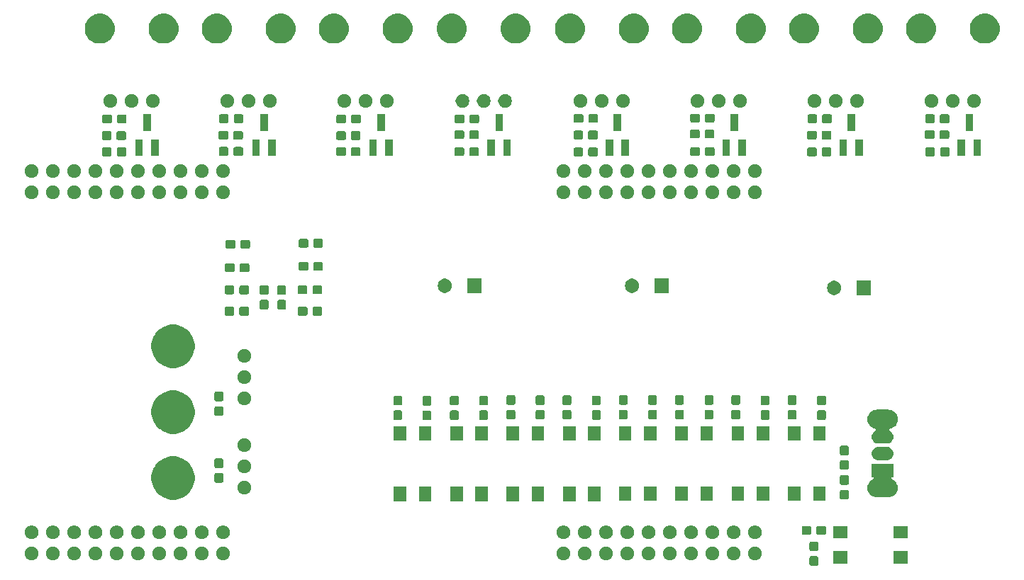
<source format=gbr>
G04 #@! TF.GenerationSoftware,KiCad,Pcbnew,5.1.5-52549c5~84~ubuntu18.04.1*
G04 #@! TF.CreationDate,2019-12-14T15:24:26-06:00*
G04 #@! TF.ProjectId,Gimbal_Board,47696d62-616c-45f4-926f-6172642e6b69,rev?*
G04 #@! TF.SameCoordinates,Original*
G04 #@! TF.FileFunction,Soldermask,Top*
G04 #@! TF.FilePolarity,Negative*
%FSLAX46Y46*%
G04 Gerber Fmt 4.6, Leading zero omitted, Abs format (unit mm)*
G04 Created by KiCad (PCBNEW 5.1.5-52549c5~84~ubuntu18.04.1) date 2019-12-14 15:24:26*
%MOMM*%
%LPD*%
G04 APERTURE LIST*
%ADD10C,0.100000*%
G04 APERTURE END LIST*
D10*
G36*
X162340299Y-107008845D02*
G01*
X162377795Y-107020220D01*
X162412354Y-107038692D01*
X162442647Y-107063553D01*
X162467508Y-107093846D01*
X162485980Y-107128405D01*
X162497355Y-107165901D01*
X162501800Y-107211038D01*
X162501800Y-107949762D01*
X162497355Y-107994899D01*
X162485980Y-108032395D01*
X162467508Y-108066954D01*
X162442647Y-108097247D01*
X162412354Y-108122108D01*
X162377795Y-108140580D01*
X162340299Y-108151955D01*
X162295162Y-108156400D01*
X161656438Y-108156400D01*
X161611301Y-108151955D01*
X161573805Y-108140580D01*
X161539246Y-108122108D01*
X161508953Y-108097247D01*
X161484092Y-108066954D01*
X161465620Y-108032395D01*
X161454245Y-107994899D01*
X161449800Y-107949762D01*
X161449800Y-107211038D01*
X161454245Y-107165901D01*
X161465620Y-107128405D01*
X161484092Y-107093846D01*
X161508953Y-107063553D01*
X161539246Y-107038692D01*
X161573805Y-107020220D01*
X161611301Y-107008845D01*
X161656438Y-107004400D01*
X162295162Y-107004400D01*
X162340299Y-107008845D01*
G37*
G36*
X173151000Y-107891000D02*
G01*
X171449000Y-107891000D01*
X171449000Y-106389000D01*
X173151000Y-106389000D01*
X173151000Y-107891000D01*
G37*
G36*
X165951000Y-107891000D02*
G01*
X164249000Y-107891000D01*
X164249000Y-106389000D01*
X165951000Y-106389000D01*
X165951000Y-107891000D01*
G37*
G36*
X142476560Y-105900166D02*
G01*
X142624153Y-105961301D01*
X142756982Y-106050055D01*
X142869945Y-106163018D01*
X142949711Y-106282395D01*
X142958700Y-106295849D01*
X143019834Y-106443440D01*
X143051000Y-106600122D01*
X143051000Y-106759878D01*
X143019834Y-106916560D01*
X142981357Y-107009453D01*
X142958699Y-107064153D01*
X142869945Y-107196982D01*
X142756982Y-107309945D01*
X142624153Y-107398699D01*
X142624152Y-107398700D01*
X142624151Y-107398700D01*
X142476560Y-107459834D01*
X142319878Y-107491000D01*
X142160122Y-107491000D01*
X142003440Y-107459834D01*
X141855849Y-107398700D01*
X141855848Y-107398700D01*
X141855847Y-107398699D01*
X141723018Y-107309945D01*
X141610055Y-107196982D01*
X141521301Y-107064153D01*
X141498644Y-107009453D01*
X141460166Y-106916560D01*
X141429000Y-106759878D01*
X141429000Y-106600122D01*
X141460166Y-106443440D01*
X141521300Y-106295849D01*
X141530290Y-106282395D01*
X141610055Y-106163018D01*
X141723018Y-106050055D01*
X141855847Y-105961301D01*
X142003440Y-105900166D01*
X142160122Y-105869000D01*
X142319878Y-105869000D01*
X142476560Y-105900166D01*
G37*
G36*
X81516560Y-105900166D02*
G01*
X81664153Y-105961301D01*
X81796982Y-106050055D01*
X81909945Y-106163018D01*
X81989711Y-106282395D01*
X81998700Y-106295849D01*
X82059834Y-106443440D01*
X82091000Y-106600122D01*
X82091000Y-106759878D01*
X82059834Y-106916560D01*
X82021357Y-107009453D01*
X81998699Y-107064153D01*
X81909945Y-107196982D01*
X81796982Y-107309945D01*
X81664153Y-107398699D01*
X81664152Y-107398700D01*
X81664151Y-107398700D01*
X81516560Y-107459834D01*
X81359878Y-107491000D01*
X81200122Y-107491000D01*
X81043440Y-107459834D01*
X80895849Y-107398700D01*
X80895848Y-107398700D01*
X80895847Y-107398699D01*
X80763018Y-107309945D01*
X80650055Y-107196982D01*
X80561301Y-107064153D01*
X80538644Y-107009453D01*
X80500166Y-106916560D01*
X80469000Y-106759878D01*
X80469000Y-106600122D01*
X80500166Y-106443440D01*
X80561300Y-106295849D01*
X80570290Y-106282395D01*
X80650055Y-106163018D01*
X80763018Y-106050055D01*
X80895847Y-105961301D01*
X81043440Y-105900166D01*
X81200122Y-105869000D01*
X81359878Y-105869000D01*
X81516560Y-105900166D01*
G37*
G36*
X78976560Y-105900166D02*
G01*
X79124153Y-105961301D01*
X79256982Y-106050055D01*
X79369945Y-106163018D01*
X79449711Y-106282395D01*
X79458700Y-106295849D01*
X79519834Y-106443440D01*
X79551000Y-106600122D01*
X79551000Y-106759878D01*
X79519834Y-106916560D01*
X79481357Y-107009453D01*
X79458699Y-107064153D01*
X79369945Y-107196982D01*
X79256982Y-107309945D01*
X79124153Y-107398699D01*
X79124152Y-107398700D01*
X79124151Y-107398700D01*
X78976560Y-107459834D01*
X78819878Y-107491000D01*
X78660122Y-107491000D01*
X78503440Y-107459834D01*
X78355849Y-107398700D01*
X78355848Y-107398700D01*
X78355847Y-107398699D01*
X78223018Y-107309945D01*
X78110055Y-107196982D01*
X78021301Y-107064153D01*
X77998644Y-107009453D01*
X77960166Y-106916560D01*
X77929000Y-106759878D01*
X77929000Y-106600122D01*
X77960166Y-106443440D01*
X78021300Y-106295849D01*
X78030290Y-106282395D01*
X78110055Y-106163018D01*
X78223018Y-106050055D01*
X78355847Y-105961301D01*
X78503440Y-105900166D01*
X78660122Y-105869000D01*
X78819878Y-105869000D01*
X78976560Y-105900166D01*
G37*
G36*
X76436560Y-105900166D02*
G01*
X76584153Y-105961301D01*
X76716982Y-106050055D01*
X76829945Y-106163018D01*
X76909711Y-106282395D01*
X76918700Y-106295849D01*
X76979834Y-106443440D01*
X77011000Y-106600122D01*
X77011000Y-106759878D01*
X76979834Y-106916560D01*
X76941357Y-107009453D01*
X76918699Y-107064153D01*
X76829945Y-107196982D01*
X76716982Y-107309945D01*
X76584153Y-107398699D01*
X76584152Y-107398700D01*
X76584151Y-107398700D01*
X76436560Y-107459834D01*
X76279878Y-107491000D01*
X76120122Y-107491000D01*
X75963440Y-107459834D01*
X75815849Y-107398700D01*
X75815848Y-107398700D01*
X75815847Y-107398699D01*
X75683018Y-107309945D01*
X75570055Y-107196982D01*
X75481301Y-107064153D01*
X75458644Y-107009453D01*
X75420166Y-106916560D01*
X75389000Y-106759878D01*
X75389000Y-106600122D01*
X75420166Y-106443440D01*
X75481300Y-106295849D01*
X75490290Y-106282395D01*
X75570055Y-106163018D01*
X75683018Y-106050055D01*
X75815847Y-105961301D01*
X75963440Y-105900166D01*
X76120122Y-105869000D01*
X76279878Y-105869000D01*
X76436560Y-105900166D01*
G37*
G36*
X73896560Y-105900166D02*
G01*
X74044153Y-105961301D01*
X74176982Y-106050055D01*
X74289945Y-106163018D01*
X74369711Y-106282395D01*
X74378700Y-106295849D01*
X74439834Y-106443440D01*
X74471000Y-106600122D01*
X74471000Y-106759878D01*
X74439834Y-106916560D01*
X74401357Y-107009453D01*
X74378699Y-107064153D01*
X74289945Y-107196982D01*
X74176982Y-107309945D01*
X74044153Y-107398699D01*
X74044152Y-107398700D01*
X74044151Y-107398700D01*
X73896560Y-107459834D01*
X73739878Y-107491000D01*
X73580122Y-107491000D01*
X73423440Y-107459834D01*
X73275849Y-107398700D01*
X73275848Y-107398700D01*
X73275847Y-107398699D01*
X73143018Y-107309945D01*
X73030055Y-107196982D01*
X72941301Y-107064153D01*
X72918644Y-107009453D01*
X72880166Y-106916560D01*
X72849000Y-106759878D01*
X72849000Y-106600122D01*
X72880166Y-106443440D01*
X72941300Y-106295849D01*
X72950290Y-106282395D01*
X73030055Y-106163018D01*
X73143018Y-106050055D01*
X73275847Y-105961301D01*
X73423440Y-105900166D01*
X73580122Y-105869000D01*
X73739878Y-105869000D01*
X73896560Y-105900166D01*
G37*
G36*
X71356560Y-105900166D02*
G01*
X71504153Y-105961301D01*
X71636982Y-106050055D01*
X71749945Y-106163018D01*
X71829711Y-106282395D01*
X71838700Y-106295849D01*
X71899834Y-106443440D01*
X71931000Y-106600122D01*
X71931000Y-106759878D01*
X71899834Y-106916560D01*
X71861357Y-107009453D01*
X71838699Y-107064153D01*
X71749945Y-107196982D01*
X71636982Y-107309945D01*
X71504153Y-107398699D01*
X71504152Y-107398700D01*
X71504151Y-107398700D01*
X71356560Y-107459834D01*
X71199878Y-107491000D01*
X71040122Y-107491000D01*
X70883440Y-107459834D01*
X70735849Y-107398700D01*
X70735848Y-107398700D01*
X70735847Y-107398699D01*
X70603018Y-107309945D01*
X70490055Y-107196982D01*
X70401301Y-107064153D01*
X70378644Y-107009453D01*
X70340166Y-106916560D01*
X70309000Y-106759878D01*
X70309000Y-106600122D01*
X70340166Y-106443440D01*
X70401300Y-106295849D01*
X70410290Y-106282395D01*
X70490055Y-106163018D01*
X70603018Y-106050055D01*
X70735847Y-105961301D01*
X70883440Y-105900166D01*
X71040122Y-105869000D01*
X71199878Y-105869000D01*
X71356560Y-105900166D01*
G37*
G36*
X68816560Y-105900166D02*
G01*
X68964153Y-105961301D01*
X69096982Y-106050055D01*
X69209945Y-106163018D01*
X69289711Y-106282395D01*
X69298700Y-106295849D01*
X69359834Y-106443440D01*
X69391000Y-106600122D01*
X69391000Y-106759878D01*
X69359834Y-106916560D01*
X69321357Y-107009453D01*
X69298699Y-107064153D01*
X69209945Y-107196982D01*
X69096982Y-107309945D01*
X68964153Y-107398699D01*
X68964152Y-107398700D01*
X68964151Y-107398700D01*
X68816560Y-107459834D01*
X68659878Y-107491000D01*
X68500122Y-107491000D01*
X68343440Y-107459834D01*
X68195849Y-107398700D01*
X68195848Y-107398700D01*
X68195847Y-107398699D01*
X68063018Y-107309945D01*
X67950055Y-107196982D01*
X67861301Y-107064153D01*
X67838644Y-107009453D01*
X67800166Y-106916560D01*
X67769000Y-106759878D01*
X67769000Y-106600122D01*
X67800166Y-106443440D01*
X67861300Y-106295849D01*
X67870290Y-106282395D01*
X67950055Y-106163018D01*
X68063018Y-106050055D01*
X68195847Y-105961301D01*
X68343440Y-105900166D01*
X68500122Y-105869000D01*
X68659878Y-105869000D01*
X68816560Y-105900166D01*
G37*
G36*
X155176560Y-105900166D02*
G01*
X155324153Y-105961301D01*
X155456982Y-106050055D01*
X155569945Y-106163018D01*
X155649711Y-106282395D01*
X155658700Y-106295849D01*
X155719834Y-106443440D01*
X155751000Y-106600122D01*
X155751000Y-106759878D01*
X155719834Y-106916560D01*
X155681357Y-107009453D01*
X155658699Y-107064153D01*
X155569945Y-107196982D01*
X155456982Y-107309945D01*
X155324153Y-107398699D01*
X155324152Y-107398700D01*
X155324151Y-107398700D01*
X155176560Y-107459834D01*
X155019878Y-107491000D01*
X154860122Y-107491000D01*
X154703440Y-107459834D01*
X154555849Y-107398700D01*
X154555848Y-107398700D01*
X154555847Y-107398699D01*
X154423018Y-107309945D01*
X154310055Y-107196982D01*
X154221301Y-107064153D01*
X154198644Y-107009453D01*
X154160166Y-106916560D01*
X154129000Y-106759878D01*
X154129000Y-106600122D01*
X154160166Y-106443440D01*
X154221300Y-106295849D01*
X154230290Y-106282395D01*
X154310055Y-106163018D01*
X154423018Y-106050055D01*
X154555847Y-105961301D01*
X154703440Y-105900166D01*
X154860122Y-105869000D01*
X155019878Y-105869000D01*
X155176560Y-105900166D01*
G37*
G36*
X150096560Y-105900166D02*
G01*
X150244153Y-105961301D01*
X150376982Y-106050055D01*
X150489945Y-106163018D01*
X150569711Y-106282395D01*
X150578700Y-106295849D01*
X150639834Y-106443440D01*
X150671000Y-106600122D01*
X150671000Y-106759878D01*
X150639834Y-106916560D01*
X150601357Y-107009453D01*
X150578699Y-107064153D01*
X150489945Y-107196982D01*
X150376982Y-107309945D01*
X150244153Y-107398699D01*
X150244152Y-107398700D01*
X150244151Y-107398700D01*
X150096560Y-107459834D01*
X149939878Y-107491000D01*
X149780122Y-107491000D01*
X149623440Y-107459834D01*
X149475849Y-107398700D01*
X149475848Y-107398700D01*
X149475847Y-107398699D01*
X149343018Y-107309945D01*
X149230055Y-107196982D01*
X149141301Y-107064153D01*
X149118644Y-107009453D01*
X149080166Y-106916560D01*
X149049000Y-106759878D01*
X149049000Y-106600122D01*
X149080166Y-106443440D01*
X149141300Y-106295849D01*
X149150290Y-106282395D01*
X149230055Y-106163018D01*
X149343018Y-106050055D01*
X149475847Y-105961301D01*
X149623440Y-105900166D01*
X149780122Y-105869000D01*
X149939878Y-105869000D01*
X150096560Y-105900166D01*
G37*
G36*
X145016560Y-105900166D02*
G01*
X145164153Y-105961301D01*
X145296982Y-106050055D01*
X145409945Y-106163018D01*
X145489711Y-106282395D01*
X145498700Y-106295849D01*
X145559834Y-106443440D01*
X145591000Y-106600122D01*
X145591000Y-106759878D01*
X145559834Y-106916560D01*
X145521357Y-107009453D01*
X145498699Y-107064153D01*
X145409945Y-107196982D01*
X145296982Y-107309945D01*
X145164153Y-107398699D01*
X145164152Y-107398700D01*
X145164151Y-107398700D01*
X145016560Y-107459834D01*
X144859878Y-107491000D01*
X144700122Y-107491000D01*
X144543440Y-107459834D01*
X144395849Y-107398700D01*
X144395848Y-107398700D01*
X144395847Y-107398699D01*
X144263018Y-107309945D01*
X144150055Y-107196982D01*
X144061301Y-107064153D01*
X144038644Y-107009453D01*
X144000166Y-106916560D01*
X143969000Y-106759878D01*
X143969000Y-106600122D01*
X144000166Y-106443440D01*
X144061300Y-106295849D01*
X144070290Y-106282395D01*
X144150055Y-106163018D01*
X144263018Y-106050055D01*
X144395847Y-105961301D01*
X144543440Y-105900166D01*
X144700122Y-105869000D01*
X144859878Y-105869000D01*
X145016560Y-105900166D01*
G37*
G36*
X139936560Y-105900166D02*
G01*
X140084153Y-105961301D01*
X140216982Y-106050055D01*
X140329945Y-106163018D01*
X140409711Y-106282395D01*
X140418700Y-106295849D01*
X140479834Y-106443440D01*
X140511000Y-106600122D01*
X140511000Y-106759878D01*
X140479834Y-106916560D01*
X140441357Y-107009453D01*
X140418699Y-107064153D01*
X140329945Y-107196982D01*
X140216982Y-107309945D01*
X140084153Y-107398699D01*
X140084152Y-107398700D01*
X140084151Y-107398700D01*
X139936560Y-107459834D01*
X139779878Y-107491000D01*
X139620122Y-107491000D01*
X139463440Y-107459834D01*
X139315849Y-107398700D01*
X139315848Y-107398700D01*
X139315847Y-107398699D01*
X139183018Y-107309945D01*
X139070055Y-107196982D01*
X138981301Y-107064153D01*
X138958644Y-107009453D01*
X138920166Y-106916560D01*
X138889000Y-106759878D01*
X138889000Y-106600122D01*
X138920166Y-106443440D01*
X138981300Y-106295849D01*
X138990290Y-106282395D01*
X139070055Y-106163018D01*
X139183018Y-106050055D01*
X139315847Y-105961301D01*
X139463440Y-105900166D01*
X139620122Y-105869000D01*
X139779878Y-105869000D01*
X139936560Y-105900166D01*
G37*
G36*
X137396560Y-105900166D02*
G01*
X137544153Y-105961301D01*
X137676982Y-106050055D01*
X137789945Y-106163018D01*
X137869711Y-106282395D01*
X137878700Y-106295849D01*
X137939834Y-106443440D01*
X137971000Y-106600122D01*
X137971000Y-106759878D01*
X137939834Y-106916560D01*
X137901357Y-107009453D01*
X137878699Y-107064153D01*
X137789945Y-107196982D01*
X137676982Y-107309945D01*
X137544153Y-107398699D01*
X137544152Y-107398700D01*
X137544151Y-107398700D01*
X137396560Y-107459834D01*
X137239878Y-107491000D01*
X137080122Y-107491000D01*
X136923440Y-107459834D01*
X136775849Y-107398700D01*
X136775848Y-107398700D01*
X136775847Y-107398699D01*
X136643018Y-107309945D01*
X136530055Y-107196982D01*
X136441301Y-107064153D01*
X136418644Y-107009453D01*
X136380166Y-106916560D01*
X136349000Y-106759878D01*
X136349000Y-106600122D01*
X136380166Y-106443440D01*
X136441300Y-106295849D01*
X136450290Y-106282395D01*
X136530055Y-106163018D01*
X136643018Y-106050055D01*
X136775847Y-105961301D01*
X136923440Y-105900166D01*
X137080122Y-105869000D01*
X137239878Y-105869000D01*
X137396560Y-105900166D01*
G37*
G36*
X134856560Y-105900166D02*
G01*
X135004153Y-105961301D01*
X135136982Y-106050055D01*
X135249945Y-106163018D01*
X135329711Y-106282395D01*
X135338700Y-106295849D01*
X135399834Y-106443440D01*
X135431000Y-106600122D01*
X135431000Y-106759878D01*
X135399834Y-106916560D01*
X135361357Y-107009453D01*
X135338699Y-107064153D01*
X135249945Y-107196982D01*
X135136982Y-107309945D01*
X135004153Y-107398699D01*
X135004152Y-107398700D01*
X135004151Y-107398700D01*
X134856560Y-107459834D01*
X134699878Y-107491000D01*
X134540122Y-107491000D01*
X134383440Y-107459834D01*
X134235849Y-107398700D01*
X134235848Y-107398700D01*
X134235847Y-107398699D01*
X134103018Y-107309945D01*
X133990055Y-107196982D01*
X133901301Y-107064153D01*
X133878644Y-107009453D01*
X133840166Y-106916560D01*
X133809000Y-106759878D01*
X133809000Y-106600122D01*
X133840166Y-106443440D01*
X133901300Y-106295849D01*
X133910290Y-106282395D01*
X133990055Y-106163018D01*
X134103018Y-106050055D01*
X134235847Y-105961301D01*
X134383440Y-105900166D01*
X134540122Y-105869000D01*
X134699878Y-105869000D01*
X134856560Y-105900166D01*
G37*
G36*
X152636560Y-105900166D02*
G01*
X152784153Y-105961301D01*
X152916982Y-106050055D01*
X153029945Y-106163018D01*
X153109711Y-106282395D01*
X153118700Y-106295849D01*
X153179834Y-106443440D01*
X153211000Y-106600122D01*
X153211000Y-106759878D01*
X153179834Y-106916560D01*
X153141357Y-107009453D01*
X153118699Y-107064153D01*
X153029945Y-107196982D01*
X152916982Y-107309945D01*
X152784153Y-107398699D01*
X152784152Y-107398700D01*
X152784151Y-107398700D01*
X152636560Y-107459834D01*
X152479878Y-107491000D01*
X152320122Y-107491000D01*
X152163440Y-107459834D01*
X152015849Y-107398700D01*
X152015848Y-107398700D01*
X152015847Y-107398699D01*
X151883018Y-107309945D01*
X151770055Y-107196982D01*
X151681301Y-107064153D01*
X151658644Y-107009453D01*
X151620166Y-106916560D01*
X151589000Y-106759878D01*
X151589000Y-106600122D01*
X151620166Y-106443440D01*
X151681300Y-106295849D01*
X151690290Y-106282395D01*
X151770055Y-106163018D01*
X151883018Y-106050055D01*
X152015847Y-105961301D01*
X152163440Y-105900166D01*
X152320122Y-105869000D01*
X152479878Y-105869000D01*
X152636560Y-105900166D01*
G37*
G36*
X147556560Y-105900166D02*
G01*
X147704153Y-105961301D01*
X147836982Y-106050055D01*
X147949945Y-106163018D01*
X148029711Y-106282395D01*
X148038700Y-106295849D01*
X148099834Y-106443440D01*
X148131000Y-106600122D01*
X148131000Y-106759878D01*
X148099834Y-106916560D01*
X148061357Y-107009453D01*
X148038699Y-107064153D01*
X147949945Y-107196982D01*
X147836982Y-107309945D01*
X147704153Y-107398699D01*
X147704152Y-107398700D01*
X147704151Y-107398700D01*
X147556560Y-107459834D01*
X147399878Y-107491000D01*
X147240122Y-107491000D01*
X147083440Y-107459834D01*
X146935849Y-107398700D01*
X146935848Y-107398700D01*
X146935847Y-107398699D01*
X146803018Y-107309945D01*
X146690055Y-107196982D01*
X146601301Y-107064153D01*
X146578644Y-107009453D01*
X146540166Y-106916560D01*
X146509000Y-106759878D01*
X146509000Y-106600122D01*
X146540166Y-106443440D01*
X146601300Y-106295849D01*
X146610290Y-106282395D01*
X146690055Y-106163018D01*
X146803018Y-106050055D01*
X146935847Y-105961301D01*
X147083440Y-105900166D01*
X147240122Y-105869000D01*
X147399878Y-105869000D01*
X147556560Y-105900166D01*
G37*
G36*
X132316560Y-105900166D02*
G01*
X132464153Y-105961301D01*
X132596982Y-106050055D01*
X132709945Y-106163018D01*
X132789711Y-106282395D01*
X132798700Y-106295849D01*
X132859834Y-106443440D01*
X132891000Y-106600122D01*
X132891000Y-106759878D01*
X132859834Y-106916560D01*
X132821357Y-107009453D01*
X132798699Y-107064153D01*
X132709945Y-107196982D01*
X132596982Y-107309945D01*
X132464153Y-107398699D01*
X132464152Y-107398700D01*
X132464151Y-107398700D01*
X132316560Y-107459834D01*
X132159878Y-107491000D01*
X132000122Y-107491000D01*
X131843440Y-107459834D01*
X131695849Y-107398700D01*
X131695848Y-107398700D01*
X131695847Y-107398699D01*
X131563018Y-107309945D01*
X131450055Y-107196982D01*
X131361301Y-107064153D01*
X131338644Y-107009453D01*
X131300166Y-106916560D01*
X131269000Y-106759878D01*
X131269000Y-106600122D01*
X131300166Y-106443440D01*
X131361300Y-106295849D01*
X131370290Y-106282395D01*
X131450055Y-106163018D01*
X131563018Y-106050055D01*
X131695847Y-105961301D01*
X131843440Y-105900166D01*
X132000122Y-105869000D01*
X132159878Y-105869000D01*
X132316560Y-105900166D01*
G37*
G36*
X86596560Y-105900166D02*
G01*
X86744153Y-105961301D01*
X86876982Y-106050055D01*
X86989945Y-106163018D01*
X87069711Y-106282395D01*
X87078700Y-106295849D01*
X87139834Y-106443440D01*
X87171000Y-106600122D01*
X87171000Y-106759878D01*
X87139834Y-106916560D01*
X87101357Y-107009453D01*
X87078699Y-107064153D01*
X86989945Y-107196982D01*
X86876982Y-107309945D01*
X86744153Y-107398699D01*
X86744152Y-107398700D01*
X86744151Y-107398700D01*
X86596560Y-107459834D01*
X86439878Y-107491000D01*
X86280122Y-107491000D01*
X86123440Y-107459834D01*
X85975849Y-107398700D01*
X85975848Y-107398700D01*
X85975847Y-107398699D01*
X85843018Y-107309945D01*
X85730055Y-107196982D01*
X85641301Y-107064153D01*
X85618644Y-107009453D01*
X85580166Y-106916560D01*
X85549000Y-106759878D01*
X85549000Y-106600122D01*
X85580166Y-106443440D01*
X85641300Y-106295849D01*
X85650290Y-106282395D01*
X85730055Y-106163018D01*
X85843018Y-106050055D01*
X85975847Y-105961301D01*
X86123440Y-105900166D01*
X86280122Y-105869000D01*
X86439878Y-105869000D01*
X86596560Y-105900166D01*
G37*
G36*
X89136560Y-105900166D02*
G01*
X89284153Y-105961301D01*
X89416982Y-106050055D01*
X89529945Y-106163018D01*
X89609711Y-106282395D01*
X89618700Y-106295849D01*
X89679834Y-106443440D01*
X89711000Y-106600122D01*
X89711000Y-106759878D01*
X89679834Y-106916560D01*
X89641357Y-107009453D01*
X89618699Y-107064153D01*
X89529945Y-107196982D01*
X89416982Y-107309945D01*
X89284153Y-107398699D01*
X89284152Y-107398700D01*
X89284151Y-107398700D01*
X89136560Y-107459834D01*
X88979878Y-107491000D01*
X88820122Y-107491000D01*
X88663440Y-107459834D01*
X88515849Y-107398700D01*
X88515848Y-107398700D01*
X88515847Y-107398699D01*
X88383018Y-107309945D01*
X88270055Y-107196982D01*
X88181301Y-107064153D01*
X88158644Y-107009453D01*
X88120166Y-106916560D01*
X88089000Y-106759878D01*
X88089000Y-106600122D01*
X88120166Y-106443440D01*
X88181300Y-106295849D01*
X88190290Y-106282395D01*
X88270055Y-106163018D01*
X88383018Y-106050055D01*
X88515847Y-105961301D01*
X88663440Y-105900166D01*
X88820122Y-105869000D01*
X88979878Y-105869000D01*
X89136560Y-105900166D01*
G37*
G36*
X91676560Y-105900166D02*
G01*
X91824153Y-105961301D01*
X91956982Y-106050055D01*
X92069945Y-106163018D01*
X92149711Y-106282395D01*
X92158700Y-106295849D01*
X92219834Y-106443440D01*
X92251000Y-106600122D01*
X92251000Y-106759878D01*
X92219834Y-106916560D01*
X92181357Y-107009453D01*
X92158699Y-107064153D01*
X92069945Y-107196982D01*
X91956982Y-107309945D01*
X91824153Y-107398699D01*
X91824152Y-107398700D01*
X91824151Y-107398700D01*
X91676560Y-107459834D01*
X91519878Y-107491000D01*
X91360122Y-107491000D01*
X91203440Y-107459834D01*
X91055849Y-107398700D01*
X91055848Y-107398700D01*
X91055847Y-107398699D01*
X90923018Y-107309945D01*
X90810055Y-107196982D01*
X90721301Y-107064153D01*
X90698644Y-107009453D01*
X90660166Y-106916560D01*
X90629000Y-106759878D01*
X90629000Y-106600122D01*
X90660166Y-106443440D01*
X90721300Y-106295849D01*
X90730290Y-106282395D01*
X90810055Y-106163018D01*
X90923018Y-106050055D01*
X91055847Y-105961301D01*
X91203440Y-105900166D01*
X91360122Y-105869000D01*
X91519878Y-105869000D01*
X91676560Y-105900166D01*
G37*
G36*
X84056560Y-105900166D02*
G01*
X84204153Y-105961301D01*
X84336982Y-106050055D01*
X84449945Y-106163018D01*
X84529711Y-106282395D01*
X84538700Y-106295849D01*
X84599834Y-106443440D01*
X84631000Y-106600122D01*
X84631000Y-106759878D01*
X84599834Y-106916560D01*
X84561357Y-107009453D01*
X84538699Y-107064153D01*
X84449945Y-107196982D01*
X84336982Y-107309945D01*
X84204153Y-107398699D01*
X84204152Y-107398700D01*
X84204151Y-107398700D01*
X84056560Y-107459834D01*
X83899878Y-107491000D01*
X83740122Y-107491000D01*
X83583440Y-107459834D01*
X83435849Y-107398700D01*
X83435848Y-107398700D01*
X83435847Y-107398699D01*
X83303018Y-107309945D01*
X83190055Y-107196982D01*
X83101301Y-107064153D01*
X83078644Y-107009453D01*
X83040166Y-106916560D01*
X83009000Y-106759878D01*
X83009000Y-106600122D01*
X83040166Y-106443440D01*
X83101300Y-106295849D01*
X83110290Y-106282395D01*
X83190055Y-106163018D01*
X83303018Y-106050055D01*
X83435847Y-105961301D01*
X83583440Y-105900166D01*
X83740122Y-105869000D01*
X83899878Y-105869000D01*
X84056560Y-105900166D01*
G37*
G36*
X162340299Y-105258845D02*
G01*
X162377795Y-105270220D01*
X162412354Y-105288692D01*
X162442647Y-105313553D01*
X162467508Y-105343846D01*
X162485980Y-105378405D01*
X162497355Y-105415901D01*
X162501800Y-105461038D01*
X162501800Y-106199762D01*
X162497355Y-106244899D01*
X162485980Y-106282395D01*
X162467508Y-106316954D01*
X162442647Y-106347247D01*
X162412354Y-106372108D01*
X162377795Y-106390580D01*
X162340299Y-106401955D01*
X162295162Y-106406400D01*
X161656438Y-106406400D01*
X161611301Y-106401955D01*
X161573805Y-106390580D01*
X161539246Y-106372108D01*
X161508953Y-106347247D01*
X161484092Y-106316954D01*
X161465620Y-106282395D01*
X161454245Y-106244899D01*
X161449800Y-106199762D01*
X161449800Y-105461038D01*
X161454245Y-105415901D01*
X161465620Y-105378405D01*
X161484092Y-105343846D01*
X161508953Y-105313553D01*
X161539246Y-105288692D01*
X161573805Y-105270220D01*
X161611301Y-105258845D01*
X161656438Y-105254400D01*
X162295162Y-105254400D01*
X162340299Y-105258845D01*
G37*
G36*
X134856560Y-103360166D02*
G01*
X134929680Y-103390453D01*
X135004153Y-103421301D01*
X135016757Y-103429723D01*
X135136982Y-103510055D01*
X135249945Y-103623018D01*
X135338700Y-103755849D01*
X135399834Y-103903440D01*
X135431000Y-104060122D01*
X135431000Y-104219878D01*
X135399834Y-104376560D01*
X135376475Y-104432955D01*
X135338699Y-104524153D01*
X135249945Y-104656982D01*
X135136982Y-104769945D01*
X135004153Y-104858699D01*
X135004152Y-104858700D01*
X135004151Y-104858700D01*
X134856560Y-104919834D01*
X134699878Y-104951000D01*
X134540122Y-104951000D01*
X134383440Y-104919834D01*
X134235849Y-104858700D01*
X134235848Y-104858700D01*
X134235847Y-104858699D01*
X134103018Y-104769945D01*
X133990055Y-104656982D01*
X133901301Y-104524153D01*
X133863526Y-104432955D01*
X133840166Y-104376560D01*
X133809000Y-104219878D01*
X133809000Y-104060122D01*
X133840166Y-103903440D01*
X133901300Y-103755849D01*
X133990055Y-103623018D01*
X134103018Y-103510055D01*
X134223243Y-103429723D01*
X134235847Y-103421301D01*
X134310321Y-103390453D01*
X134383440Y-103360166D01*
X134540122Y-103329000D01*
X134699878Y-103329000D01*
X134856560Y-103360166D01*
G37*
G36*
X139936560Y-103360166D02*
G01*
X140009680Y-103390453D01*
X140084153Y-103421301D01*
X140096757Y-103429723D01*
X140216982Y-103510055D01*
X140329945Y-103623018D01*
X140418700Y-103755849D01*
X140479834Y-103903440D01*
X140511000Y-104060122D01*
X140511000Y-104219878D01*
X140479834Y-104376560D01*
X140456475Y-104432955D01*
X140418699Y-104524153D01*
X140329945Y-104656982D01*
X140216982Y-104769945D01*
X140084153Y-104858699D01*
X140084152Y-104858700D01*
X140084151Y-104858700D01*
X139936560Y-104919834D01*
X139779878Y-104951000D01*
X139620122Y-104951000D01*
X139463440Y-104919834D01*
X139315849Y-104858700D01*
X139315848Y-104858700D01*
X139315847Y-104858699D01*
X139183018Y-104769945D01*
X139070055Y-104656982D01*
X138981301Y-104524153D01*
X138943526Y-104432955D01*
X138920166Y-104376560D01*
X138889000Y-104219878D01*
X138889000Y-104060122D01*
X138920166Y-103903440D01*
X138981300Y-103755849D01*
X139070055Y-103623018D01*
X139183018Y-103510055D01*
X139303243Y-103429723D01*
X139315847Y-103421301D01*
X139390321Y-103390453D01*
X139463440Y-103360166D01*
X139620122Y-103329000D01*
X139779878Y-103329000D01*
X139936560Y-103360166D01*
G37*
G36*
X137396560Y-103360166D02*
G01*
X137469680Y-103390453D01*
X137544153Y-103421301D01*
X137556757Y-103429723D01*
X137676982Y-103510055D01*
X137789945Y-103623018D01*
X137878700Y-103755849D01*
X137939834Y-103903440D01*
X137971000Y-104060122D01*
X137971000Y-104219878D01*
X137939834Y-104376560D01*
X137916475Y-104432955D01*
X137878699Y-104524153D01*
X137789945Y-104656982D01*
X137676982Y-104769945D01*
X137544153Y-104858699D01*
X137544152Y-104858700D01*
X137544151Y-104858700D01*
X137396560Y-104919834D01*
X137239878Y-104951000D01*
X137080122Y-104951000D01*
X136923440Y-104919834D01*
X136775849Y-104858700D01*
X136775848Y-104858700D01*
X136775847Y-104858699D01*
X136643018Y-104769945D01*
X136530055Y-104656982D01*
X136441301Y-104524153D01*
X136403526Y-104432955D01*
X136380166Y-104376560D01*
X136349000Y-104219878D01*
X136349000Y-104060122D01*
X136380166Y-103903440D01*
X136441300Y-103755849D01*
X136530055Y-103623018D01*
X136643018Y-103510055D01*
X136763243Y-103429723D01*
X136775847Y-103421301D01*
X136850321Y-103390453D01*
X136923440Y-103360166D01*
X137080122Y-103329000D01*
X137239878Y-103329000D01*
X137396560Y-103360166D01*
G37*
G36*
X132316560Y-103360166D02*
G01*
X132389680Y-103390453D01*
X132464153Y-103421301D01*
X132476757Y-103429723D01*
X132596982Y-103510055D01*
X132709945Y-103623018D01*
X132798700Y-103755849D01*
X132859834Y-103903440D01*
X132891000Y-104060122D01*
X132891000Y-104219878D01*
X132859834Y-104376560D01*
X132836475Y-104432955D01*
X132798699Y-104524153D01*
X132709945Y-104656982D01*
X132596982Y-104769945D01*
X132464153Y-104858699D01*
X132464152Y-104858700D01*
X132464151Y-104858700D01*
X132316560Y-104919834D01*
X132159878Y-104951000D01*
X132000122Y-104951000D01*
X131843440Y-104919834D01*
X131695849Y-104858700D01*
X131695848Y-104858700D01*
X131695847Y-104858699D01*
X131563018Y-104769945D01*
X131450055Y-104656982D01*
X131361301Y-104524153D01*
X131323526Y-104432955D01*
X131300166Y-104376560D01*
X131269000Y-104219878D01*
X131269000Y-104060122D01*
X131300166Y-103903440D01*
X131361300Y-103755849D01*
X131450055Y-103623018D01*
X131563018Y-103510055D01*
X131683243Y-103429723D01*
X131695847Y-103421301D01*
X131770321Y-103390453D01*
X131843440Y-103360166D01*
X132000122Y-103329000D01*
X132159878Y-103329000D01*
X132316560Y-103360166D01*
G37*
G36*
X145016560Y-103360166D02*
G01*
X145089680Y-103390453D01*
X145164153Y-103421301D01*
X145176757Y-103429723D01*
X145296982Y-103510055D01*
X145409945Y-103623018D01*
X145498700Y-103755849D01*
X145559834Y-103903440D01*
X145591000Y-104060122D01*
X145591000Y-104219878D01*
X145559834Y-104376560D01*
X145536475Y-104432955D01*
X145498699Y-104524153D01*
X145409945Y-104656982D01*
X145296982Y-104769945D01*
X145164153Y-104858699D01*
X145164152Y-104858700D01*
X145164151Y-104858700D01*
X145016560Y-104919834D01*
X144859878Y-104951000D01*
X144700122Y-104951000D01*
X144543440Y-104919834D01*
X144395849Y-104858700D01*
X144395848Y-104858700D01*
X144395847Y-104858699D01*
X144263018Y-104769945D01*
X144150055Y-104656982D01*
X144061301Y-104524153D01*
X144023526Y-104432955D01*
X144000166Y-104376560D01*
X143969000Y-104219878D01*
X143969000Y-104060122D01*
X144000166Y-103903440D01*
X144061300Y-103755849D01*
X144150055Y-103623018D01*
X144263018Y-103510055D01*
X144383243Y-103429723D01*
X144395847Y-103421301D01*
X144470321Y-103390453D01*
X144543440Y-103360166D01*
X144700122Y-103329000D01*
X144859878Y-103329000D01*
X145016560Y-103360166D01*
G37*
G36*
X147556560Y-103360166D02*
G01*
X147629680Y-103390453D01*
X147704153Y-103421301D01*
X147716757Y-103429723D01*
X147836982Y-103510055D01*
X147949945Y-103623018D01*
X148038700Y-103755849D01*
X148099834Y-103903440D01*
X148131000Y-104060122D01*
X148131000Y-104219878D01*
X148099834Y-104376560D01*
X148076475Y-104432955D01*
X148038699Y-104524153D01*
X147949945Y-104656982D01*
X147836982Y-104769945D01*
X147704153Y-104858699D01*
X147704152Y-104858700D01*
X147704151Y-104858700D01*
X147556560Y-104919834D01*
X147399878Y-104951000D01*
X147240122Y-104951000D01*
X147083440Y-104919834D01*
X146935849Y-104858700D01*
X146935848Y-104858700D01*
X146935847Y-104858699D01*
X146803018Y-104769945D01*
X146690055Y-104656982D01*
X146601301Y-104524153D01*
X146563526Y-104432955D01*
X146540166Y-104376560D01*
X146509000Y-104219878D01*
X146509000Y-104060122D01*
X146540166Y-103903440D01*
X146601300Y-103755849D01*
X146690055Y-103623018D01*
X146803018Y-103510055D01*
X146923243Y-103429723D01*
X146935847Y-103421301D01*
X147010321Y-103390453D01*
X147083440Y-103360166D01*
X147240122Y-103329000D01*
X147399878Y-103329000D01*
X147556560Y-103360166D01*
G37*
G36*
X68816560Y-103360166D02*
G01*
X68889680Y-103390453D01*
X68964153Y-103421301D01*
X68976757Y-103429723D01*
X69096982Y-103510055D01*
X69209945Y-103623018D01*
X69298700Y-103755849D01*
X69359834Y-103903440D01*
X69391000Y-104060122D01*
X69391000Y-104219878D01*
X69359834Y-104376560D01*
X69336475Y-104432955D01*
X69298699Y-104524153D01*
X69209945Y-104656982D01*
X69096982Y-104769945D01*
X68964153Y-104858699D01*
X68964152Y-104858700D01*
X68964151Y-104858700D01*
X68816560Y-104919834D01*
X68659878Y-104951000D01*
X68500122Y-104951000D01*
X68343440Y-104919834D01*
X68195849Y-104858700D01*
X68195848Y-104858700D01*
X68195847Y-104858699D01*
X68063018Y-104769945D01*
X67950055Y-104656982D01*
X67861301Y-104524153D01*
X67823526Y-104432955D01*
X67800166Y-104376560D01*
X67769000Y-104219878D01*
X67769000Y-104060122D01*
X67800166Y-103903440D01*
X67861300Y-103755849D01*
X67950055Y-103623018D01*
X68063018Y-103510055D01*
X68183243Y-103429723D01*
X68195847Y-103421301D01*
X68270321Y-103390453D01*
X68343440Y-103360166D01*
X68500122Y-103329000D01*
X68659878Y-103329000D01*
X68816560Y-103360166D01*
G37*
G36*
X71356560Y-103360166D02*
G01*
X71429680Y-103390453D01*
X71504153Y-103421301D01*
X71516757Y-103429723D01*
X71636982Y-103510055D01*
X71749945Y-103623018D01*
X71838700Y-103755849D01*
X71899834Y-103903440D01*
X71931000Y-104060122D01*
X71931000Y-104219878D01*
X71899834Y-104376560D01*
X71876475Y-104432955D01*
X71838699Y-104524153D01*
X71749945Y-104656982D01*
X71636982Y-104769945D01*
X71504153Y-104858699D01*
X71504152Y-104858700D01*
X71504151Y-104858700D01*
X71356560Y-104919834D01*
X71199878Y-104951000D01*
X71040122Y-104951000D01*
X70883440Y-104919834D01*
X70735849Y-104858700D01*
X70735848Y-104858700D01*
X70735847Y-104858699D01*
X70603018Y-104769945D01*
X70490055Y-104656982D01*
X70401301Y-104524153D01*
X70363526Y-104432955D01*
X70340166Y-104376560D01*
X70309000Y-104219878D01*
X70309000Y-104060122D01*
X70340166Y-103903440D01*
X70401300Y-103755849D01*
X70490055Y-103623018D01*
X70603018Y-103510055D01*
X70723243Y-103429723D01*
X70735847Y-103421301D01*
X70810321Y-103390453D01*
X70883440Y-103360166D01*
X71040122Y-103329000D01*
X71199878Y-103329000D01*
X71356560Y-103360166D01*
G37*
G36*
X73896560Y-103360166D02*
G01*
X73969680Y-103390453D01*
X74044153Y-103421301D01*
X74056757Y-103429723D01*
X74176982Y-103510055D01*
X74289945Y-103623018D01*
X74378700Y-103755849D01*
X74439834Y-103903440D01*
X74471000Y-104060122D01*
X74471000Y-104219878D01*
X74439834Y-104376560D01*
X74416475Y-104432955D01*
X74378699Y-104524153D01*
X74289945Y-104656982D01*
X74176982Y-104769945D01*
X74044153Y-104858699D01*
X74044152Y-104858700D01*
X74044151Y-104858700D01*
X73896560Y-104919834D01*
X73739878Y-104951000D01*
X73580122Y-104951000D01*
X73423440Y-104919834D01*
X73275849Y-104858700D01*
X73275848Y-104858700D01*
X73275847Y-104858699D01*
X73143018Y-104769945D01*
X73030055Y-104656982D01*
X72941301Y-104524153D01*
X72903526Y-104432955D01*
X72880166Y-104376560D01*
X72849000Y-104219878D01*
X72849000Y-104060122D01*
X72880166Y-103903440D01*
X72941300Y-103755849D01*
X73030055Y-103623018D01*
X73143018Y-103510055D01*
X73263243Y-103429723D01*
X73275847Y-103421301D01*
X73350321Y-103390453D01*
X73423440Y-103360166D01*
X73580122Y-103329000D01*
X73739878Y-103329000D01*
X73896560Y-103360166D01*
G37*
G36*
X76436560Y-103360166D02*
G01*
X76509680Y-103390453D01*
X76584153Y-103421301D01*
X76596757Y-103429723D01*
X76716982Y-103510055D01*
X76829945Y-103623018D01*
X76918700Y-103755849D01*
X76979834Y-103903440D01*
X77011000Y-104060122D01*
X77011000Y-104219878D01*
X76979834Y-104376560D01*
X76956475Y-104432955D01*
X76918699Y-104524153D01*
X76829945Y-104656982D01*
X76716982Y-104769945D01*
X76584153Y-104858699D01*
X76584152Y-104858700D01*
X76584151Y-104858700D01*
X76436560Y-104919834D01*
X76279878Y-104951000D01*
X76120122Y-104951000D01*
X75963440Y-104919834D01*
X75815849Y-104858700D01*
X75815848Y-104858700D01*
X75815847Y-104858699D01*
X75683018Y-104769945D01*
X75570055Y-104656982D01*
X75481301Y-104524153D01*
X75443526Y-104432955D01*
X75420166Y-104376560D01*
X75389000Y-104219878D01*
X75389000Y-104060122D01*
X75420166Y-103903440D01*
X75481300Y-103755849D01*
X75570055Y-103623018D01*
X75683018Y-103510055D01*
X75803243Y-103429723D01*
X75815847Y-103421301D01*
X75890321Y-103390453D01*
X75963440Y-103360166D01*
X76120122Y-103329000D01*
X76279878Y-103329000D01*
X76436560Y-103360166D01*
G37*
G36*
X81516560Y-103360166D02*
G01*
X81589680Y-103390453D01*
X81664153Y-103421301D01*
X81676757Y-103429723D01*
X81796982Y-103510055D01*
X81909945Y-103623018D01*
X81998700Y-103755849D01*
X82059834Y-103903440D01*
X82091000Y-104060122D01*
X82091000Y-104219878D01*
X82059834Y-104376560D01*
X82036475Y-104432955D01*
X81998699Y-104524153D01*
X81909945Y-104656982D01*
X81796982Y-104769945D01*
X81664153Y-104858699D01*
X81664152Y-104858700D01*
X81664151Y-104858700D01*
X81516560Y-104919834D01*
X81359878Y-104951000D01*
X81200122Y-104951000D01*
X81043440Y-104919834D01*
X80895849Y-104858700D01*
X80895848Y-104858700D01*
X80895847Y-104858699D01*
X80763018Y-104769945D01*
X80650055Y-104656982D01*
X80561301Y-104524153D01*
X80523526Y-104432955D01*
X80500166Y-104376560D01*
X80469000Y-104219878D01*
X80469000Y-104060122D01*
X80500166Y-103903440D01*
X80561300Y-103755849D01*
X80650055Y-103623018D01*
X80763018Y-103510055D01*
X80883243Y-103429723D01*
X80895847Y-103421301D01*
X80970321Y-103390453D01*
X81043440Y-103360166D01*
X81200122Y-103329000D01*
X81359878Y-103329000D01*
X81516560Y-103360166D01*
G37*
G36*
X84056560Y-103360166D02*
G01*
X84129680Y-103390453D01*
X84204153Y-103421301D01*
X84216757Y-103429723D01*
X84336982Y-103510055D01*
X84449945Y-103623018D01*
X84538700Y-103755849D01*
X84599834Y-103903440D01*
X84631000Y-104060122D01*
X84631000Y-104219878D01*
X84599834Y-104376560D01*
X84576475Y-104432955D01*
X84538699Y-104524153D01*
X84449945Y-104656982D01*
X84336982Y-104769945D01*
X84204153Y-104858699D01*
X84204152Y-104858700D01*
X84204151Y-104858700D01*
X84056560Y-104919834D01*
X83899878Y-104951000D01*
X83740122Y-104951000D01*
X83583440Y-104919834D01*
X83435849Y-104858700D01*
X83435848Y-104858700D01*
X83435847Y-104858699D01*
X83303018Y-104769945D01*
X83190055Y-104656982D01*
X83101301Y-104524153D01*
X83063526Y-104432955D01*
X83040166Y-104376560D01*
X83009000Y-104219878D01*
X83009000Y-104060122D01*
X83040166Y-103903440D01*
X83101300Y-103755849D01*
X83190055Y-103623018D01*
X83303018Y-103510055D01*
X83423243Y-103429723D01*
X83435847Y-103421301D01*
X83510321Y-103390453D01*
X83583440Y-103360166D01*
X83740122Y-103329000D01*
X83899878Y-103329000D01*
X84056560Y-103360166D01*
G37*
G36*
X86596560Y-103360166D02*
G01*
X86669680Y-103390453D01*
X86744153Y-103421301D01*
X86756757Y-103429723D01*
X86876982Y-103510055D01*
X86989945Y-103623018D01*
X87078700Y-103755849D01*
X87139834Y-103903440D01*
X87171000Y-104060122D01*
X87171000Y-104219878D01*
X87139834Y-104376560D01*
X87116475Y-104432955D01*
X87078699Y-104524153D01*
X86989945Y-104656982D01*
X86876982Y-104769945D01*
X86744153Y-104858699D01*
X86744152Y-104858700D01*
X86744151Y-104858700D01*
X86596560Y-104919834D01*
X86439878Y-104951000D01*
X86280122Y-104951000D01*
X86123440Y-104919834D01*
X85975849Y-104858700D01*
X85975848Y-104858700D01*
X85975847Y-104858699D01*
X85843018Y-104769945D01*
X85730055Y-104656982D01*
X85641301Y-104524153D01*
X85603526Y-104432955D01*
X85580166Y-104376560D01*
X85549000Y-104219878D01*
X85549000Y-104060122D01*
X85580166Y-103903440D01*
X85641300Y-103755849D01*
X85730055Y-103623018D01*
X85843018Y-103510055D01*
X85963243Y-103429723D01*
X85975847Y-103421301D01*
X86050321Y-103390453D01*
X86123440Y-103360166D01*
X86280122Y-103329000D01*
X86439878Y-103329000D01*
X86596560Y-103360166D01*
G37*
G36*
X89136560Y-103360166D02*
G01*
X89209680Y-103390453D01*
X89284153Y-103421301D01*
X89296757Y-103429723D01*
X89416982Y-103510055D01*
X89529945Y-103623018D01*
X89618700Y-103755849D01*
X89679834Y-103903440D01*
X89711000Y-104060122D01*
X89711000Y-104219878D01*
X89679834Y-104376560D01*
X89656475Y-104432955D01*
X89618699Y-104524153D01*
X89529945Y-104656982D01*
X89416982Y-104769945D01*
X89284153Y-104858699D01*
X89284152Y-104858700D01*
X89284151Y-104858700D01*
X89136560Y-104919834D01*
X88979878Y-104951000D01*
X88820122Y-104951000D01*
X88663440Y-104919834D01*
X88515849Y-104858700D01*
X88515848Y-104858700D01*
X88515847Y-104858699D01*
X88383018Y-104769945D01*
X88270055Y-104656982D01*
X88181301Y-104524153D01*
X88143526Y-104432955D01*
X88120166Y-104376560D01*
X88089000Y-104219878D01*
X88089000Y-104060122D01*
X88120166Y-103903440D01*
X88181300Y-103755849D01*
X88270055Y-103623018D01*
X88383018Y-103510055D01*
X88503243Y-103429723D01*
X88515847Y-103421301D01*
X88590321Y-103390453D01*
X88663440Y-103360166D01*
X88820122Y-103329000D01*
X88979878Y-103329000D01*
X89136560Y-103360166D01*
G37*
G36*
X91676560Y-103360166D02*
G01*
X91749680Y-103390453D01*
X91824153Y-103421301D01*
X91836757Y-103429723D01*
X91956982Y-103510055D01*
X92069945Y-103623018D01*
X92158700Y-103755849D01*
X92219834Y-103903440D01*
X92251000Y-104060122D01*
X92251000Y-104219878D01*
X92219834Y-104376560D01*
X92196475Y-104432955D01*
X92158699Y-104524153D01*
X92069945Y-104656982D01*
X91956982Y-104769945D01*
X91824153Y-104858699D01*
X91824152Y-104858700D01*
X91824151Y-104858700D01*
X91676560Y-104919834D01*
X91519878Y-104951000D01*
X91360122Y-104951000D01*
X91203440Y-104919834D01*
X91055849Y-104858700D01*
X91055848Y-104858700D01*
X91055847Y-104858699D01*
X90923018Y-104769945D01*
X90810055Y-104656982D01*
X90721301Y-104524153D01*
X90683526Y-104432955D01*
X90660166Y-104376560D01*
X90629000Y-104219878D01*
X90629000Y-104060122D01*
X90660166Y-103903440D01*
X90721300Y-103755849D01*
X90810055Y-103623018D01*
X90923018Y-103510055D01*
X91043243Y-103429723D01*
X91055847Y-103421301D01*
X91130321Y-103390453D01*
X91203440Y-103360166D01*
X91360122Y-103329000D01*
X91519878Y-103329000D01*
X91676560Y-103360166D01*
G37*
G36*
X152636560Y-103360166D02*
G01*
X152709680Y-103390453D01*
X152784153Y-103421301D01*
X152796757Y-103429723D01*
X152916982Y-103510055D01*
X153029945Y-103623018D01*
X153118700Y-103755849D01*
X153179834Y-103903440D01*
X153211000Y-104060122D01*
X153211000Y-104219878D01*
X153179834Y-104376560D01*
X153156475Y-104432955D01*
X153118699Y-104524153D01*
X153029945Y-104656982D01*
X152916982Y-104769945D01*
X152784153Y-104858699D01*
X152784152Y-104858700D01*
X152784151Y-104858700D01*
X152636560Y-104919834D01*
X152479878Y-104951000D01*
X152320122Y-104951000D01*
X152163440Y-104919834D01*
X152015849Y-104858700D01*
X152015848Y-104858700D01*
X152015847Y-104858699D01*
X151883018Y-104769945D01*
X151770055Y-104656982D01*
X151681301Y-104524153D01*
X151643526Y-104432955D01*
X151620166Y-104376560D01*
X151589000Y-104219878D01*
X151589000Y-104060122D01*
X151620166Y-103903440D01*
X151681300Y-103755849D01*
X151770055Y-103623018D01*
X151883018Y-103510055D01*
X152003243Y-103429723D01*
X152015847Y-103421301D01*
X152090321Y-103390453D01*
X152163440Y-103360166D01*
X152320122Y-103329000D01*
X152479878Y-103329000D01*
X152636560Y-103360166D01*
G37*
G36*
X78976560Y-103360166D02*
G01*
X79049680Y-103390453D01*
X79124153Y-103421301D01*
X79136757Y-103429723D01*
X79256982Y-103510055D01*
X79369945Y-103623018D01*
X79458700Y-103755849D01*
X79519834Y-103903440D01*
X79551000Y-104060122D01*
X79551000Y-104219878D01*
X79519834Y-104376560D01*
X79496475Y-104432955D01*
X79458699Y-104524153D01*
X79369945Y-104656982D01*
X79256982Y-104769945D01*
X79124153Y-104858699D01*
X79124152Y-104858700D01*
X79124151Y-104858700D01*
X78976560Y-104919834D01*
X78819878Y-104951000D01*
X78660122Y-104951000D01*
X78503440Y-104919834D01*
X78355849Y-104858700D01*
X78355848Y-104858700D01*
X78355847Y-104858699D01*
X78223018Y-104769945D01*
X78110055Y-104656982D01*
X78021301Y-104524153D01*
X77983526Y-104432955D01*
X77960166Y-104376560D01*
X77929000Y-104219878D01*
X77929000Y-104060122D01*
X77960166Y-103903440D01*
X78021300Y-103755849D01*
X78110055Y-103623018D01*
X78223018Y-103510055D01*
X78343243Y-103429723D01*
X78355847Y-103421301D01*
X78430321Y-103390453D01*
X78503440Y-103360166D01*
X78660122Y-103329000D01*
X78819878Y-103329000D01*
X78976560Y-103360166D01*
G37*
G36*
X142476560Y-103360166D02*
G01*
X142549680Y-103390453D01*
X142624153Y-103421301D01*
X142636757Y-103429723D01*
X142756982Y-103510055D01*
X142869945Y-103623018D01*
X142958700Y-103755849D01*
X143019834Y-103903440D01*
X143051000Y-104060122D01*
X143051000Y-104219878D01*
X143019834Y-104376560D01*
X142996475Y-104432955D01*
X142958699Y-104524153D01*
X142869945Y-104656982D01*
X142756982Y-104769945D01*
X142624153Y-104858699D01*
X142624152Y-104858700D01*
X142624151Y-104858700D01*
X142476560Y-104919834D01*
X142319878Y-104951000D01*
X142160122Y-104951000D01*
X142003440Y-104919834D01*
X141855849Y-104858700D01*
X141855848Y-104858700D01*
X141855847Y-104858699D01*
X141723018Y-104769945D01*
X141610055Y-104656982D01*
X141521301Y-104524153D01*
X141483526Y-104432955D01*
X141460166Y-104376560D01*
X141429000Y-104219878D01*
X141429000Y-104060122D01*
X141460166Y-103903440D01*
X141521300Y-103755849D01*
X141610055Y-103623018D01*
X141723018Y-103510055D01*
X141843243Y-103429723D01*
X141855847Y-103421301D01*
X141930321Y-103390453D01*
X142003440Y-103360166D01*
X142160122Y-103329000D01*
X142319878Y-103329000D01*
X142476560Y-103360166D01*
G37*
G36*
X155176560Y-103360166D02*
G01*
X155249680Y-103390453D01*
X155324153Y-103421301D01*
X155336757Y-103429723D01*
X155456982Y-103510055D01*
X155569945Y-103623018D01*
X155658700Y-103755849D01*
X155719834Y-103903440D01*
X155751000Y-104060122D01*
X155751000Y-104219878D01*
X155719834Y-104376560D01*
X155696475Y-104432955D01*
X155658699Y-104524153D01*
X155569945Y-104656982D01*
X155456982Y-104769945D01*
X155324153Y-104858699D01*
X155324152Y-104858700D01*
X155324151Y-104858700D01*
X155176560Y-104919834D01*
X155019878Y-104951000D01*
X154860122Y-104951000D01*
X154703440Y-104919834D01*
X154555849Y-104858700D01*
X154555848Y-104858700D01*
X154555847Y-104858699D01*
X154423018Y-104769945D01*
X154310055Y-104656982D01*
X154221301Y-104524153D01*
X154183526Y-104432955D01*
X154160166Y-104376560D01*
X154129000Y-104219878D01*
X154129000Y-104060122D01*
X154160166Y-103903440D01*
X154221300Y-103755849D01*
X154310055Y-103623018D01*
X154423018Y-103510055D01*
X154543243Y-103429723D01*
X154555847Y-103421301D01*
X154630321Y-103390453D01*
X154703440Y-103360166D01*
X154860122Y-103329000D01*
X155019878Y-103329000D01*
X155176560Y-103360166D01*
G37*
G36*
X150096560Y-103360166D02*
G01*
X150169680Y-103390453D01*
X150244153Y-103421301D01*
X150256757Y-103429723D01*
X150376982Y-103510055D01*
X150489945Y-103623018D01*
X150578700Y-103755849D01*
X150639834Y-103903440D01*
X150671000Y-104060122D01*
X150671000Y-104219878D01*
X150639834Y-104376560D01*
X150616475Y-104432955D01*
X150578699Y-104524153D01*
X150489945Y-104656982D01*
X150376982Y-104769945D01*
X150244153Y-104858699D01*
X150244152Y-104858700D01*
X150244151Y-104858700D01*
X150096560Y-104919834D01*
X149939878Y-104951000D01*
X149780122Y-104951000D01*
X149623440Y-104919834D01*
X149475849Y-104858700D01*
X149475848Y-104858700D01*
X149475847Y-104858699D01*
X149343018Y-104769945D01*
X149230055Y-104656982D01*
X149141301Y-104524153D01*
X149103526Y-104432955D01*
X149080166Y-104376560D01*
X149049000Y-104219878D01*
X149049000Y-104060122D01*
X149080166Y-103903440D01*
X149141300Y-103755849D01*
X149230055Y-103623018D01*
X149343018Y-103510055D01*
X149463243Y-103429723D01*
X149475847Y-103421301D01*
X149550321Y-103390453D01*
X149623440Y-103360166D01*
X149780122Y-103329000D01*
X149939878Y-103329000D01*
X150096560Y-103360166D01*
G37*
G36*
X165951000Y-104891000D02*
G01*
X164249000Y-104891000D01*
X164249000Y-103389000D01*
X165951000Y-103389000D01*
X165951000Y-104891000D01*
G37*
G36*
X173151000Y-104891000D02*
G01*
X171449000Y-104891000D01*
X171449000Y-103389000D01*
X173151000Y-103389000D01*
X173151000Y-104891000D01*
G37*
G36*
X161515299Y-103389845D02*
G01*
X161552795Y-103401220D01*
X161587354Y-103419692D01*
X161617647Y-103444553D01*
X161642508Y-103474846D01*
X161660980Y-103509405D01*
X161672355Y-103546901D01*
X161676800Y-103592038D01*
X161676800Y-104230762D01*
X161672355Y-104275899D01*
X161660980Y-104313395D01*
X161642508Y-104347954D01*
X161617647Y-104378247D01*
X161587354Y-104403108D01*
X161552795Y-104421580D01*
X161515299Y-104432955D01*
X161470162Y-104437400D01*
X160731438Y-104437400D01*
X160686301Y-104432955D01*
X160648805Y-104421580D01*
X160614246Y-104403108D01*
X160583953Y-104378247D01*
X160559092Y-104347954D01*
X160540620Y-104313395D01*
X160529245Y-104275899D01*
X160524800Y-104230762D01*
X160524800Y-103592038D01*
X160529245Y-103546901D01*
X160540620Y-103509405D01*
X160559092Y-103474846D01*
X160583953Y-103444553D01*
X160614246Y-103419692D01*
X160648805Y-103401220D01*
X160686301Y-103389845D01*
X160731438Y-103385400D01*
X161470162Y-103385400D01*
X161515299Y-103389845D01*
G37*
G36*
X163265299Y-103389845D02*
G01*
X163302795Y-103401220D01*
X163337354Y-103419692D01*
X163367647Y-103444553D01*
X163392508Y-103474846D01*
X163410980Y-103509405D01*
X163422355Y-103546901D01*
X163426800Y-103592038D01*
X163426800Y-104230762D01*
X163422355Y-104275899D01*
X163410980Y-104313395D01*
X163392508Y-104347954D01*
X163367647Y-104378247D01*
X163337354Y-104403108D01*
X163302795Y-104421580D01*
X163265299Y-104432955D01*
X163220162Y-104437400D01*
X162481438Y-104437400D01*
X162436301Y-104432955D01*
X162398805Y-104421580D01*
X162364246Y-104403108D01*
X162333953Y-104378247D01*
X162309092Y-104347954D01*
X162290620Y-104313395D01*
X162279245Y-104275899D01*
X162274800Y-104230762D01*
X162274800Y-103592038D01*
X162279245Y-103546901D01*
X162290620Y-103509405D01*
X162309092Y-103474846D01*
X162333953Y-103444553D01*
X162364246Y-103419692D01*
X162398805Y-103401220D01*
X162436301Y-103389845D01*
X162481438Y-103385400D01*
X163220162Y-103385400D01*
X163265299Y-103389845D01*
G37*
G36*
X126783000Y-100419000D02*
G01*
X125281000Y-100419000D01*
X125281000Y-98717000D01*
X126783000Y-98717000D01*
X126783000Y-100419000D01*
G37*
G36*
X113321000Y-100419000D02*
G01*
X111819000Y-100419000D01*
X111819000Y-98717000D01*
X113321000Y-98717000D01*
X113321000Y-100419000D01*
G37*
G36*
X116321000Y-100419000D02*
G01*
X114819000Y-100419000D01*
X114819000Y-98717000D01*
X116321000Y-98717000D01*
X116321000Y-100419000D01*
G37*
G36*
X120052000Y-100419000D02*
G01*
X118550000Y-100419000D01*
X118550000Y-98717000D01*
X120052000Y-98717000D01*
X120052000Y-100419000D01*
G37*
G36*
X133514000Y-100419000D02*
G01*
X132012000Y-100419000D01*
X132012000Y-98717000D01*
X133514000Y-98717000D01*
X133514000Y-100419000D01*
G37*
G36*
X136514000Y-100419000D02*
G01*
X135012000Y-100419000D01*
X135012000Y-98717000D01*
X136514000Y-98717000D01*
X136514000Y-100419000D01*
G37*
G36*
X129783000Y-100419000D02*
G01*
X128281000Y-100419000D01*
X128281000Y-98717000D01*
X129783000Y-98717000D01*
X129783000Y-100419000D01*
G37*
G36*
X123052000Y-100419000D02*
G01*
X121550000Y-100419000D01*
X121550000Y-98717000D01*
X123052000Y-98717000D01*
X123052000Y-100419000D01*
G37*
G36*
X143197000Y-100380000D02*
G01*
X141695000Y-100380000D01*
X141695000Y-98678000D01*
X143197000Y-98678000D01*
X143197000Y-100380000D01*
G37*
G36*
X163390000Y-100380000D02*
G01*
X161888000Y-100380000D01*
X161888000Y-98678000D01*
X163390000Y-98678000D01*
X163390000Y-100380000D01*
G37*
G36*
X160390000Y-100380000D02*
G01*
X158888000Y-100380000D01*
X158888000Y-98678000D01*
X160390000Y-98678000D01*
X160390000Y-100380000D01*
G37*
G36*
X156659000Y-100380000D02*
G01*
X155157000Y-100380000D01*
X155157000Y-98678000D01*
X156659000Y-98678000D01*
X156659000Y-100380000D01*
G37*
G36*
X149928000Y-100380000D02*
G01*
X148426000Y-100380000D01*
X148426000Y-98678000D01*
X149928000Y-98678000D01*
X149928000Y-100380000D01*
G37*
G36*
X146928000Y-100380000D02*
G01*
X145426000Y-100380000D01*
X145426000Y-98678000D01*
X146928000Y-98678000D01*
X146928000Y-100380000D01*
G37*
G36*
X140197000Y-100380000D02*
G01*
X138695000Y-100380000D01*
X138695000Y-98678000D01*
X140197000Y-98678000D01*
X140197000Y-100380000D01*
G37*
G36*
X153659000Y-100380000D02*
G01*
X152157000Y-100380000D01*
X152157000Y-98678000D01*
X153659000Y-98678000D01*
X153659000Y-100380000D01*
G37*
G36*
X86059908Y-95138380D02*
G01*
X86226767Y-95171570D01*
X86698299Y-95366885D01*
X86941029Y-95529073D01*
X87122666Y-95650438D01*
X87483562Y-96011334D01*
X87600219Y-96185925D01*
X87767115Y-96435701D01*
X87962430Y-96907233D01*
X87962430Y-96907234D01*
X88062000Y-97407807D01*
X88062000Y-97918193D01*
X88033097Y-98063499D01*
X87962430Y-98418767D01*
X87767115Y-98890299D01*
X87617714Y-99113892D01*
X87483562Y-99314666D01*
X87122666Y-99675562D01*
X86941029Y-99796927D01*
X86698299Y-99959115D01*
X86226767Y-100154430D01*
X86061633Y-100187277D01*
X85726193Y-100254000D01*
X85215807Y-100254000D01*
X84880367Y-100187277D01*
X84715233Y-100154430D01*
X84243701Y-99959115D01*
X84000971Y-99796927D01*
X83819334Y-99675562D01*
X83458438Y-99314666D01*
X83324286Y-99113892D01*
X83174885Y-98890299D01*
X82979570Y-98418767D01*
X82908903Y-98063499D01*
X82880000Y-97918193D01*
X82880000Y-97407807D01*
X82979570Y-96907234D01*
X82979570Y-96907233D01*
X83174885Y-96435701D01*
X83341781Y-96185925D01*
X83458438Y-96011334D01*
X83819334Y-95650438D01*
X84000971Y-95529073D01*
X84243701Y-95366885D01*
X84715233Y-95171570D01*
X84882092Y-95138380D01*
X85215807Y-95072000D01*
X85726193Y-95072000D01*
X86059908Y-95138380D01*
G37*
G36*
X165972499Y-99084045D02*
G01*
X166009995Y-99095420D01*
X166044554Y-99113892D01*
X166074847Y-99138753D01*
X166099708Y-99169046D01*
X166118180Y-99203605D01*
X166129555Y-99241101D01*
X166134000Y-99286238D01*
X166134000Y-100024962D01*
X166129555Y-100070099D01*
X166118180Y-100107595D01*
X166099708Y-100142154D01*
X166074847Y-100172447D01*
X166044554Y-100197308D01*
X166009995Y-100215780D01*
X165972499Y-100227155D01*
X165927362Y-100231600D01*
X165288638Y-100231600D01*
X165243501Y-100227155D01*
X165206005Y-100215780D01*
X165171446Y-100197308D01*
X165141153Y-100172447D01*
X165116292Y-100142154D01*
X165097820Y-100107595D01*
X165086445Y-100070099D01*
X165082000Y-100024962D01*
X165082000Y-99286238D01*
X165086445Y-99241101D01*
X165097820Y-99203605D01*
X165116292Y-99169046D01*
X165141153Y-99138753D01*
X165171446Y-99113892D01*
X165206005Y-99095420D01*
X165243501Y-99084045D01*
X165288638Y-99079600D01*
X165927362Y-99079600D01*
X165972499Y-99084045D01*
G37*
G36*
X171481000Y-97543000D02*
G01*
X171340445Y-97543000D01*
X171316059Y-97545402D01*
X171292610Y-97552515D01*
X171270999Y-97564066D01*
X171252057Y-97579611D01*
X171236512Y-97598553D01*
X171224961Y-97620164D01*
X171217848Y-97643613D01*
X171215446Y-97667999D01*
X171217848Y-97692385D01*
X171224961Y-97715834D01*
X171236512Y-97737445D01*
X171252057Y-97756387D01*
X171270999Y-97771932D01*
X171281521Y-97778238D01*
X171472555Y-97880347D01*
X171647818Y-98024182D01*
X171791653Y-98199445D01*
X171855687Y-98319246D01*
X171898530Y-98399400D01*
X171964346Y-98616365D01*
X171986569Y-98842000D01*
X171964346Y-99067635D01*
X171911467Y-99241954D01*
X171898529Y-99284602D01*
X171791653Y-99484555D01*
X171647818Y-99659818D01*
X171472555Y-99803653D01*
X171272602Y-99910529D01*
X171272600Y-99910530D01*
X171055635Y-99976346D01*
X170999271Y-99981897D01*
X170886545Y-99993000D01*
X169473455Y-99993000D01*
X169360729Y-99981897D01*
X169304365Y-99976346D01*
X169087400Y-99910530D01*
X169087398Y-99910529D01*
X168887445Y-99803653D01*
X168712182Y-99659818D01*
X168568347Y-99484555D01*
X168461471Y-99284602D01*
X168448534Y-99241954D01*
X168395654Y-99067635D01*
X168373431Y-98842000D01*
X168395654Y-98616365D01*
X168461470Y-98399400D01*
X168504313Y-98319246D01*
X168568347Y-98199445D01*
X168712182Y-98024182D01*
X168887445Y-97880347D01*
X169078479Y-97778238D01*
X169098853Y-97764625D01*
X169116180Y-97747298D01*
X169129794Y-97726923D01*
X169139172Y-97704285D01*
X169143952Y-97680251D01*
X169143952Y-97655747D01*
X169139172Y-97631714D01*
X169129794Y-97609075D01*
X169116181Y-97588701D01*
X169098854Y-97571374D01*
X169078479Y-97557760D01*
X169055841Y-97548382D01*
X169031807Y-97543602D01*
X169019555Y-97543000D01*
X168879000Y-97543000D01*
X168879000Y-95941000D01*
X171481000Y-95941000D01*
X171481000Y-97543000D01*
G37*
G36*
X94217142Y-98024242D02*
G01*
X94365101Y-98085529D01*
X94498255Y-98174499D01*
X94611501Y-98287745D01*
X94700471Y-98420899D01*
X94761758Y-98568858D01*
X94793000Y-98725925D01*
X94793000Y-98886075D01*
X94761758Y-99043142D01*
X94700471Y-99191101D01*
X94611501Y-99324255D01*
X94498255Y-99437501D01*
X94365101Y-99526471D01*
X94217142Y-99587758D01*
X94060075Y-99619000D01*
X93899925Y-99619000D01*
X93742858Y-99587758D01*
X93594899Y-99526471D01*
X93461745Y-99437501D01*
X93348499Y-99324255D01*
X93259529Y-99191101D01*
X93198242Y-99043142D01*
X93167000Y-98886075D01*
X93167000Y-98725925D01*
X93198242Y-98568858D01*
X93259529Y-98420899D01*
X93348499Y-98287745D01*
X93461745Y-98174499D01*
X93594899Y-98085529D01*
X93742858Y-98024242D01*
X93899925Y-97993000D01*
X94060075Y-97993000D01*
X94217142Y-98024242D01*
G37*
G36*
X165972499Y-97334045D02*
G01*
X166009995Y-97345420D01*
X166044554Y-97363892D01*
X166074847Y-97388753D01*
X166099708Y-97419046D01*
X166118180Y-97453605D01*
X166129555Y-97491101D01*
X166134000Y-97536238D01*
X166134000Y-98274962D01*
X166129555Y-98320099D01*
X166118180Y-98357595D01*
X166099708Y-98392154D01*
X166074847Y-98422447D01*
X166044554Y-98447308D01*
X166009995Y-98465780D01*
X165972499Y-98477155D01*
X165927362Y-98481600D01*
X165288638Y-98481600D01*
X165243501Y-98477155D01*
X165206005Y-98465780D01*
X165171446Y-98447308D01*
X165141153Y-98422447D01*
X165116292Y-98392154D01*
X165097820Y-98357595D01*
X165086445Y-98320099D01*
X165082000Y-98274962D01*
X165082000Y-97536238D01*
X165086445Y-97491101D01*
X165097820Y-97453605D01*
X165116292Y-97419046D01*
X165141153Y-97388753D01*
X165171446Y-97363892D01*
X165206005Y-97345420D01*
X165243501Y-97334045D01*
X165288638Y-97329600D01*
X165927362Y-97329600D01*
X165972499Y-97334045D01*
G37*
G36*
X91296499Y-97077445D02*
G01*
X91333995Y-97088820D01*
X91368554Y-97107292D01*
X91398847Y-97132153D01*
X91423708Y-97162446D01*
X91442180Y-97197005D01*
X91453555Y-97234501D01*
X91458000Y-97279638D01*
X91458000Y-98018362D01*
X91453555Y-98063499D01*
X91442180Y-98100995D01*
X91423708Y-98135554D01*
X91398847Y-98165847D01*
X91368554Y-98190708D01*
X91333995Y-98209180D01*
X91296499Y-98220555D01*
X91251362Y-98225000D01*
X90612638Y-98225000D01*
X90567501Y-98220555D01*
X90530005Y-98209180D01*
X90495446Y-98190708D01*
X90465153Y-98165847D01*
X90440292Y-98135554D01*
X90421820Y-98100995D01*
X90410445Y-98063499D01*
X90406000Y-98018362D01*
X90406000Y-97279638D01*
X90410445Y-97234501D01*
X90421820Y-97197005D01*
X90440292Y-97162446D01*
X90465153Y-97132153D01*
X90495446Y-97107292D01*
X90530005Y-97088820D01*
X90567501Y-97077445D01*
X90612638Y-97073000D01*
X91251362Y-97073000D01*
X91296499Y-97077445D01*
G37*
G36*
X94217142Y-95484242D02*
G01*
X94365101Y-95545529D01*
X94498255Y-95634499D01*
X94611501Y-95747745D01*
X94700471Y-95880899D01*
X94761758Y-96028858D01*
X94793000Y-96185925D01*
X94793000Y-96346075D01*
X94761758Y-96503142D01*
X94700471Y-96651101D01*
X94611501Y-96784255D01*
X94498255Y-96897501D01*
X94365101Y-96986471D01*
X94217142Y-97047758D01*
X94060075Y-97079000D01*
X93899925Y-97079000D01*
X93742858Y-97047758D01*
X93594899Y-96986471D01*
X93461745Y-96897501D01*
X93348499Y-96784255D01*
X93259529Y-96651101D01*
X93198242Y-96503142D01*
X93167000Y-96346075D01*
X93167000Y-96185925D01*
X93198242Y-96028858D01*
X93259529Y-95880899D01*
X93348499Y-95747745D01*
X93461745Y-95634499D01*
X93594899Y-95545529D01*
X93742858Y-95484242D01*
X93899925Y-95453000D01*
X94060075Y-95453000D01*
X94217142Y-95484242D01*
G37*
G36*
X165972499Y-95539445D02*
G01*
X166009995Y-95550820D01*
X166044554Y-95569292D01*
X166074847Y-95594153D01*
X166099708Y-95624446D01*
X166118180Y-95659005D01*
X166129555Y-95696501D01*
X166134000Y-95741638D01*
X166134000Y-96480362D01*
X166129555Y-96525499D01*
X166118180Y-96562995D01*
X166099708Y-96597554D01*
X166074847Y-96627847D01*
X166044554Y-96652708D01*
X166009995Y-96671180D01*
X165972499Y-96682555D01*
X165927362Y-96687000D01*
X165288638Y-96687000D01*
X165243501Y-96682555D01*
X165206005Y-96671180D01*
X165171446Y-96652708D01*
X165141153Y-96627847D01*
X165116292Y-96597554D01*
X165097820Y-96562995D01*
X165086445Y-96525499D01*
X165082000Y-96480362D01*
X165082000Y-95741638D01*
X165086445Y-95696501D01*
X165097820Y-95659005D01*
X165116292Y-95624446D01*
X165141153Y-95594153D01*
X165171446Y-95569292D01*
X165206005Y-95550820D01*
X165243501Y-95539445D01*
X165288638Y-95535000D01*
X165927362Y-95535000D01*
X165972499Y-95539445D01*
G37*
G36*
X91296499Y-95327445D02*
G01*
X91333995Y-95338820D01*
X91368554Y-95357292D01*
X91398847Y-95382153D01*
X91423708Y-95412446D01*
X91442180Y-95447005D01*
X91453555Y-95484501D01*
X91458000Y-95529638D01*
X91458000Y-96268362D01*
X91453555Y-96313499D01*
X91442180Y-96350995D01*
X91423708Y-96385554D01*
X91398847Y-96415847D01*
X91368554Y-96440708D01*
X91333995Y-96459180D01*
X91296499Y-96470555D01*
X91251362Y-96475000D01*
X90612638Y-96475000D01*
X90567501Y-96470555D01*
X90530005Y-96459180D01*
X90495446Y-96440708D01*
X90465153Y-96415847D01*
X90440292Y-96385554D01*
X90421820Y-96350995D01*
X90410445Y-96313499D01*
X90406000Y-96268362D01*
X90406000Y-95529638D01*
X90410445Y-95484501D01*
X90421820Y-95447005D01*
X90440292Y-95412446D01*
X90465153Y-95382153D01*
X90495446Y-95357292D01*
X90530005Y-95338820D01*
X90567501Y-95327445D01*
X90612638Y-95323000D01*
X91251362Y-95323000D01*
X91296499Y-95327445D01*
G37*
G36*
X170758571Y-93944863D02*
G01*
X170837023Y-93952590D01*
X170937682Y-93983125D01*
X170988013Y-93998392D01*
X171127165Y-94072771D01*
X171249133Y-94172867D01*
X171349229Y-94294835D01*
X171423608Y-94433987D01*
X171423608Y-94433988D01*
X171469410Y-94584977D01*
X171484875Y-94742000D01*
X171469410Y-94899023D01*
X171438875Y-94999682D01*
X171423608Y-95050013D01*
X171349229Y-95189165D01*
X171249133Y-95311133D01*
X171127165Y-95411229D01*
X170988013Y-95485608D01*
X170937682Y-95500875D01*
X170837023Y-95531410D01*
X170758571Y-95539137D01*
X170719346Y-95543000D01*
X169640654Y-95543000D01*
X169601429Y-95539137D01*
X169522977Y-95531410D01*
X169422318Y-95500875D01*
X169371987Y-95485608D01*
X169232835Y-95411229D01*
X169110867Y-95311133D01*
X169010771Y-95189165D01*
X168936392Y-95050013D01*
X168921125Y-94999682D01*
X168890590Y-94899023D01*
X168875125Y-94742000D01*
X168890590Y-94584977D01*
X168936392Y-94433988D01*
X168936392Y-94433987D01*
X169010771Y-94294835D01*
X169110867Y-94172867D01*
X169232835Y-94072771D01*
X169371987Y-93998392D01*
X169422318Y-93983125D01*
X169522977Y-93952590D01*
X169601429Y-93944863D01*
X169640654Y-93941000D01*
X170719346Y-93941000D01*
X170758571Y-93944863D01*
G37*
G36*
X165972499Y-93789445D02*
G01*
X166009995Y-93800820D01*
X166044554Y-93819292D01*
X166074847Y-93844153D01*
X166099708Y-93874446D01*
X166118180Y-93909005D01*
X166129555Y-93946501D01*
X166134000Y-93991638D01*
X166134000Y-94730362D01*
X166129555Y-94775499D01*
X166118180Y-94812995D01*
X166099708Y-94847554D01*
X166074847Y-94877847D01*
X166044554Y-94902708D01*
X166009995Y-94921180D01*
X165972499Y-94932555D01*
X165927362Y-94937000D01*
X165288638Y-94937000D01*
X165243501Y-94932555D01*
X165206005Y-94921180D01*
X165171446Y-94902708D01*
X165141153Y-94877847D01*
X165116292Y-94847554D01*
X165097820Y-94812995D01*
X165086445Y-94775499D01*
X165082000Y-94730362D01*
X165082000Y-93991638D01*
X165086445Y-93946501D01*
X165097820Y-93909005D01*
X165116292Y-93874446D01*
X165141153Y-93844153D01*
X165171446Y-93819292D01*
X165206005Y-93800820D01*
X165243501Y-93789445D01*
X165288638Y-93785000D01*
X165927362Y-93785000D01*
X165972499Y-93789445D01*
G37*
G36*
X94217142Y-92944242D02*
G01*
X94365101Y-93005529D01*
X94498255Y-93094499D01*
X94611501Y-93207745D01*
X94700471Y-93340899D01*
X94761758Y-93488858D01*
X94793000Y-93645925D01*
X94793000Y-93806075D01*
X94761758Y-93963142D01*
X94700471Y-94111101D01*
X94611501Y-94244255D01*
X94498255Y-94357501D01*
X94365101Y-94446471D01*
X94217142Y-94507758D01*
X94060075Y-94539000D01*
X93899925Y-94539000D01*
X93742858Y-94507758D01*
X93594899Y-94446471D01*
X93461745Y-94357501D01*
X93348499Y-94244255D01*
X93259529Y-94111101D01*
X93198242Y-93963142D01*
X93167000Y-93806075D01*
X93167000Y-93645925D01*
X93198242Y-93488858D01*
X93259529Y-93340899D01*
X93348499Y-93207745D01*
X93461745Y-93094499D01*
X93594899Y-93005529D01*
X93742858Y-92944242D01*
X93899925Y-92913000D01*
X94060075Y-92913000D01*
X94217142Y-92944242D01*
G37*
G36*
X170999271Y-89502103D02*
G01*
X171055635Y-89507654D01*
X171272600Y-89573470D01*
X171272602Y-89573471D01*
X171472555Y-89680347D01*
X171647818Y-89824182D01*
X171791653Y-89999445D01*
X171877988Y-90160969D01*
X171898530Y-90199400D01*
X171964346Y-90416365D01*
X171986569Y-90642000D01*
X171964346Y-90867635D01*
X171919250Y-91016297D01*
X171898529Y-91084602D01*
X171791653Y-91284555D01*
X171647818Y-91459818D01*
X171472555Y-91603653D01*
X171272602Y-91710529D01*
X171272600Y-91710530D01*
X171055635Y-91776346D01*
X171055631Y-91776346D01*
X171053516Y-91776988D01*
X171033803Y-91780909D01*
X171011164Y-91790285D01*
X170990790Y-91803899D01*
X170973462Y-91821225D01*
X170959848Y-91841599D01*
X170950470Y-91864238D01*
X170945689Y-91888271D01*
X170945689Y-91912775D01*
X170950469Y-91936809D01*
X170959845Y-91959448D01*
X170973459Y-91979822D01*
X170990785Y-91997150D01*
X171011161Y-92010765D01*
X171127165Y-92072771D01*
X171249133Y-92172867D01*
X171349229Y-92294835D01*
X171423608Y-92433987D01*
X171423608Y-92433988D01*
X171469410Y-92584977D01*
X171484875Y-92742000D01*
X171469410Y-92899023D01*
X171438875Y-92999682D01*
X171423608Y-93050013D01*
X171349229Y-93189165D01*
X171249133Y-93311133D01*
X171127165Y-93411229D01*
X170988013Y-93485608D01*
X170937682Y-93500875D01*
X170837023Y-93531410D01*
X170758571Y-93539137D01*
X170719346Y-93543000D01*
X169640654Y-93543000D01*
X169601429Y-93539137D01*
X169522977Y-93531410D01*
X169422318Y-93500875D01*
X169371987Y-93485608D01*
X169232835Y-93411229D01*
X169110867Y-93311133D01*
X169010771Y-93189165D01*
X168936392Y-93050013D01*
X168921125Y-92999682D01*
X168890590Y-92899023D01*
X168875125Y-92742000D01*
X168890590Y-92584977D01*
X168936392Y-92433988D01*
X168936392Y-92433987D01*
X169010771Y-92294835D01*
X169110867Y-92172867D01*
X169232835Y-92072771D01*
X169348839Y-92010765D01*
X169369213Y-91997151D01*
X169386540Y-91979824D01*
X169400154Y-91959450D01*
X169409531Y-91936811D01*
X169414311Y-91912777D01*
X169414311Y-91888273D01*
X169409530Y-91864240D01*
X169400153Y-91841601D01*
X169386539Y-91821227D01*
X169369212Y-91803900D01*
X169348838Y-91790286D01*
X169326199Y-91780909D01*
X169306484Y-91776988D01*
X169304369Y-91776346D01*
X169304365Y-91776346D01*
X169087400Y-91710530D01*
X169087398Y-91710529D01*
X168887445Y-91603653D01*
X168712182Y-91459818D01*
X168568347Y-91284555D01*
X168461471Y-91084602D01*
X168440751Y-91016297D01*
X168395654Y-90867635D01*
X168373431Y-90642000D01*
X168395654Y-90416365D01*
X168461470Y-90199400D01*
X168482012Y-90160969D01*
X168568347Y-89999445D01*
X168712182Y-89824182D01*
X168887445Y-89680347D01*
X169087398Y-89573471D01*
X169087400Y-89573470D01*
X169304365Y-89507654D01*
X169360729Y-89502103D01*
X169473455Y-89491000D01*
X170886545Y-89491000D01*
X170999271Y-89502103D01*
G37*
G36*
X126783000Y-93219000D02*
G01*
X125281000Y-93219000D01*
X125281000Y-91517000D01*
X126783000Y-91517000D01*
X126783000Y-93219000D01*
G37*
G36*
X129783000Y-93219000D02*
G01*
X128281000Y-93219000D01*
X128281000Y-91517000D01*
X129783000Y-91517000D01*
X129783000Y-93219000D01*
G37*
G36*
X136514000Y-93219000D02*
G01*
X135012000Y-93219000D01*
X135012000Y-91517000D01*
X136514000Y-91517000D01*
X136514000Y-93219000D01*
G37*
G36*
X123052000Y-93219000D02*
G01*
X121550000Y-93219000D01*
X121550000Y-91517000D01*
X123052000Y-91517000D01*
X123052000Y-93219000D01*
G37*
G36*
X113321000Y-93219000D02*
G01*
X111819000Y-93219000D01*
X111819000Y-91517000D01*
X113321000Y-91517000D01*
X113321000Y-93219000D01*
G37*
G36*
X133514000Y-93219000D02*
G01*
X132012000Y-93219000D01*
X132012000Y-91517000D01*
X133514000Y-91517000D01*
X133514000Y-93219000D01*
G37*
G36*
X120052000Y-93219000D02*
G01*
X118550000Y-93219000D01*
X118550000Y-91517000D01*
X120052000Y-91517000D01*
X120052000Y-93219000D01*
G37*
G36*
X116321000Y-93219000D02*
G01*
X114819000Y-93219000D01*
X114819000Y-91517000D01*
X116321000Y-91517000D01*
X116321000Y-93219000D01*
G37*
G36*
X143197000Y-93180000D02*
G01*
X141695000Y-93180000D01*
X141695000Y-91478000D01*
X143197000Y-91478000D01*
X143197000Y-93180000D01*
G37*
G36*
X149928000Y-93180000D02*
G01*
X148426000Y-93180000D01*
X148426000Y-91478000D01*
X149928000Y-91478000D01*
X149928000Y-93180000D01*
G37*
G36*
X153659000Y-93180000D02*
G01*
X152157000Y-93180000D01*
X152157000Y-91478000D01*
X153659000Y-91478000D01*
X153659000Y-93180000D01*
G37*
G36*
X146928000Y-93180000D02*
G01*
X145426000Y-93180000D01*
X145426000Y-91478000D01*
X146928000Y-91478000D01*
X146928000Y-93180000D01*
G37*
G36*
X156659000Y-93180000D02*
G01*
X155157000Y-93180000D01*
X155157000Y-91478000D01*
X156659000Y-91478000D01*
X156659000Y-93180000D01*
G37*
G36*
X160390000Y-93180000D02*
G01*
X158888000Y-93180000D01*
X158888000Y-91478000D01*
X160390000Y-91478000D01*
X160390000Y-93180000D01*
G37*
G36*
X140197000Y-93180000D02*
G01*
X138695000Y-93180000D01*
X138695000Y-91478000D01*
X140197000Y-91478000D01*
X140197000Y-93180000D01*
G37*
G36*
X163390000Y-93180000D02*
G01*
X161888000Y-93180000D01*
X161888000Y-91478000D01*
X163390000Y-91478000D01*
X163390000Y-93180000D01*
G37*
G36*
X86059908Y-87264380D02*
G01*
X86226767Y-87297570D01*
X86698299Y-87492885D01*
X86941029Y-87655073D01*
X87122666Y-87776438D01*
X87483562Y-88137334D01*
X87579798Y-88281362D01*
X87767115Y-88561701D01*
X87962430Y-89033233D01*
X87962430Y-89033234D01*
X88062000Y-89533807D01*
X88062000Y-90044193D01*
X88023449Y-90238000D01*
X87962430Y-90544767D01*
X87767115Y-91016299D01*
X87604927Y-91259029D01*
X87483562Y-91440666D01*
X87122666Y-91801562D01*
X87028864Y-91864238D01*
X86698299Y-92085115D01*
X86226767Y-92280430D01*
X86059908Y-92313620D01*
X85726193Y-92380000D01*
X85215807Y-92380000D01*
X84882092Y-92313620D01*
X84715233Y-92280430D01*
X84243701Y-92085115D01*
X83913136Y-91864238D01*
X83819334Y-91801562D01*
X83458438Y-91440666D01*
X83337073Y-91259029D01*
X83174885Y-91016299D01*
X82979570Y-90544767D01*
X82918551Y-90238000D01*
X82880000Y-90044193D01*
X82880000Y-89533807D01*
X82979570Y-89033234D01*
X82979570Y-89033233D01*
X83174885Y-88561701D01*
X83362202Y-88281362D01*
X83458438Y-88137334D01*
X83819334Y-87776438D01*
X84000971Y-87655073D01*
X84243701Y-87492885D01*
X84715233Y-87297570D01*
X84882092Y-87264380D01*
X85215807Y-87198000D01*
X85726193Y-87198000D01*
X86059908Y-87264380D01*
G37*
G36*
X116137699Y-89609845D02*
G01*
X116175195Y-89621220D01*
X116209754Y-89639692D01*
X116240047Y-89664553D01*
X116264908Y-89694846D01*
X116283380Y-89729405D01*
X116294755Y-89766901D01*
X116299200Y-89812038D01*
X116299200Y-90550762D01*
X116294755Y-90595899D01*
X116283380Y-90633395D01*
X116264908Y-90667954D01*
X116240047Y-90698247D01*
X116209754Y-90723108D01*
X116175195Y-90741580D01*
X116137699Y-90752955D01*
X116092562Y-90757400D01*
X115453838Y-90757400D01*
X115408701Y-90752955D01*
X115371205Y-90741580D01*
X115336646Y-90723108D01*
X115306353Y-90698247D01*
X115281492Y-90667954D01*
X115263020Y-90633395D01*
X115251645Y-90595899D01*
X115247200Y-90550762D01*
X115247200Y-89812038D01*
X115251645Y-89766901D01*
X115263020Y-89729405D01*
X115281492Y-89694846D01*
X115306353Y-89664553D01*
X115336646Y-89639692D01*
X115371205Y-89621220D01*
X115408701Y-89609845D01*
X115453838Y-89605400D01*
X116092562Y-89605400D01*
X116137699Y-89609845D01*
G37*
G36*
X122894099Y-89584445D02*
G01*
X122931595Y-89595820D01*
X122966154Y-89614292D01*
X122996447Y-89639153D01*
X123021308Y-89669446D01*
X123039780Y-89704005D01*
X123051155Y-89741501D01*
X123055600Y-89786638D01*
X123055600Y-90525362D01*
X123051155Y-90570499D01*
X123039780Y-90607995D01*
X123021308Y-90642554D01*
X122996447Y-90672847D01*
X122966154Y-90697708D01*
X122931595Y-90716180D01*
X122894099Y-90727555D01*
X122848962Y-90732000D01*
X122210238Y-90732000D01*
X122165101Y-90727555D01*
X122127605Y-90716180D01*
X122093046Y-90697708D01*
X122062753Y-90672847D01*
X122037892Y-90642554D01*
X122019420Y-90607995D01*
X122008045Y-90570499D01*
X122003600Y-90525362D01*
X122003600Y-89786638D01*
X122008045Y-89741501D01*
X122019420Y-89704005D01*
X122037892Y-89669446D01*
X122062753Y-89639153D01*
X122093046Y-89614292D01*
X122127605Y-89595820D01*
X122165101Y-89584445D01*
X122210238Y-89580000D01*
X122848962Y-89580000D01*
X122894099Y-89584445D01*
G37*
G36*
X112657899Y-89584445D02*
G01*
X112695395Y-89595820D01*
X112729954Y-89614292D01*
X112760247Y-89639153D01*
X112785108Y-89669446D01*
X112803580Y-89704005D01*
X112814955Y-89741501D01*
X112819400Y-89786638D01*
X112819400Y-90525362D01*
X112814955Y-90570499D01*
X112803580Y-90607995D01*
X112785108Y-90642554D01*
X112760247Y-90672847D01*
X112729954Y-90697708D01*
X112695395Y-90716180D01*
X112657899Y-90727555D01*
X112612762Y-90732000D01*
X111974038Y-90732000D01*
X111928901Y-90727555D01*
X111891405Y-90716180D01*
X111856846Y-90697708D01*
X111826553Y-90672847D01*
X111801692Y-90642554D01*
X111783220Y-90607995D01*
X111771845Y-90570499D01*
X111767400Y-90525362D01*
X111767400Y-89786638D01*
X111771845Y-89741501D01*
X111783220Y-89704005D01*
X111801692Y-89669446D01*
X111826553Y-89639153D01*
X111856846Y-89614292D01*
X111891405Y-89595820D01*
X111928901Y-89584445D01*
X111974038Y-89580000D01*
X112612762Y-89580000D01*
X112657899Y-89584445D01*
G37*
G36*
X119414299Y-89584445D02*
G01*
X119451795Y-89595820D01*
X119486354Y-89614292D01*
X119516647Y-89639153D01*
X119541508Y-89669446D01*
X119559980Y-89704005D01*
X119571355Y-89741501D01*
X119575800Y-89786638D01*
X119575800Y-90525362D01*
X119571355Y-90570499D01*
X119559980Y-90607995D01*
X119541508Y-90642554D01*
X119516647Y-90672847D01*
X119486354Y-90697708D01*
X119451795Y-90716180D01*
X119414299Y-90727555D01*
X119369162Y-90732000D01*
X118730438Y-90732000D01*
X118685301Y-90727555D01*
X118647805Y-90716180D01*
X118613246Y-90697708D01*
X118582953Y-90672847D01*
X118558092Y-90642554D01*
X118539620Y-90607995D01*
X118528245Y-90570499D01*
X118523800Y-90525362D01*
X118523800Y-89786638D01*
X118528245Y-89741501D01*
X118539620Y-89704005D01*
X118558092Y-89669446D01*
X118582953Y-89639153D01*
X118613246Y-89614292D01*
X118647805Y-89595820D01*
X118685301Y-89584445D01*
X118730438Y-89580000D01*
X119369162Y-89580000D01*
X119414299Y-89584445D01*
G37*
G36*
X163254699Y-89559045D02*
G01*
X163292195Y-89570420D01*
X163326754Y-89588892D01*
X163357047Y-89613753D01*
X163381908Y-89644046D01*
X163400380Y-89678605D01*
X163411755Y-89716101D01*
X163416200Y-89761238D01*
X163416200Y-90499962D01*
X163411755Y-90545099D01*
X163400380Y-90582595D01*
X163381908Y-90617154D01*
X163357047Y-90647447D01*
X163326754Y-90672308D01*
X163292195Y-90690780D01*
X163254699Y-90702155D01*
X163209562Y-90706600D01*
X162570838Y-90706600D01*
X162525701Y-90702155D01*
X162488205Y-90690780D01*
X162453646Y-90672308D01*
X162423353Y-90647447D01*
X162398492Y-90617154D01*
X162380020Y-90582595D01*
X162368645Y-90545099D01*
X162364200Y-90499962D01*
X162364200Y-89761238D01*
X162368645Y-89716101D01*
X162380020Y-89678605D01*
X162398492Y-89644046D01*
X162423353Y-89613753D01*
X162453646Y-89588892D01*
X162488205Y-89570420D01*
X162525701Y-89559045D01*
X162570838Y-89554600D01*
X163209562Y-89554600D01*
X163254699Y-89559045D01*
G37*
G36*
X156523699Y-89559045D02*
G01*
X156561195Y-89570420D01*
X156595754Y-89588892D01*
X156626047Y-89613753D01*
X156650908Y-89644046D01*
X156669380Y-89678605D01*
X156680755Y-89716101D01*
X156685200Y-89761238D01*
X156685200Y-90499962D01*
X156680755Y-90545099D01*
X156669380Y-90582595D01*
X156650908Y-90617154D01*
X156626047Y-90647447D01*
X156595754Y-90672308D01*
X156561195Y-90690780D01*
X156523699Y-90702155D01*
X156478562Y-90706600D01*
X155839838Y-90706600D01*
X155794701Y-90702155D01*
X155757205Y-90690780D01*
X155722646Y-90672308D01*
X155692353Y-90647447D01*
X155667492Y-90617154D01*
X155649020Y-90582595D01*
X155637645Y-90545099D01*
X155633200Y-90499962D01*
X155633200Y-89761238D01*
X155637645Y-89716101D01*
X155649020Y-89678605D01*
X155667492Y-89644046D01*
X155692353Y-89613753D01*
X155722646Y-89588892D01*
X155757205Y-89570420D01*
X155794701Y-89559045D01*
X155839838Y-89554600D01*
X156478562Y-89554600D01*
X156523699Y-89559045D01*
G37*
G36*
X136356099Y-89559045D02*
G01*
X136393595Y-89570420D01*
X136428154Y-89588892D01*
X136458447Y-89613753D01*
X136483308Y-89644046D01*
X136501780Y-89678605D01*
X136513155Y-89716101D01*
X136517600Y-89761238D01*
X136517600Y-90499962D01*
X136513155Y-90545099D01*
X136501780Y-90582595D01*
X136483308Y-90617154D01*
X136458447Y-90647447D01*
X136428154Y-90672308D01*
X136393595Y-90690780D01*
X136356099Y-90702155D01*
X136310962Y-90706600D01*
X135672238Y-90706600D01*
X135627101Y-90702155D01*
X135589605Y-90690780D01*
X135555046Y-90672308D01*
X135524753Y-90647447D01*
X135499892Y-90617154D01*
X135481420Y-90582595D01*
X135470045Y-90545099D01*
X135465600Y-90499962D01*
X135465600Y-89761238D01*
X135470045Y-89716101D01*
X135481420Y-89678605D01*
X135499892Y-89644046D01*
X135524753Y-89613753D01*
X135555046Y-89588892D01*
X135589605Y-89570420D01*
X135627101Y-89559045D01*
X135672238Y-89554600D01*
X136310962Y-89554600D01*
X136356099Y-89559045D01*
G37*
G36*
X132850899Y-89533645D02*
G01*
X132888395Y-89545020D01*
X132922954Y-89563492D01*
X132953247Y-89588353D01*
X132978108Y-89618646D01*
X132996580Y-89653205D01*
X133007955Y-89690701D01*
X133012400Y-89735838D01*
X133012400Y-90474562D01*
X133007955Y-90519699D01*
X132996580Y-90557195D01*
X132978108Y-90591754D01*
X132953247Y-90622047D01*
X132922954Y-90646908D01*
X132888395Y-90665380D01*
X132850899Y-90676755D01*
X132805762Y-90681200D01*
X132167038Y-90681200D01*
X132121901Y-90676755D01*
X132084405Y-90665380D01*
X132049846Y-90646908D01*
X132019553Y-90622047D01*
X131994692Y-90591754D01*
X131976220Y-90557195D01*
X131964845Y-90519699D01*
X131960400Y-90474562D01*
X131960400Y-89735838D01*
X131964845Y-89690701D01*
X131976220Y-89653205D01*
X131994692Y-89618646D01*
X132019553Y-89588353D01*
X132049846Y-89563492D01*
X132084405Y-89545020D01*
X132121901Y-89533645D01*
X132167038Y-89529200D01*
X132805762Y-89529200D01*
X132850899Y-89533645D01*
G37*
G36*
X159724099Y-89533645D02*
G01*
X159761595Y-89545020D01*
X159796154Y-89563492D01*
X159826447Y-89588353D01*
X159851308Y-89618646D01*
X159869780Y-89653205D01*
X159881155Y-89690701D01*
X159885600Y-89735838D01*
X159885600Y-90474562D01*
X159881155Y-90519699D01*
X159869780Y-90557195D01*
X159851308Y-90591754D01*
X159826447Y-90622047D01*
X159796154Y-90646908D01*
X159761595Y-90665380D01*
X159724099Y-90676755D01*
X159678962Y-90681200D01*
X159040238Y-90681200D01*
X158995101Y-90676755D01*
X158957605Y-90665380D01*
X158923046Y-90646908D01*
X158892753Y-90622047D01*
X158867892Y-90591754D01*
X158849420Y-90557195D01*
X158838045Y-90519699D01*
X158833600Y-90474562D01*
X158833600Y-89735838D01*
X158838045Y-89690701D01*
X158849420Y-89653205D01*
X158867892Y-89618646D01*
X158892753Y-89588353D01*
X158923046Y-89563492D01*
X158957605Y-89545020D01*
X158995101Y-89533645D01*
X159040238Y-89529200D01*
X159678962Y-89529200D01*
X159724099Y-89533645D01*
G37*
G36*
X129650499Y-89533645D02*
G01*
X129687995Y-89545020D01*
X129722554Y-89563492D01*
X129752847Y-89588353D01*
X129777708Y-89618646D01*
X129796180Y-89653205D01*
X129807555Y-89690701D01*
X129812000Y-89735838D01*
X129812000Y-90474562D01*
X129807555Y-90519699D01*
X129796180Y-90557195D01*
X129777708Y-90591754D01*
X129752847Y-90622047D01*
X129722554Y-90646908D01*
X129687995Y-90665380D01*
X129650499Y-90676755D01*
X129605362Y-90681200D01*
X128966638Y-90681200D01*
X128921501Y-90676755D01*
X128884005Y-90665380D01*
X128849446Y-90646908D01*
X128819153Y-90622047D01*
X128794292Y-90591754D01*
X128775820Y-90557195D01*
X128764445Y-90519699D01*
X128760000Y-90474562D01*
X128760000Y-89735838D01*
X128764445Y-89690701D01*
X128775820Y-89653205D01*
X128794292Y-89618646D01*
X128819153Y-89588353D01*
X128849446Y-89563492D01*
X128884005Y-89545020D01*
X128921501Y-89533645D01*
X128966638Y-89529200D01*
X129605362Y-89529200D01*
X129650499Y-89533645D01*
G37*
G36*
X126170699Y-89522245D02*
G01*
X126208195Y-89533620D01*
X126242754Y-89552092D01*
X126273047Y-89576953D01*
X126297908Y-89607246D01*
X126316380Y-89641805D01*
X126327755Y-89679301D01*
X126332200Y-89724438D01*
X126332200Y-90463162D01*
X126327755Y-90508299D01*
X126316380Y-90545795D01*
X126297908Y-90580354D01*
X126273047Y-90610647D01*
X126242754Y-90635508D01*
X126208195Y-90653980D01*
X126170699Y-90665355D01*
X126125562Y-90669800D01*
X125486838Y-90669800D01*
X125441701Y-90665355D01*
X125404205Y-90653980D01*
X125369646Y-90635508D01*
X125339353Y-90610647D01*
X125314492Y-90580354D01*
X125296020Y-90545795D01*
X125284645Y-90508299D01*
X125280200Y-90463162D01*
X125280200Y-89724438D01*
X125284645Y-89679301D01*
X125296020Y-89641805D01*
X125314492Y-89607246D01*
X125339353Y-89576953D01*
X125369646Y-89552092D01*
X125404205Y-89533620D01*
X125441701Y-89522245D01*
X125486838Y-89517800D01*
X126125562Y-89517800D01*
X126170699Y-89522245D01*
G37*
G36*
X153018499Y-89508245D02*
G01*
X153055995Y-89519620D01*
X153090554Y-89538092D01*
X153120847Y-89562953D01*
X153145708Y-89593246D01*
X153164180Y-89627805D01*
X153175555Y-89665301D01*
X153180000Y-89710438D01*
X153180000Y-90449162D01*
X153175555Y-90494299D01*
X153164180Y-90531795D01*
X153145708Y-90566354D01*
X153120847Y-90596647D01*
X153090554Y-90621508D01*
X153055995Y-90639980D01*
X153018499Y-90651355D01*
X152973362Y-90655800D01*
X152334638Y-90655800D01*
X152289501Y-90651355D01*
X152252005Y-90639980D01*
X152217446Y-90621508D01*
X152187153Y-90596647D01*
X152162292Y-90566354D01*
X152143820Y-90531795D01*
X152132445Y-90494299D01*
X152128000Y-90449162D01*
X152128000Y-89710438D01*
X152132445Y-89665301D01*
X152143820Y-89627805D01*
X152162292Y-89593246D01*
X152187153Y-89562953D01*
X152217446Y-89538092D01*
X152252005Y-89519620D01*
X152289501Y-89508245D01*
X152334638Y-89503800D01*
X152973362Y-89503800D01*
X153018499Y-89508245D01*
G37*
G36*
X149818099Y-89508245D02*
G01*
X149855595Y-89519620D01*
X149890154Y-89538092D01*
X149920447Y-89562953D01*
X149945308Y-89593246D01*
X149963780Y-89627805D01*
X149975155Y-89665301D01*
X149979600Y-89710438D01*
X149979600Y-90449162D01*
X149975155Y-90494299D01*
X149963780Y-90531795D01*
X149945308Y-90566354D01*
X149920447Y-90596647D01*
X149890154Y-90621508D01*
X149855595Y-90639980D01*
X149818099Y-90651355D01*
X149772962Y-90655800D01*
X149134238Y-90655800D01*
X149089101Y-90651355D01*
X149051605Y-90639980D01*
X149017046Y-90621508D01*
X148986753Y-90596647D01*
X148961892Y-90566354D01*
X148943420Y-90531795D01*
X148932045Y-90494299D01*
X148927600Y-90449162D01*
X148927600Y-89710438D01*
X148932045Y-89665301D01*
X148943420Y-89627805D01*
X148961892Y-89593246D01*
X148986753Y-89562953D01*
X149017046Y-89538092D01*
X149051605Y-89519620D01*
X149089101Y-89508245D01*
X149134238Y-89503800D01*
X149772962Y-89503800D01*
X149818099Y-89508245D01*
G37*
G36*
X143087099Y-89508245D02*
G01*
X143124595Y-89519620D01*
X143159154Y-89538092D01*
X143189447Y-89562953D01*
X143214308Y-89593246D01*
X143232780Y-89627805D01*
X143244155Y-89665301D01*
X143248600Y-89710438D01*
X143248600Y-90449162D01*
X143244155Y-90494299D01*
X143232780Y-90531795D01*
X143214308Y-90566354D01*
X143189447Y-90596647D01*
X143159154Y-90621508D01*
X143124595Y-90639980D01*
X143087099Y-90651355D01*
X143041962Y-90655800D01*
X142403238Y-90655800D01*
X142358101Y-90651355D01*
X142320605Y-90639980D01*
X142286046Y-90621508D01*
X142255753Y-90596647D01*
X142230892Y-90566354D01*
X142212420Y-90531795D01*
X142201045Y-90494299D01*
X142196600Y-90449162D01*
X142196600Y-89710438D01*
X142201045Y-89665301D01*
X142212420Y-89627805D01*
X142230892Y-89593246D01*
X142255753Y-89562953D01*
X142286046Y-89538092D01*
X142320605Y-89519620D01*
X142358101Y-89508245D01*
X142403238Y-89503800D01*
X143041962Y-89503800D01*
X143087099Y-89508245D01*
G37*
G36*
X146287499Y-89508245D02*
G01*
X146324995Y-89519620D01*
X146359554Y-89538092D01*
X146389847Y-89562953D01*
X146414708Y-89593246D01*
X146433180Y-89627805D01*
X146444555Y-89665301D01*
X146449000Y-89710438D01*
X146449000Y-90449162D01*
X146444555Y-90494299D01*
X146433180Y-90531795D01*
X146414708Y-90566354D01*
X146389847Y-90596647D01*
X146359554Y-90621508D01*
X146324995Y-90639980D01*
X146287499Y-90651355D01*
X146242362Y-90655800D01*
X145603638Y-90655800D01*
X145558501Y-90651355D01*
X145521005Y-90639980D01*
X145486446Y-90621508D01*
X145456153Y-90596647D01*
X145431292Y-90566354D01*
X145412820Y-90531795D01*
X145401445Y-90494299D01*
X145397000Y-90449162D01*
X145397000Y-89710438D01*
X145401445Y-89665301D01*
X145412820Y-89627805D01*
X145431292Y-89593246D01*
X145456153Y-89562953D01*
X145486446Y-89538092D01*
X145521005Y-89519620D01*
X145558501Y-89508245D01*
X145603638Y-89503800D01*
X146242362Y-89503800D01*
X146287499Y-89508245D01*
G37*
G36*
X139581899Y-89508245D02*
G01*
X139619395Y-89519620D01*
X139653954Y-89538092D01*
X139684247Y-89562953D01*
X139709108Y-89593246D01*
X139727580Y-89627805D01*
X139738955Y-89665301D01*
X139743400Y-89710438D01*
X139743400Y-90449162D01*
X139738955Y-90494299D01*
X139727580Y-90531795D01*
X139709108Y-90566354D01*
X139684247Y-90596647D01*
X139653954Y-90621508D01*
X139619395Y-90639980D01*
X139581899Y-90651355D01*
X139536762Y-90655800D01*
X138898038Y-90655800D01*
X138852901Y-90651355D01*
X138815405Y-90639980D01*
X138780846Y-90621508D01*
X138750553Y-90596647D01*
X138725692Y-90566354D01*
X138707220Y-90531795D01*
X138695845Y-90494299D01*
X138691400Y-90449162D01*
X138691400Y-89710438D01*
X138695845Y-89665301D01*
X138707220Y-89627805D01*
X138725692Y-89593246D01*
X138750553Y-89562953D01*
X138780846Y-89538092D01*
X138815405Y-89519620D01*
X138852901Y-89508245D01*
X138898038Y-89503800D01*
X139536762Y-89503800D01*
X139581899Y-89508245D01*
G37*
G36*
X91296499Y-89090445D02*
G01*
X91333995Y-89101820D01*
X91368554Y-89120292D01*
X91398847Y-89145153D01*
X91423708Y-89175446D01*
X91442180Y-89210005D01*
X91453555Y-89247501D01*
X91458000Y-89292638D01*
X91458000Y-90031362D01*
X91453555Y-90076499D01*
X91442180Y-90113995D01*
X91423708Y-90148554D01*
X91398847Y-90178847D01*
X91368554Y-90203708D01*
X91333995Y-90222180D01*
X91296499Y-90233555D01*
X91251362Y-90238000D01*
X90612638Y-90238000D01*
X90567501Y-90233555D01*
X90530005Y-90222180D01*
X90495446Y-90203708D01*
X90465153Y-90178847D01*
X90440292Y-90148554D01*
X90421820Y-90113995D01*
X90410445Y-90076499D01*
X90406000Y-90031362D01*
X90406000Y-89292638D01*
X90410445Y-89247501D01*
X90421820Y-89210005D01*
X90440292Y-89175446D01*
X90465153Y-89145153D01*
X90495446Y-89120292D01*
X90530005Y-89101820D01*
X90567501Y-89090445D01*
X90612638Y-89086000D01*
X91251362Y-89086000D01*
X91296499Y-89090445D01*
G37*
G36*
X116137699Y-87859845D02*
G01*
X116175195Y-87871220D01*
X116209754Y-87889692D01*
X116240047Y-87914553D01*
X116264908Y-87944846D01*
X116283380Y-87979405D01*
X116294755Y-88016901D01*
X116299200Y-88062038D01*
X116299200Y-88800762D01*
X116294755Y-88845899D01*
X116283380Y-88883395D01*
X116264908Y-88917954D01*
X116240047Y-88948247D01*
X116209754Y-88973108D01*
X116175195Y-88991580D01*
X116137699Y-89002955D01*
X116092562Y-89007400D01*
X115453838Y-89007400D01*
X115408701Y-89002955D01*
X115371205Y-88991580D01*
X115336646Y-88973108D01*
X115306353Y-88948247D01*
X115281492Y-88917954D01*
X115263020Y-88883395D01*
X115251645Y-88845899D01*
X115247200Y-88800762D01*
X115247200Y-88062038D01*
X115251645Y-88016901D01*
X115263020Y-87979405D01*
X115281492Y-87944846D01*
X115306353Y-87914553D01*
X115336646Y-87889692D01*
X115371205Y-87871220D01*
X115408701Y-87859845D01*
X115453838Y-87855400D01*
X116092562Y-87855400D01*
X116137699Y-87859845D01*
G37*
G36*
X112657899Y-87834445D02*
G01*
X112695395Y-87845820D01*
X112729954Y-87864292D01*
X112760247Y-87889153D01*
X112785108Y-87919446D01*
X112803580Y-87954005D01*
X112814955Y-87991501D01*
X112819400Y-88036638D01*
X112819400Y-88775362D01*
X112814955Y-88820499D01*
X112803580Y-88857995D01*
X112785108Y-88892554D01*
X112760247Y-88922847D01*
X112729954Y-88947708D01*
X112695395Y-88966180D01*
X112657899Y-88977555D01*
X112612762Y-88982000D01*
X111974038Y-88982000D01*
X111928901Y-88977555D01*
X111891405Y-88966180D01*
X111856846Y-88947708D01*
X111826553Y-88922847D01*
X111801692Y-88892554D01*
X111783220Y-88857995D01*
X111771845Y-88820499D01*
X111767400Y-88775362D01*
X111767400Y-88036638D01*
X111771845Y-87991501D01*
X111783220Y-87954005D01*
X111801692Y-87919446D01*
X111826553Y-87889153D01*
X111856846Y-87864292D01*
X111891405Y-87845820D01*
X111928901Y-87834445D01*
X111974038Y-87830000D01*
X112612762Y-87830000D01*
X112657899Y-87834445D01*
G37*
G36*
X119414299Y-87834445D02*
G01*
X119451795Y-87845820D01*
X119486354Y-87864292D01*
X119516647Y-87889153D01*
X119541508Y-87919446D01*
X119559980Y-87954005D01*
X119571355Y-87991501D01*
X119575800Y-88036638D01*
X119575800Y-88775362D01*
X119571355Y-88820499D01*
X119559980Y-88857995D01*
X119541508Y-88892554D01*
X119516647Y-88922847D01*
X119486354Y-88947708D01*
X119451795Y-88966180D01*
X119414299Y-88977555D01*
X119369162Y-88982000D01*
X118730438Y-88982000D01*
X118685301Y-88977555D01*
X118647805Y-88966180D01*
X118613246Y-88947708D01*
X118582953Y-88922847D01*
X118558092Y-88892554D01*
X118539620Y-88857995D01*
X118528245Y-88820499D01*
X118523800Y-88775362D01*
X118523800Y-88036638D01*
X118528245Y-87991501D01*
X118539620Y-87954005D01*
X118558092Y-87919446D01*
X118582953Y-87889153D01*
X118613246Y-87864292D01*
X118647805Y-87845820D01*
X118685301Y-87834445D01*
X118730438Y-87830000D01*
X119369162Y-87830000D01*
X119414299Y-87834445D01*
G37*
G36*
X122894099Y-87834445D02*
G01*
X122931595Y-87845820D01*
X122966154Y-87864292D01*
X122996447Y-87889153D01*
X123021308Y-87919446D01*
X123039780Y-87954005D01*
X123051155Y-87991501D01*
X123055600Y-88036638D01*
X123055600Y-88775362D01*
X123051155Y-88820499D01*
X123039780Y-88857995D01*
X123021308Y-88892554D01*
X122996447Y-88922847D01*
X122966154Y-88947708D01*
X122931595Y-88966180D01*
X122894099Y-88977555D01*
X122848962Y-88982000D01*
X122210238Y-88982000D01*
X122165101Y-88977555D01*
X122127605Y-88966180D01*
X122093046Y-88947708D01*
X122062753Y-88922847D01*
X122037892Y-88892554D01*
X122019420Y-88857995D01*
X122008045Y-88820499D01*
X122003600Y-88775362D01*
X122003600Y-88036638D01*
X122008045Y-87991501D01*
X122019420Y-87954005D01*
X122037892Y-87919446D01*
X122062753Y-87889153D01*
X122093046Y-87864292D01*
X122127605Y-87845820D01*
X122165101Y-87834445D01*
X122210238Y-87830000D01*
X122848962Y-87830000D01*
X122894099Y-87834445D01*
G37*
G36*
X156523699Y-87809045D02*
G01*
X156561195Y-87820420D01*
X156595754Y-87838892D01*
X156626047Y-87863753D01*
X156650908Y-87894046D01*
X156669380Y-87928605D01*
X156680755Y-87966101D01*
X156685200Y-88011238D01*
X156685200Y-88749962D01*
X156680755Y-88795099D01*
X156669380Y-88832595D01*
X156650908Y-88867154D01*
X156626047Y-88897447D01*
X156595754Y-88922308D01*
X156561195Y-88940780D01*
X156523699Y-88952155D01*
X156478562Y-88956600D01*
X155839838Y-88956600D01*
X155794701Y-88952155D01*
X155757205Y-88940780D01*
X155722646Y-88922308D01*
X155692353Y-88897447D01*
X155667492Y-88867154D01*
X155649020Y-88832595D01*
X155637645Y-88795099D01*
X155633200Y-88749962D01*
X155633200Y-88011238D01*
X155637645Y-87966101D01*
X155649020Y-87928605D01*
X155667492Y-87894046D01*
X155692353Y-87863753D01*
X155722646Y-87838892D01*
X155757205Y-87820420D01*
X155794701Y-87809045D01*
X155839838Y-87804600D01*
X156478562Y-87804600D01*
X156523699Y-87809045D01*
G37*
G36*
X136356099Y-87809045D02*
G01*
X136393595Y-87820420D01*
X136428154Y-87838892D01*
X136458447Y-87863753D01*
X136483308Y-87894046D01*
X136501780Y-87928605D01*
X136513155Y-87966101D01*
X136517600Y-88011238D01*
X136517600Y-88749962D01*
X136513155Y-88795099D01*
X136501780Y-88832595D01*
X136483308Y-88867154D01*
X136458447Y-88897447D01*
X136428154Y-88922308D01*
X136393595Y-88940780D01*
X136356099Y-88952155D01*
X136310962Y-88956600D01*
X135672238Y-88956600D01*
X135627101Y-88952155D01*
X135589605Y-88940780D01*
X135555046Y-88922308D01*
X135524753Y-88897447D01*
X135499892Y-88867154D01*
X135481420Y-88832595D01*
X135470045Y-88795099D01*
X135465600Y-88749962D01*
X135465600Y-88011238D01*
X135470045Y-87966101D01*
X135481420Y-87928605D01*
X135499892Y-87894046D01*
X135524753Y-87863753D01*
X135555046Y-87838892D01*
X135589605Y-87820420D01*
X135627101Y-87809045D01*
X135672238Y-87804600D01*
X136310962Y-87804600D01*
X136356099Y-87809045D01*
G37*
G36*
X163254699Y-87809045D02*
G01*
X163292195Y-87820420D01*
X163326754Y-87838892D01*
X163357047Y-87863753D01*
X163381908Y-87894046D01*
X163400380Y-87928605D01*
X163411755Y-87966101D01*
X163416200Y-88011238D01*
X163416200Y-88749962D01*
X163411755Y-88795099D01*
X163400380Y-88832595D01*
X163381908Y-88867154D01*
X163357047Y-88897447D01*
X163326754Y-88922308D01*
X163292195Y-88940780D01*
X163254699Y-88952155D01*
X163209562Y-88956600D01*
X162570838Y-88956600D01*
X162525701Y-88952155D01*
X162488205Y-88940780D01*
X162453646Y-88922308D01*
X162423353Y-88897447D01*
X162398492Y-88867154D01*
X162380020Y-88832595D01*
X162368645Y-88795099D01*
X162364200Y-88749962D01*
X162364200Y-88011238D01*
X162368645Y-87966101D01*
X162380020Y-87928605D01*
X162398492Y-87894046D01*
X162423353Y-87863753D01*
X162453646Y-87838892D01*
X162488205Y-87820420D01*
X162525701Y-87809045D01*
X162570838Y-87804600D01*
X163209562Y-87804600D01*
X163254699Y-87809045D01*
G37*
G36*
X94217142Y-87356242D02*
G01*
X94365101Y-87417529D01*
X94498255Y-87506499D01*
X94611501Y-87619745D01*
X94700471Y-87752899D01*
X94761758Y-87900858D01*
X94793000Y-88057925D01*
X94793000Y-88218075D01*
X94761758Y-88375142D01*
X94700471Y-88523101D01*
X94611501Y-88656255D01*
X94498255Y-88769501D01*
X94365101Y-88858471D01*
X94217142Y-88919758D01*
X94060075Y-88951000D01*
X93899925Y-88951000D01*
X93742858Y-88919758D01*
X93594899Y-88858471D01*
X93461745Y-88769501D01*
X93348499Y-88656255D01*
X93259529Y-88523101D01*
X93198242Y-88375142D01*
X93167000Y-88218075D01*
X93167000Y-88057925D01*
X93198242Y-87900858D01*
X93259529Y-87752899D01*
X93348499Y-87619745D01*
X93461745Y-87506499D01*
X93594899Y-87417529D01*
X93742858Y-87356242D01*
X93899925Y-87325000D01*
X94060075Y-87325000D01*
X94217142Y-87356242D01*
G37*
G36*
X129650499Y-87783645D02*
G01*
X129687995Y-87795020D01*
X129722554Y-87813492D01*
X129752847Y-87838353D01*
X129777708Y-87868646D01*
X129796180Y-87903205D01*
X129807555Y-87940701D01*
X129812000Y-87985838D01*
X129812000Y-88724562D01*
X129807555Y-88769699D01*
X129796180Y-88807195D01*
X129777708Y-88841754D01*
X129752847Y-88872047D01*
X129722554Y-88896908D01*
X129687995Y-88915380D01*
X129650499Y-88926755D01*
X129605362Y-88931200D01*
X128966638Y-88931200D01*
X128921501Y-88926755D01*
X128884005Y-88915380D01*
X128849446Y-88896908D01*
X128819153Y-88872047D01*
X128794292Y-88841754D01*
X128775820Y-88807195D01*
X128764445Y-88769699D01*
X128760000Y-88724562D01*
X128760000Y-87985838D01*
X128764445Y-87940701D01*
X128775820Y-87903205D01*
X128794292Y-87868646D01*
X128819153Y-87838353D01*
X128849446Y-87813492D01*
X128884005Y-87795020D01*
X128921501Y-87783645D01*
X128966638Y-87779200D01*
X129605362Y-87779200D01*
X129650499Y-87783645D01*
G37*
G36*
X132850899Y-87783645D02*
G01*
X132888395Y-87795020D01*
X132922954Y-87813492D01*
X132953247Y-87838353D01*
X132978108Y-87868646D01*
X132996580Y-87903205D01*
X133007955Y-87940701D01*
X133012400Y-87985838D01*
X133012400Y-88724562D01*
X133007955Y-88769699D01*
X132996580Y-88807195D01*
X132978108Y-88841754D01*
X132953247Y-88872047D01*
X132922954Y-88896908D01*
X132888395Y-88915380D01*
X132850899Y-88926755D01*
X132805762Y-88931200D01*
X132167038Y-88931200D01*
X132121901Y-88926755D01*
X132084405Y-88915380D01*
X132049846Y-88896908D01*
X132019553Y-88872047D01*
X131994692Y-88841754D01*
X131976220Y-88807195D01*
X131964845Y-88769699D01*
X131960400Y-88724562D01*
X131960400Y-87985838D01*
X131964845Y-87940701D01*
X131976220Y-87903205D01*
X131994692Y-87868646D01*
X132019553Y-87838353D01*
X132049846Y-87813492D01*
X132084405Y-87795020D01*
X132121901Y-87783645D01*
X132167038Y-87779200D01*
X132805762Y-87779200D01*
X132850899Y-87783645D01*
G37*
G36*
X159724099Y-87783645D02*
G01*
X159761595Y-87795020D01*
X159796154Y-87813492D01*
X159826447Y-87838353D01*
X159851308Y-87868646D01*
X159869780Y-87903205D01*
X159881155Y-87940701D01*
X159885600Y-87985838D01*
X159885600Y-88724562D01*
X159881155Y-88769699D01*
X159869780Y-88807195D01*
X159851308Y-88841754D01*
X159826447Y-88872047D01*
X159796154Y-88896908D01*
X159761595Y-88915380D01*
X159724099Y-88926755D01*
X159678962Y-88931200D01*
X159040238Y-88931200D01*
X158995101Y-88926755D01*
X158957605Y-88915380D01*
X158923046Y-88896908D01*
X158892753Y-88872047D01*
X158867892Y-88841754D01*
X158849420Y-88807195D01*
X158838045Y-88769699D01*
X158833600Y-88724562D01*
X158833600Y-87985838D01*
X158838045Y-87940701D01*
X158849420Y-87903205D01*
X158867892Y-87868646D01*
X158892753Y-87838353D01*
X158923046Y-87813492D01*
X158957605Y-87795020D01*
X158995101Y-87783645D01*
X159040238Y-87779200D01*
X159678962Y-87779200D01*
X159724099Y-87783645D01*
G37*
G36*
X126170699Y-87772245D02*
G01*
X126208195Y-87783620D01*
X126242754Y-87802092D01*
X126273047Y-87826953D01*
X126297908Y-87857246D01*
X126316380Y-87891805D01*
X126327755Y-87929301D01*
X126332200Y-87974438D01*
X126332200Y-88713162D01*
X126327755Y-88758299D01*
X126316380Y-88795795D01*
X126297908Y-88830354D01*
X126273047Y-88860647D01*
X126242754Y-88885508D01*
X126208195Y-88903980D01*
X126170699Y-88915355D01*
X126125562Y-88919800D01*
X125486838Y-88919800D01*
X125441701Y-88915355D01*
X125404205Y-88903980D01*
X125369646Y-88885508D01*
X125339353Y-88860647D01*
X125314492Y-88830354D01*
X125296020Y-88795795D01*
X125284645Y-88758299D01*
X125280200Y-88713162D01*
X125280200Y-87974438D01*
X125284645Y-87929301D01*
X125296020Y-87891805D01*
X125314492Y-87857246D01*
X125339353Y-87826953D01*
X125369646Y-87802092D01*
X125404205Y-87783620D01*
X125441701Y-87772245D01*
X125486838Y-87767800D01*
X126125562Y-87767800D01*
X126170699Y-87772245D01*
G37*
G36*
X146287499Y-87758245D02*
G01*
X146324995Y-87769620D01*
X146359554Y-87788092D01*
X146389847Y-87812953D01*
X146414708Y-87843246D01*
X146433180Y-87877805D01*
X146444555Y-87915301D01*
X146449000Y-87960438D01*
X146449000Y-88699162D01*
X146444555Y-88744299D01*
X146433180Y-88781795D01*
X146414708Y-88816354D01*
X146389847Y-88846647D01*
X146359554Y-88871508D01*
X146324995Y-88889980D01*
X146287499Y-88901355D01*
X146242362Y-88905800D01*
X145603638Y-88905800D01*
X145558501Y-88901355D01*
X145521005Y-88889980D01*
X145486446Y-88871508D01*
X145456153Y-88846647D01*
X145431292Y-88816354D01*
X145412820Y-88781795D01*
X145401445Y-88744299D01*
X145397000Y-88699162D01*
X145397000Y-87960438D01*
X145401445Y-87915301D01*
X145412820Y-87877805D01*
X145431292Y-87843246D01*
X145456153Y-87812953D01*
X145486446Y-87788092D01*
X145521005Y-87769620D01*
X145558501Y-87758245D01*
X145603638Y-87753800D01*
X146242362Y-87753800D01*
X146287499Y-87758245D01*
G37*
G36*
X143087099Y-87758245D02*
G01*
X143124595Y-87769620D01*
X143159154Y-87788092D01*
X143189447Y-87812953D01*
X143214308Y-87843246D01*
X143232780Y-87877805D01*
X143244155Y-87915301D01*
X143248600Y-87960438D01*
X143248600Y-88699162D01*
X143244155Y-88744299D01*
X143232780Y-88781795D01*
X143214308Y-88816354D01*
X143189447Y-88846647D01*
X143159154Y-88871508D01*
X143124595Y-88889980D01*
X143087099Y-88901355D01*
X143041962Y-88905800D01*
X142403238Y-88905800D01*
X142358101Y-88901355D01*
X142320605Y-88889980D01*
X142286046Y-88871508D01*
X142255753Y-88846647D01*
X142230892Y-88816354D01*
X142212420Y-88781795D01*
X142201045Y-88744299D01*
X142196600Y-88699162D01*
X142196600Y-87960438D01*
X142201045Y-87915301D01*
X142212420Y-87877805D01*
X142230892Y-87843246D01*
X142255753Y-87812953D01*
X142286046Y-87788092D01*
X142320605Y-87769620D01*
X142358101Y-87758245D01*
X142403238Y-87753800D01*
X143041962Y-87753800D01*
X143087099Y-87758245D01*
G37*
G36*
X149818099Y-87758245D02*
G01*
X149855595Y-87769620D01*
X149890154Y-87788092D01*
X149920447Y-87812953D01*
X149945308Y-87843246D01*
X149963780Y-87877805D01*
X149975155Y-87915301D01*
X149979600Y-87960438D01*
X149979600Y-88699162D01*
X149975155Y-88744299D01*
X149963780Y-88781795D01*
X149945308Y-88816354D01*
X149920447Y-88846647D01*
X149890154Y-88871508D01*
X149855595Y-88889980D01*
X149818099Y-88901355D01*
X149772962Y-88905800D01*
X149134238Y-88905800D01*
X149089101Y-88901355D01*
X149051605Y-88889980D01*
X149017046Y-88871508D01*
X148986753Y-88846647D01*
X148961892Y-88816354D01*
X148943420Y-88781795D01*
X148932045Y-88744299D01*
X148927600Y-88699162D01*
X148927600Y-87960438D01*
X148932045Y-87915301D01*
X148943420Y-87877805D01*
X148961892Y-87843246D01*
X148986753Y-87812953D01*
X149017046Y-87788092D01*
X149051605Y-87769620D01*
X149089101Y-87758245D01*
X149134238Y-87753800D01*
X149772962Y-87753800D01*
X149818099Y-87758245D01*
G37*
G36*
X139581899Y-87758245D02*
G01*
X139619395Y-87769620D01*
X139653954Y-87788092D01*
X139684247Y-87812953D01*
X139709108Y-87843246D01*
X139727580Y-87877805D01*
X139738955Y-87915301D01*
X139743400Y-87960438D01*
X139743400Y-88699162D01*
X139738955Y-88744299D01*
X139727580Y-88781795D01*
X139709108Y-88816354D01*
X139684247Y-88846647D01*
X139653954Y-88871508D01*
X139619395Y-88889980D01*
X139581899Y-88901355D01*
X139536762Y-88905800D01*
X138898038Y-88905800D01*
X138852901Y-88901355D01*
X138815405Y-88889980D01*
X138780846Y-88871508D01*
X138750553Y-88846647D01*
X138725692Y-88816354D01*
X138707220Y-88781795D01*
X138695845Y-88744299D01*
X138691400Y-88699162D01*
X138691400Y-87960438D01*
X138695845Y-87915301D01*
X138707220Y-87877805D01*
X138725692Y-87843246D01*
X138750553Y-87812953D01*
X138780846Y-87788092D01*
X138815405Y-87769620D01*
X138852901Y-87758245D01*
X138898038Y-87753800D01*
X139536762Y-87753800D01*
X139581899Y-87758245D01*
G37*
G36*
X153018499Y-87758245D02*
G01*
X153055995Y-87769620D01*
X153090554Y-87788092D01*
X153120847Y-87812953D01*
X153145708Y-87843246D01*
X153164180Y-87877805D01*
X153175555Y-87915301D01*
X153180000Y-87960438D01*
X153180000Y-88699162D01*
X153175555Y-88744299D01*
X153164180Y-88781795D01*
X153145708Y-88816354D01*
X153120847Y-88846647D01*
X153090554Y-88871508D01*
X153055995Y-88889980D01*
X153018499Y-88901355D01*
X152973362Y-88905800D01*
X152334638Y-88905800D01*
X152289501Y-88901355D01*
X152252005Y-88889980D01*
X152217446Y-88871508D01*
X152187153Y-88846647D01*
X152162292Y-88816354D01*
X152143820Y-88781795D01*
X152132445Y-88744299D01*
X152128000Y-88699162D01*
X152128000Y-87960438D01*
X152132445Y-87915301D01*
X152143820Y-87877805D01*
X152162292Y-87843246D01*
X152187153Y-87812953D01*
X152217446Y-87788092D01*
X152252005Y-87769620D01*
X152289501Y-87758245D01*
X152334638Y-87753800D01*
X152973362Y-87753800D01*
X153018499Y-87758245D01*
G37*
G36*
X91296499Y-87340445D02*
G01*
X91333995Y-87351820D01*
X91368554Y-87370292D01*
X91398847Y-87395153D01*
X91423708Y-87425446D01*
X91442180Y-87460005D01*
X91453555Y-87497501D01*
X91458000Y-87542638D01*
X91458000Y-88281362D01*
X91453555Y-88326499D01*
X91442180Y-88363995D01*
X91423708Y-88398554D01*
X91398847Y-88428847D01*
X91368554Y-88453708D01*
X91333995Y-88472180D01*
X91296499Y-88483555D01*
X91251362Y-88488000D01*
X90612638Y-88488000D01*
X90567501Y-88483555D01*
X90530005Y-88472180D01*
X90495446Y-88453708D01*
X90465153Y-88428847D01*
X90440292Y-88398554D01*
X90421820Y-88363995D01*
X90410445Y-88326499D01*
X90406000Y-88281362D01*
X90406000Y-87542638D01*
X90410445Y-87497501D01*
X90421820Y-87460005D01*
X90440292Y-87425446D01*
X90465153Y-87395153D01*
X90495446Y-87370292D01*
X90530005Y-87351820D01*
X90567501Y-87340445D01*
X90612638Y-87336000D01*
X91251362Y-87336000D01*
X91296499Y-87340445D01*
G37*
G36*
X94217142Y-84816242D02*
G01*
X94365101Y-84877529D01*
X94498255Y-84966499D01*
X94611501Y-85079745D01*
X94700471Y-85212899D01*
X94761758Y-85360858D01*
X94793000Y-85517925D01*
X94793000Y-85678075D01*
X94761758Y-85835142D01*
X94700471Y-85983101D01*
X94611501Y-86116255D01*
X94498255Y-86229501D01*
X94365101Y-86318471D01*
X94217142Y-86379758D01*
X94060075Y-86411000D01*
X93899925Y-86411000D01*
X93742858Y-86379758D01*
X93594899Y-86318471D01*
X93461745Y-86229501D01*
X93348499Y-86116255D01*
X93259529Y-85983101D01*
X93198242Y-85835142D01*
X93167000Y-85678075D01*
X93167000Y-85517925D01*
X93198242Y-85360858D01*
X93259529Y-85212899D01*
X93348499Y-85079745D01*
X93461745Y-84966499D01*
X93594899Y-84877529D01*
X93742858Y-84816242D01*
X93899925Y-84785000D01*
X94060075Y-84785000D01*
X94217142Y-84816242D01*
G37*
G36*
X86059908Y-79390380D02*
G01*
X86226767Y-79423570D01*
X86698299Y-79618885D01*
X86941029Y-79781073D01*
X87122666Y-79902438D01*
X87483562Y-80263334D01*
X87604927Y-80444971D01*
X87767115Y-80687701D01*
X87962430Y-81159233D01*
X87962430Y-81159234D01*
X88062000Y-81659807D01*
X88062000Y-82170193D01*
X88040905Y-82276243D01*
X87962430Y-82670767D01*
X87767115Y-83142299D01*
X87604927Y-83385029D01*
X87483562Y-83566666D01*
X87122666Y-83927562D01*
X86941029Y-84048927D01*
X86698299Y-84211115D01*
X86226767Y-84406430D01*
X86059908Y-84439620D01*
X85726193Y-84506000D01*
X85215807Y-84506000D01*
X84882092Y-84439620D01*
X84715233Y-84406430D01*
X84243701Y-84211115D01*
X84000971Y-84048927D01*
X83819334Y-83927562D01*
X83458438Y-83566666D01*
X83337073Y-83385029D01*
X83174885Y-83142299D01*
X82979570Y-82670767D01*
X82901095Y-82276243D01*
X82880000Y-82170193D01*
X82880000Y-81659807D01*
X82979570Y-81159234D01*
X82979570Y-81159233D01*
X83174885Y-80687701D01*
X83337073Y-80444971D01*
X83458438Y-80263334D01*
X83819334Y-79902438D01*
X84000971Y-79781073D01*
X84243701Y-79618885D01*
X84715233Y-79423570D01*
X84882092Y-79390380D01*
X85215807Y-79324000D01*
X85726193Y-79324000D01*
X86059908Y-79390380D01*
G37*
G36*
X94217142Y-82276242D02*
G01*
X94365101Y-82337529D01*
X94498255Y-82426499D01*
X94611501Y-82539745D01*
X94700471Y-82672899D01*
X94761758Y-82820858D01*
X94793000Y-82977925D01*
X94793000Y-83138075D01*
X94761758Y-83295142D01*
X94700471Y-83443101D01*
X94611501Y-83576255D01*
X94498255Y-83689501D01*
X94365101Y-83778471D01*
X94217142Y-83839758D01*
X94060075Y-83871000D01*
X93899925Y-83871000D01*
X93742858Y-83839758D01*
X93594899Y-83778471D01*
X93461745Y-83689501D01*
X93348499Y-83576255D01*
X93259529Y-83443101D01*
X93198242Y-83295142D01*
X93167000Y-83138075D01*
X93167000Y-82977925D01*
X93198242Y-82820858D01*
X93259529Y-82672899D01*
X93348499Y-82539745D01*
X93461745Y-82426499D01*
X93594899Y-82337529D01*
X93742858Y-82276242D01*
X93899925Y-82245000D01*
X94060075Y-82245000D01*
X94217142Y-82276242D01*
G37*
G36*
X103104099Y-77202445D02*
G01*
X103141595Y-77213820D01*
X103176154Y-77232292D01*
X103206447Y-77257153D01*
X103231308Y-77287446D01*
X103249780Y-77322005D01*
X103261155Y-77359501D01*
X103265600Y-77404638D01*
X103265600Y-78043362D01*
X103261155Y-78088499D01*
X103249780Y-78125995D01*
X103231308Y-78160554D01*
X103206447Y-78190847D01*
X103176154Y-78215708D01*
X103141595Y-78234180D01*
X103104099Y-78245555D01*
X103058962Y-78250000D01*
X102320238Y-78250000D01*
X102275101Y-78245555D01*
X102237605Y-78234180D01*
X102203046Y-78215708D01*
X102172753Y-78190847D01*
X102147892Y-78160554D01*
X102129420Y-78125995D01*
X102118045Y-78088499D01*
X102113600Y-78043362D01*
X102113600Y-77404638D01*
X102118045Y-77359501D01*
X102129420Y-77322005D01*
X102147892Y-77287446D01*
X102172753Y-77257153D01*
X102203046Y-77232292D01*
X102237605Y-77213820D01*
X102275101Y-77202445D01*
X102320238Y-77198000D01*
X103058962Y-77198000D01*
X103104099Y-77202445D01*
G37*
G36*
X92616499Y-77202445D02*
G01*
X92653995Y-77213820D01*
X92688554Y-77232292D01*
X92718847Y-77257153D01*
X92743708Y-77287446D01*
X92762180Y-77322005D01*
X92773555Y-77359501D01*
X92778000Y-77404638D01*
X92778000Y-78043362D01*
X92773555Y-78088499D01*
X92762180Y-78125995D01*
X92743708Y-78160554D01*
X92718847Y-78190847D01*
X92688554Y-78215708D01*
X92653995Y-78234180D01*
X92616499Y-78245555D01*
X92571362Y-78250000D01*
X91832638Y-78250000D01*
X91787501Y-78245555D01*
X91750005Y-78234180D01*
X91715446Y-78215708D01*
X91685153Y-78190847D01*
X91660292Y-78160554D01*
X91641820Y-78125995D01*
X91630445Y-78088499D01*
X91626000Y-78043362D01*
X91626000Y-77404638D01*
X91630445Y-77359501D01*
X91641820Y-77322005D01*
X91660292Y-77287446D01*
X91685153Y-77257153D01*
X91715446Y-77232292D01*
X91750005Y-77213820D01*
X91787501Y-77202445D01*
X91832638Y-77198000D01*
X92571362Y-77198000D01*
X92616499Y-77202445D01*
G37*
G36*
X94366499Y-77202445D02*
G01*
X94403995Y-77213820D01*
X94438554Y-77232292D01*
X94468847Y-77257153D01*
X94493708Y-77287446D01*
X94512180Y-77322005D01*
X94523555Y-77359501D01*
X94528000Y-77404638D01*
X94528000Y-78043362D01*
X94523555Y-78088499D01*
X94512180Y-78125995D01*
X94493708Y-78160554D01*
X94468847Y-78190847D01*
X94438554Y-78215708D01*
X94403995Y-78234180D01*
X94366499Y-78245555D01*
X94321362Y-78250000D01*
X93582638Y-78250000D01*
X93537501Y-78245555D01*
X93500005Y-78234180D01*
X93465446Y-78215708D01*
X93435153Y-78190847D01*
X93410292Y-78160554D01*
X93391820Y-78125995D01*
X93380445Y-78088499D01*
X93376000Y-78043362D01*
X93376000Y-77404638D01*
X93380445Y-77359501D01*
X93391820Y-77322005D01*
X93410292Y-77287446D01*
X93435153Y-77257153D01*
X93465446Y-77232292D01*
X93500005Y-77213820D01*
X93537501Y-77202445D01*
X93582638Y-77198000D01*
X94321362Y-77198000D01*
X94366499Y-77202445D01*
G37*
G36*
X101354099Y-77202445D02*
G01*
X101391595Y-77213820D01*
X101426154Y-77232292D01*
X101456447Y-77257153D01*
X101481308Y-77287446D01*
X101499780Y-77322005D01*
X101511155Y-77359501D01*
X101515600Y-77404638D01*
X101515600Y-78043362D01*
X101511155Y-78088499D01*
X101499780Y-78125995D01*
X101481308Y-78160554D01*
X101456447Y-78190847D01*
X101426154Y-78215708D01*
X101391595Y-78234180D01*
X101354099Y-78245555D01*
X101308962Y-78250000D01*
X100570238Y-78250000D01*
X100525101Y-78245555D01*
X100487605Y-78234180D01*
X100453046Y-78215708D01*
X100422753Y-78190847D01*
X100397892Y-78160554D01*
X100379420Y-78125995D01*
X100368045Y-78088499D01*
X100363600Y-78043362D01*
X100363600Y-77404638D01*
X100368045Y-77359501D01*
X100379420Y-77322005D01*
X100397892Y-77287446D01*
X100422753Y-77257153D01*
X100453046Y-77232292D01*
X100487605Y-77213820D01*
X100525101Y-77202445D01*
X100570238Y-77198000D01*
X101308962Y-77198000D01*
X101354099Y-77202445D01*
G37*
G36*
X98789499Y-76376445D02*
G01*
X98826995Y-76387820D01*
X98861554Y-76406292D01*
X98891847Y-76431153D01*
X98916708Y-76461446D01*
X98935180Y-76496005D01*
X98946555Y-76533501D01*
X98951000Y-76578638D01*
X98951000Y-77317362D01*
X98946555Y-77362499D01*
X98935180Y-77399995D01*
X98916708Y-77434554D01*
X98891847Y-77464847D01*
X98861554Y-77489708D01*
X98826995Y-77508180D01*
X98789499Y-77519555D01*
X98744362Y-77524000D01*
X98105638Y-77524000D01*
X98060501Y-77519555D01*
X98023005Y-77508180D01*
X97988446Y-77489708D01*
X97958153Y-77464847D01*
X97933292Y-77434554D01*
X97914820Y-77399995D01*
X97903445Y-77362499D01*
X97899000Y-77317362D01*
X97899000Y-76578638D01*
X97903445Y-76533501D01*
X97914820Y-76496005D01*
X97933292Y-76461446D01*
X97958153Y-76431153D01*
X97988446Y-76406292D01*
X98023005Y-76387820D01*
X98060501Y-76376445D01*
X98105638Y-76372000D01*
X98744362Y-76372000D01*
X98789499Y-76376445D01*
G37*
G36*
X96706699Y-76351045D02*
G01*
X96744195Y-76362420D01*
X96778754Y-76380892D01*
X96809047Y-76405753D01*
X96833908Y-76436046D01*
X96852380Y-76470605D01*
X96863755Y-76508101D01*
X96868200Y-76553238D01*
X96868200Y-77291962D01*
X96863755Y-77337099D01*
X96852380Y-77374595D01*
X96833908Y-77409154D01*
X96809047Y-77439447D01*
X96778754Y-77464308D01*
X96744195Y-77482780D01*
X96706699Y-77494155D01*
X96661562Y-77498600D01*
X96022838Y-77498600D01*
X95977701Y-77494155D01*
X95940205Y-77482780D01*
X95905646Y-77464308D01*
X95875353Y-77439447D01*
X95850492Y-77409154D01*
X95832020Y-77374595D01*
X95820645Y-77337099D01*
X95816200Y-77291962D01*
X95816200Y-76553238D01*
X95820645Y-76508101D01*
X95832020Y-76470605D01*
X95850492Y-76436046D01*
X95875353Y-76405753D01*
X95905646Y-76380892D01*
X95940205Y-76362420D01*
X95977701Y-76351045D01*
X96022838Y-76346600D01*
X96661562Y-76346600D01*
X96706699Y-76351045D01*
G37*
G36*
X164642228Y-74111703D02*
G01*
X164797100Y-74175853D01*
X164936481Y-74268985D01*
X165055015Y-74387519D01*
X165148147Y-74526900D01*
X165212297Y-74681772D01*
X165245000Y-74846184D01*
X165245000Y-75013816D01*
X165212297Y-75178228D01*
X165148147Y-75333100D01*
X165055015Y-75472481D01*
X164936481Y-75591015D01*
X164797100Y-75684147D01*
X164642228Y-75748297D01*
X164477816Y-75781000D01*
X164310184Y-75781000D01*
X164145772Y-75748297D01*
X163990900Y-75684147D01*
X163851519Y-75591015D01*
X163732985Y-75472481D01*
X163639853Y-75333100D01*
X163575703Y-75178228D01*
X163543000Y-75013816D01*
X163543000Y-74846184D01*
X163575703Y-74681772D01*
X163639853Y-74526900D01*
X163732985Y-74387519D01*
X163851519Y-74268985D01*
X163990900Y-74175853D01*
X164145772Y-74111703D01*
X164310184Y-74079000D01*
X164477816Y-74079000D01*
X164642228Y-74111703D01*
G37*
G36*
X168745000Y-75781000D02*
G01*
X167043000Y-75781000D01*
X167043000Y-74079000D01*
X168745000Y-74079000D01*
X168745000Y-75781000D01*
G37*
G36*
X98789499Y-74626445D02*
G01*
X98826995Y-74637820D01*
X98861554Y-74656292D01*
X98891847Y-74681153D01*
X98916708Y-74711446D01*
X98935180Y-74746005D01*
X98946555Y-74783501D01*
X98951000Y-74828638D01*
X98951000Y-75567362D01*
X98946555Y-75612499D01*
X98935180Y-75649995D01*
X98916708Y-75684554D01*
X98891847Y-75714847D01*
X98861554Y-75739708D01*
X98826995Y-75758180D01*
X98789499Y-75769555D01*
X98744362Y-75774000D01*
X98105638Y-75774000D01*
X98060501Y-75769555D01*
X98023005Y-75758180D01*
X97988446Y-75739708D01*
X97958153Y-75714847D01*
X97933292Y-75684554D01*
X97914820Y-75649995D01*
X97903445Y-75612499D01*
X97899000Y-75567362D01*
X97899000Y-74828638D01*
X97903445Y-74783501D01*
X97914820Y-74746005D01*
X97933292Y-74711446D01*
X97958153Y-74681153D01*
X97988446Y-74656292D01*
X98023005Y-74637820D01*
X98060501Y-74626445D01*
X98105638Y-74622000D01*
X98744362Y-74622000D01*
X98789499Y-74626445D01*
G37*
G36*
X96706699Y-74601045D02*
G01*
X96744195Y-74612420D01*
X96778754Y-74630892D01*
X96809047Y-74655753D01*
X96833908Y-74686046D01*
X96852380Y-74720605D01*
X96863755Y-74758101D01*
X96868200Y-74803238D01*
X96868200Y-75541962D01*
X96863755Y-75587099D01*
X96852380Y-75624595D01*
X96833908Y-75659154D01*
X96809047Y-75689447D01*
X96778754Y-75714308D01*
X96744195Y-75732780D01*
X96706699Y-75744155D01*
X96661562Y-75748600D01*
X96022838Y-75748600D01*
X95977701Y-75744155D01*
X95940205Y-75732780D01*
X95905646Y-75714308D01*
X95875353Y-75689447D01*
X95850492Y-75659154D01*
X95832020Y-75624595D01*
X95820645Y-75587099D01*
X95816200Y-75541962D01*
X95816200Y-74803238D01*
X95820645Y-74758101D01*
X95832020Y-74720605D01*
X95850492Y-74686046D01*
X95875353Y-74655753D01*
X95905646Y-74630892D01*
X95940205Y-74612420D01*
X95977701Y-74601045D01*
X96022838Y-74596600D01*
X96661562Y-74596600D01*
X96706699Y-74601045D01*
G37*
G36*
X92617799Y-74649745D02*
G01*
X92655295Y-74661120D01*
X92689854Y-74679592D01*
X92720147Y-74704453D01*
X92745008Y-74734746D01*
X92763480Y-74769305D01*
X92774855Y-74806801D01*
X92779300Y-74851938D01*
X92779300Y-75490662D01*
X92774855Y-75535799D01*
X92763480Y-75573295D01*
X92745008Y-75607854D01*
X92720147Y-75638147D01*
X92689854Y-75663008D01*
X92655295Y-75681480D01*
X92617799Y-75692855D01*
X92572662Y-75697300D01*
X91833938Y-75697300D01*
X91788801Y-75692855D01*
X91751305Y-75681480D01*
X91716746Y-75663008D01*
X91686453Y-75638147D01*
X91661592Y-75607854D01*
X91643120Y-75573295D01*
X91631745Y-75535799D01*
X91627300Y-75490662D01*
X91627300Y-74851938D01*
X91631745Y-74806801D01*
X91643120Y-74769305D01*
X91661592Y-74734746D01*
X91686453Y-74704453D01*
X91716746Y-74679592D01*
X91751305Y-74661120D01*
X91788801Y-74649745D01*
X91833938Y-74645300D01*
X92572662Y-74645300D01*
X92617799Y-74649745D01*
G37*
G36*
X94367799Y-74649745D02*
G01*
X94405295Y-74661120D01*
X94439854Y-74679592D01*
X94470147Y-74704453D01*
X94495008Y-74734746D01*
X94513480Y-74769305D01*
X94524855Y-74806801D01*
X94529300Y-74851938D01*
X94529300Y-75490662D01*
X94524855Y-75535799D01*
X94513480Y-75573295D01*
X94495008Y-75607854D01*
X94470147Y-75638147D01*
X94439854Y-75663008D01*
X94405295Y-75681480D01*
X94367799Y-75692855D01*
X94322662Y-75697300D01*
X93583938Y-75697300D01*
X93538801Y-75692855D01*
X93501305Y-75681480D01*
X93466746Y-75663008D01*
X93436453Y-75638147D01*
X93411592Y-75607854D01*
X93393120Y-75573295D01*
X93381745Y-75535799D01*
X93377300Y-75490662D01*
X93377300Y-74851938D01*
X93381745Y-74806801D01*
X93393120Y-74769305D01*
X93411592Y-74734746D01*
X93436453Y-74704453D01*
X93466746Y-74679592D01*
X93501305Y-74661120D01*
X93538801Y-74649745D01*
X93583938Y-74645300D01*
X94322662Y-74645300D01*
X94367799Y-74649745D01*
G37*
G36*
X101342699Y-74637045D02*
G01*
X101380195Y-74648420D01*
X101414754Y-74666892D01*
X101445047Y-74691753D01*
X101469908Y-74722046D01*
X101488380Y-74756605D01*
X101499755Y-74794101D01*
X101504200Y-74839238D01*
X101504200Y-75477962D01*
X101499755Y-75523099D01*
X101488380Y-75560595D01*
X101469908Y-75595154D01*
X101445047Y-75625447D01*
X101414754Y-75650308D01*
X101380195Y-75668780D01*
X101342699Y-75680155D01*
X101297562Y-75684600D01*
X100558838Y-75684600D01*
X100513701Y-75680155D01*
X100476205Y-75668780D01*
X100441646Y-75650308D01*
X100411353Y-75625447D01*
X100386492Y-75595154D01*
X100368020Y-75560595D01*
X100356645Y-75523099D01*
X100352200Y-75477962D01*
X100352200Y-74839238D01*
X100356645Y-74794101D01*
X100368020Y-74756605D01*
X100386492Y-74722046D01*
X100411353Y-74691753D01*
X100441646Y-74666892D01*
X100476205Y-74648420D01*
X100513701Y-74637045D01*
X100558838Y-74632600D01*
X101297562Y-74632600D01*
X101342699Y-74637045D01*
G37*
G36*
X103092699Y-74637045D02*
G01*
X103130195Y-74648420D01*
X103164754Y-74666892D01*
X103195047Y-74691753D01*
X103219908Y-74722046D01*
X103238380Y-74756605D01*
X103249755Y-74794101D01*
X103254200Y-74839238D01*
X103254200Y-75477962D01*
X103249755Y-75523099D01*
X103238380Y-75560595D01*
X103219908Y-75595154D01*
X103195047Y-75625447D01*
X103164754Y-75650308D01*
X103130195Y-75668780D01*
X103092699Y-75680155D01*
X103047562Y-75684600D01*
X102308838Y-75684600D01*
X102263701Y-75680155D01*
X102226205Y-75668780D01*
X102191646Y-75650308D01*
X102161353Y-75625447D01*
X102136492Y-75595154D01*
X102118020Y-75560595D01*
X102106645Y-75523099D01*
X102102200Y-75477962D01*
X102102200Y-74839238D01*
X102106645Y-74794101D01*
X102118020Y-74756605D01*
X102136492Y-74722046D01*
X102161353Y-74691753D01*
X102191646Y-74666892D01*
X102226205Y-74648420D01*
X102263701Y-74637045D01*
X102308838Y-74632600D01*
X103047562Y-74632600D01*
X103092699Y-74637045D01*
G37*
G36*
X118160228Y-73857703D02*
G01*
X118315100Y-73921853D01*
X118454481Y-74014985D01*
X118573015Y-74133519D01*
X118666147Y-74272900D01*
X118730297Y-74427772D01*
X118763000Y-74592184D01*
X118763000Y-74759816D01*
X118730297Y-74924228D01*
X118666147Y-75079100D01*
X118573015Y-75218481D01*
X118454481Y-75337015D01*
X118315100Y-75430147D01*
X118160228Y-75494297D01*
X117995816Y-75527000D01*
X117828184Y-75527000D01*
X117663772Y-75494297D01*
X117508900Y-75430147D01*
X117369519Y-75337015D01*
X117250985Y-75218481D01*
X117157853Y-75079100D01*
X117093703Y-74924228D01*
X117061000Y-74759816D01*
X117061000Y-74592184D01*
X117093703Y-74427772D01*
X117157853Y-74272900D01*
X117250985Y-74133519D01*
X117369519Y-74014985D01*
X117508900Y-73921853D01*
X117663772Y-73857703D01*
X117828184Y-73825000D01*
X117995816Y-73825000D01*
X118160228Y-73857703D01*
G37*
G36*
X122263000Y-75527000D02*
G01*
X120561000Y-75527000D01*
X120561000Y-73825000D01*
X122263000Y-73825000D01*
X122263000Y-75527000D01*
G37*
G36*
X140512228Y-73857703D02*
G01*
X140667100Y-73921853D01*
X140806481Y-74014985D01*
X140925015Y-74133519D01*
X141018147Y-74272900D01*
X141082297Y-74427772D01*
X141115000Y-74592184D01*
X141115000Y-74759816D01*
X141082297Y-74924228D01*
X141018147Y-75079100D01*
X140925015Y-75218481D01*
X140806481Y-75337015D01*
X140667100Y-75430147D01*
X140512228Y-75494297D01*
X140347816Y-75527000D01*
X140180184Y-75527000D01*
X140015772Y-75494297D01*
X139860900Y-75430147D01*
X139721519Y-75337015D01*
X139602985Y-75218481D01*
X139509853Y-75079100D01*
X139445703Y-74924228D01*
X139413000Y-74759816D01*
X139413000Y-74592184D01*
X139445703Y-74427772D01*
X139509853Y-74272900D01*
X139602985Y-74133519D01*
X139721519Y-74014985D01*
X139860900Y-73921853D01*
X140015772Y-73857703D01*
X140180184Y-73825000D01*
X140347816Y-73825000D01*
X140512228Y-73857703D01*
G37*
G36*
X144615000Y-75527000D02*
G01*
X142913000Y-75527000D01*
X142913000Y-73825000D01*
X144615000Y-73825000D01*
X144615000Y-75527000D01*
G37*
G36*
X92661498Y-72002444D02*
G01*
X92698994Y-72013819D01*
X92733553Y-72032291D01*
X92763846Y-72057152D01*
X92788707Y-72087445D01*
X92807179Y-72122004D01*
X92818554Y-72159500D01*
X92822999Y-72204637D01*
X92822999Y-72843361D01*
X92818554Y-72888498D01*
X92807179Y-72925994D01*
X92788707Y-72960553D01*
X92763846Y-72990846D01*
X92733553Y-73015707D01*
X92698994Y-73034179D01*
X92661498Y-73045554D01*
X92616361Y-73049999D01*
X91877637Y-73049999D01*
X91832500Y-73045554D01*
X91795004Y-73034179D01*
X91760445Y-73015707D01*
X91730152Y-72990846D01*
X91705291Y-72960553D01*
X91686819Y-72925994D01*
X91675444Y-72888498D01*
X91670999Y-72843361D01*
X91670999Y-72204637D01*
X91675444Y-72159500D01*
X91686819Y-72122004D01*
X91705291Y-72087445D01*
X91730152Y-72057152D01*
X91760445Y-72032291D01*
X91795004Y-72013819D01*
X91832500Y-72002444D01*
X91877637Y-71997999D01*
X92616361Y-71997999D01*
X92661498Y-72002444D01*
G37*
G36*
X94411498Y-72002444D02*
G01*
X94448994Y-72013819D01*
X94483553Y-72032291D01*
X94513846Y-72057152D01*
X94538707Y-72087445D01*
X94557179Y-72122004D01*
X94568554Y-72159500D01*
X94572999Y-72204637D01*
X94572999Y-72843361D01*
X94568554Y-72888498D01*
X94557179Y-72925994D01*
X94538707Y-72960553D01*
X94513846Y-72990846D01*
X94483553Y-73015707D01*
X94448994Y-73034179D01*
X94411498Y-73045554D01*
X94366361Y-73049999D01*
X93627637Y-73049999D01*
X93582500Y-73045554D01*
X93545004Y-73034179D01*
X93510445Y-73015707D01*
X93480152Y-72990846D01*
X93455291Y-72960553D01*
X93436819Y-72925994D01*
X93425444Y-72888498D01*
X93420999Y-72843361D01*
X93420999Y-72204637D01*
X93425444Y-72159500D01*
X93436819Y-72122004D01*
X93455291Y-72087445D01*
X93480152Y-72057152D01*
X93510445Y-72032291D01*
X93545004Y-72013819D01*
X93582500Y-72002444D01*
X93627637Y-71997999D01*
X94366361Y-71997999D01*
X94411498Y-72002444D01*
G37*
G36*
X101451498Y-71835444D02*
G01*
X101488994Y-71846819D01*
X101523553Y-71865291D01*
X101553846Y-71890152D01*
X101578707Y-71920445D01*
X101597179Y-71955004D01*
X101608554Y-71992500D01*
X101612999Y-72037637D01*
X101612999Y-72676361D01*
X101608554Y-72721498D01*
X101597179Y-72758994D01*
X101578707Y-72793553D01*
X101553846Y-72823846D01*
X101523553Y-72848707D01*
X101488994Y-72867179D01*
X101451498Y-72878554D01*
X101406361Y-72882999D01*
X100667637Y-72882999D01*
X100622500Y-72878554D01*
X100585004Y-72867179D01*
X100550445Y-72848707D01*
X100520152Y-72823846D01*
X100495291Y-72793553D01*
X100476819Y-72758994D01*
X100465444Y-72721498D01*
X100460999Y-72676361D01*
X100460999Y-72037637D01*
X100465444Y-71992500D01*
X100476819Y-71955004D01*
X100495291Y-71920445D01*
X100520152Y-71890152D01*
X100550445Y-71865291D01*
X100585004Y-71846819D01*
X100622500Y-71835444D01*
X100667637Y-71830999D01*
X101406361Y-71830999D01*
X101451498Y-71835444D01*
G37*
G36*
X103201498Y-71835444D02*
G01*
X103238994Y-71846819D01*
X103273553Y-71865291D01*
X103303846Y-71890152D01*
X103328707Y-71920445D01*
X103347179Y-71955004D01*
X103358554Y-71992500D01*
X103362999Y-72037637D01*
X103362999Y-72676361D01*
X103358554Y-72721498D01*
X103347179Y-72758994D01*
X103328707Y-72793553D01*
X103303846Y-72823846D01*
X103273553Y-72848707D01*
X103238994Y-72867179D01*
X103201498Y-72878554D01*
X103156361Y-72882999D01*
X102417637Y-72882999D01*
X102372500Y-72878554D01*
X102335004Y-72867179D01*
X102300445Y-72848707D01*
X102270152Y-72823846D01*
X102245291Y-72793553D01*
X102226819Y-72758994D01*
X102215444Y-72721498D01*
X102210999Y-72676361D01*
X102210999Y-72037637D01*
X102215444Y-71992500D01*
X102226819Y-71955004D01*
X102245291Y-71920445D01*
X102270152Y-71890152D01*
X102300445Y-71865291D01*
X102335004Y-71846819D01*
X102372500Y-71835444D01*
X102417637Y-71830999D01*
X103156361Y-71830999D01*
X103201498Y-71835444D01*
G37*
G36*
X92743499Y-69201445D02*
G01*
X92780995Y-69212820D01*
X92815554Y-69231292D01*
X92845847Y-69256153D01*
X92870708Y-69286446D01*
X92889180Y-69321005D01*
X92900555Y-69358501D01*
X92905000Y-69403638D01*
X92905000Y-70042362D01*
X92900555Y-70087499D01*
X92889180Y-70124995D01*
X92870708Y-70159554D01*
X92845847Y-70189847D01*
X92815554Y-70214708D01*
X92780995Y-70233180D01*
X92743499Y-70244555D01*
X92698362Y-70249000D01*
X91959638Y-70249000D01*
X91914501Y-70244555D01*
X91877005Y-70233180D01*
X91842446Y-70214708D01*
X91812153Y-70189847D01*
X91787292Y-70159554D01*
X91768820Y-70124995D01*
X91757445Y-70087499D01*
X91753000Y-70042362D01*
X91753000Y-69403638D01*
X91757445Y-69358501D01*
X91768820Y-69321005D01*
X91787292Y-69286446D01*
X91812153Y-69256153D01*
X91842446Y-69231292D01*
X91877005Y-69212820D01*
X91914501Y-69201445D01*
X91959638Y-69197000D01*
X92698362Y-69197000D01*
X92743499Y-69201445D01*
G37*
G36*
X94493499Y-69201445D02*
G01*
X94530995Y-69212820D01*
X94565554Y-69231292D01*
X94595847Y-69256153D01*
X94620708Y-69286446D01*
X94639180Y-69321005D01*
X94650555Y-69358501D01*
X94655000Y-69403638D01*
X94655000Y-70042362D01*
X94650555Y-70087499D01*
X94639180Y-70124995D01*
X94620708Y-70159554D01*
X94595847Y-70189847D01*
X94565554Y-70214708D01*
X94530995Y-70233180D01*
X94493499Y-70244555D01*
X94448362Y-70249000D01*
X93709638Y-70249000D01*
X93664501Y-70244555D01*
X93627005Y-70233180D01*
X93592446Y-70214708D01*
X93562153Y-70189847D01*
X93537292Y-70159554D01*
X93518820Y-70124995D01*
X93507445Y-70087499D01*
X93503000Y-70042362D01*
X93503000Y-69403638D01*
X93507445Y-69358501D01*
X93518820Y-69321005D01*
X93537292Y-69286446D01*
X93562153Y-69256153D01*
X93592446Y-69231292D01*
X93627005Y-69212820D01*
X93664501Y-69201445D01*
X93709638Y-69197000D01*
X94448362Y-69197000D01*
X94493499Y-69201445D01*
G37*
G36*
X101451498Y-69074445D02*
G01*
X101488994Y-69085820D01*
X101523553Y-69104292D01*
X101553846Y-69129153D01*
X101578707Y-69159446D01*
X101597179Y-69194005D01*
X101608554Y-69231501D01*
X101612999Y-69276638D01*
X101612999Y-69915362D01*
X101608554Y-69960499D01*
X101597179Y-69997995D01*
X101578707Y-70032554D01*
X101553846Y-70062847D01*
X101523553Y-70087708D01*
X101488994Y-70106180D01*
X101451498Y-70117555D01*
X101406361Y-70122000D01*
X100667637Y-70122000D01*
X100622500Y-70117555D01*
X100585004Y-70106180D01*
X100550445Y-70087708D01*
X100520152Y-70062847D01*
X100495291Y-70032554D01*
X100476819Y-69997995D01*
X100465444Y-69960499D01*
X100460999Y-69915362D01*
X100460999Y-69276638D01*
X100465444Y-69231501D01*
X100476819Y-69194005D01*
X100495291Y-69159446D01*
X100520152Y-69129153D01*
X100550445Y-69104292D01*
X100585004Y-69085820D01*
X100622500Y-69074445D01*
X100667637Y-69070000D01*
X101406361Y-69070000D01*
X101451498Y-69074445D01*
G37*
G36*
X103201498Y-69074445D02*
G01*
X103238994Y-69085820D01*
X103273553Y-69104292D01*
X103303846Y-69129153D01*
X103328707Y-69159446D01*
X103347179Y-69194005D01*
X103358554Y-69231501D01*
X103362999Y-69276638D01*
X103362999Y-69915362D01*
X103358554Y-69960499D01*
X103347179Y-69997995D01*
X103328707Y-70032554D01*
X103303846Y-70062847D01*
X103273553Y-70087708D01*
X103238994Y-70106180D01*
X103201498Y-70117555D01*
X103156361Y-70122000D01*
X102417637Y-70122000D01*
X102372500Y-70117555D01*
X102335004Y-70106180D01*
X102300445Y-70087708D01*
X102270152Y-70062847D01*
X102245291Y-70032554D01*
X102226819Y-69997995D01*
X102215444Y-69960499D01*
X102210999Y-69915362D01*
X102210999Y-69276638D01*
X102215444Y-69231501D01*
X102226819Y-69194005D01*
X102245291Y-69159446D01*
X102270152Y-69129153D01*
X102300445Y-69104292D01*
X102335004Y-69085820D01*
X102372500Y-69074445D01*
X102417637Y-69070000D01*
X103156361Y-69070000D01*
X103201498Y-69074445D01*
G37*
G36*
X134856560Y-62720166D02*
G01*
X135004153Y-62781301D01*
X135136982Y-62870055D01*
X135249945Y-62983018D01*
X135338699Y-63115847D01*
X135399834Y-63263440D01*
X135431000Y-63420123D01*
X135431000Y-63579877D01*
X135399834Y-63736560D01*
X135338699Y-63884153D01*
X135249945Y-64016982D01*
X135136982Y-64129945D01*
X135004153Y-64218699D01*
X135004152Y-64218700D01*
X135004151Y-64218700D01*
X134856560Y-64279834D01*
X134699878Y-64311000D01*
X134540122Y-64311000D01*
X134383440Y-64279834D01*
X134235849Y-64218700D01*
X134235848Y-64218700D01*
X134235847Y-64218699D01*
X134103018Y-64129945D01*
X133990055Y-64016982D01*
X133901301Y-63884153D01*
X133840166Y-63736560D01*
X133809000Y-63579877D01*
X133809000Y-63420123D01*
X133840166Y-63263440D01*
X133901301Y-63115847D01*
X133990055Y-62983018D01*
X134103018Y-62870055D01*
X134235847Y-62781301D01*
X134383440Y-62720166D01*
X134540122Y-62689000D01*
X134699878Y-62689000D01*
X134856560Y-62720166D01*
G37*
G36*
X145016560Y-62720166D02*
G01*
X145164153Y-62781301D01*
X145296982Y-62870055D01*
X145409945Y-62983018D01*
X145498699Y-63115847D01*
X145559834Y-63263440D01*
X145591000Y-63420123D01*
X145591000Y-63579877D01*
X145559834Y-63736560D01*
X145498699Y-63884153D01*
X145409945Y-64016982D01*
X145296982Y-64129945D01*
X145164153Y-64218699D01*
X145164152Y-64218700D01*
X145164151Y-64218700D01*
X145016560Y-64279834D01*
X144859878Y-64311000D01*
X144700122Y-64311000D01*
X144543440Y-64279834D01*
X144395849Y-64218700D01*
X144395848Y-64218700D01*
X144395847Y-64218699D01*
X144263018Y-64129945D01*
X144150055Y-64016982D01*
X144061301Y-63884153D01*
X144000166Y-63736560D01*
X143969000Y-63579877D01*
X143969000Y-63420123D01*
X144000166Y-63263440D01*
X144061301Y-63115847D01*
X144150055Y-62983018D01*
X144263018Y-62870055D01*
X144395847Y-62781301D01*
X144543440Y-62720166D01*
X144700122Y-62689000D01*
X144859878Y-62689000D01*
X145016560Y-62720166D01*
G37*
G36*
X132316560Y-62720166D02*
G01*
X132464153Y-62781301D01*
X132596982Y-62870055D01*
X132709945Y-62983018D01*
X132798699Y-63115847D01*
X132859834Y-63263440D01*
X132891000Y-63420123D01*
X132891000Y-63579877D01*
X132859834Y-63736560D01*
X132798699Y-63884153D01*
X132709945Y-64016982D01*
X132596982Y-64129945D01*
X132464153Y-64218699D01*
X132464152Y-64218700D01*
X132464151Y-64218700D01*
X132316560Y-64279834D01*
X132159878Y-64311000D01*
X132000122Y-64311000D01*
X131843440Y-64279834D01*
X131695849Y-64218700D01*
X131695848Y-64218700D01*
X131695847Y-64218699D01*
X131563018Y-64129945D01*
X131450055Y-64016982D01*
X131361301Y-63884153D01*
X131300166Y-63736560D01*
X131269000Y-63579877D01*
X131269000Y-63420123D01*
X131300166Y-63263440D01*
X131361301Y-63115847D01*
X131450055Y-62983018D01*
X131563018Y-62870055D01*
X131695847Y-62781301D01*
X131843440Y-62720166D01*
X132000122Y-62689000D01*
X132159878Y-62689000D01*
X132316560Y-62720166D01*
G37*
G36*
X147556560Y-62720166D02*
G01*
X147704153Y-62781301D01*
X147836982Y-62870055D01*
X147949945Y-62983018D01*
X148038699Y-63115847D01*
X148099834Y-63263440D01*
X148131000Y-63420123D01*
X148131000Y-63579877D01*
X148099834Y-63736560D01*
X148038699Y-63884153D01*
X147949945Y-64016982D01*
X147836982Y-64129945D01*
X147704153Y-64218699D01*
X147704152Y-64218700D01*
X147704151Y-64218700D01*
X147556560Y-64279834D01*
X147399878Y-64311000D01*
X147240122Y-64311000D01*
X147083440Y-64279834D01*
X146935849Y-64218700D01*
X146935848Y-64218700D01*
X146935847Y-64218699D01*
X146803018Y-64129945D01*
X146690055Y-64016982D01*
X146601301Y-63884153D01*
X146540166Y-63736560D01*
X146509000Y-63579877D01*
X146509000Y-63420123D01*
X146540166Y-63263440D01*
X146601301Y-63115847D01*
X146690055Y-62983018D01*
X146803018Y-62870055D01*
X146935847Y-62781301D01*
X147083440Y-62720166D01*
X147240122Y-62689000D01*
X147399878Y-62689000D01*
X147556560Y-62720166D01*
G37*
G36*
X89136560Y-62720166D02*
G01*
X89284153Y-62781301D01*
X89416982Y-62870055D01*
X89529945Y-62983018D01*
X89618699Y-63115847D01*
X89679834Y-63263440D01*
X89711000Y-63420123D01*
X89711000Y-63579877D01*
X89679834Y-63736560D01*
X89618699Y-63884153D01*
X89529945Y-64016982D01*
X89416982Y-64129945D01*
X89284153Y-64218699D01*
X89284152Y-64218700D01*
X89284151Y-64218700D01*
X89136560Y-64279834D01*
X88979878Y-64311000D01*
X88820122Y-64311000D01*
X88663440Y-64279834D01*
X88515849Y-64218700D01*
X88515848Y-64218700D01*
X88515847Y-64218699D01*
X88383018Y-64129945D01*
X88270055Y-64016982D01*
X88181301Y-63884153D01*
X88120166Y-63736560D01*
X88089000Y-63579877D01*
X88089000Y-63420123D01*
X88120166Y-63263440D01*
X88181301Y-63115847D01*
X88270055Y-62983018D01*
X88383018Y-62870055D01*
X88515847Y-62781301D01*
X88663440Y-62720166D01*
X88820122Y-62689000D01*
X88979878Y-62689000D01*
X89136560Y-62720166D01*
G37*
G36*
X86596560Y-62720166D02*
G01*
X86744153Y-62781301D01*
X86876982Y-62870055D01*
X86989945Y-62983018D01*
X87078699Y-63115847D01*
X87139834Y-63263440D01*
X87171000Y-63420123D01*
X87171000Y-63579877D01*
X87139834Y-63736560D01*
X87078699Y-63884153D01*
X86989945Y-64016982D01*
X86876982Y-64129945D01*
X86744153Y-64218699D01*
X86744152Y-64218700D01*
X86744151Y-64218700D01*
X86596560Y-64279834D01*
X86439878Y-64311000D01*
X86280122Y-64311000D01*
X86123440Y-64279834D01*
X85975849Y-64218700D01*
X85975848Y-64218700D01*
X85975847Y-64218699D01*
X85843018Y-64129945D01*
X85730055Y-64016982D01*
X85641301Y-63884153D01*
X85580166Y-63736560D01*
X85549000Y-63579877D01*
X85549000Y-63420123D01*
X85580166Y-63263440D01*
X85641301Y-63115847D01*
X85730055Y-62983018D01*
X85843018Y-62870055D01*
X85975847Y-62781301D01*
X86123440Y-62720166D01*
X86280122Y-62689000D01*
X86439878Y-62689000D01*
X86596560Y-62720166D01*
G37*
G36*
X84056560Y-62720166D02*
G01*
X84204153Y-62781301D01*
X84336982Y-62870055D01*
X84449945Y-62983018D01*
X84538699Y-63115847D01*
X84599834Y-63263440D01*
X84631000Y-63420123D01*
X84631000Y-63579877D01*
X84599834Y-63736560D01*
X84538699Y-63884153D01*
X84449945Y-64016982D01*
X84336982Y-64129945D01*
X84204153Y-64218699D01*
X84204152Y-64218700D01*
X84204151Y-64218700D01*
X84056560Y-64279834D01*
X83899878Y-64311000D01*
X83740122Y-64311000D01*
X83583440Y-64279834D01*
X83435849Y-64218700D01*
X83435848Y-64218700D01*
X83435847Y-64218699D01*
X83303018Y-64129945D01*
X83190055Y-64016982D01*
X83101301Y-63884153D01*
X83040166Y-63736560D01*
X83009000Y-63579877D01*
X83009000Y-63420123D01*
X83040166Y-63263440D01*
X83101301Y-63115847D01*
X83190055Y-62983018D01*
X83303018Y-62870055D01*
X83435847Y-62781301D01*
X83583440Y-62720166D01*
X83740122Y-62689000D01*
X83899878Y-62689000D01*
X84056560Y-62720166D01*
G37*
G36*
X81516560Y-62720166D02*
G01*
X81664153Y-62781301D01*
X81796982Y-62870055D01*
X81909945Y-62983018D01*
X81998699Y-63115847D01*
X82059834Y-63263440D01*
X82091000Y-63420123D01*
X82091000Y-63579877D01*
X82059834Y-63736560D01*
X81998699Y-63884153D01*
X81909945Y-64016982D01*
X81796982Y-64129945D01*
X81664153Y-64218699D01*
X81664152Y-64218700D01*
X81664151Y-64218700D01*
X81516560Y-64279834D01*
X81359878Y-64311000D01*
X81200122Y-64311000D01*
X81043440Y-64279834D01*
X80895849Y-64218700D01*
X80895848Y-64218700D01*
X80895847Y-64218699D01*
X80763018Y-64129945D01*
X80650055Y-64016982D01*
X80561301Y-63884153D01*
X80500166Y-63736560D01*
X80469000Y-63579877D01*
X80469000Y-63420123D01*
X80500166Y-63263440D01*
X80561301Y-63115847D01*
X80650055Y-62983018D01*
X80763018Y-62870055D01*
X80895847Y-62781301D01*
X81043440Y-62720166D01*
X81200122Y-62689000D01*
X81359878Y-62689000D01*
X81516560Y-62720166D01*
G37*
G36*
X76436560Y-62720166D02*
G01*
X76584153Y-62781301D01*
X76716982Y-62870055D01*
X76829945Y-62983018D01*
X76918699Y-63115847D01*
X76979834Y-63263440D01*
X77011000Y-63420123D01*
X77011000Y-63579877D01*
X76979834Y-63736560D01*
X76918699Y-63884153D01*
X76829945Y-64016982D01*
X76716982Y-64129945D01*
X76584153Y-64218699D01*
X76584152Y-64218700D01*
X76584151Y-64218700D01*
X76436560Y-64279834D01*
X76279878Y-64311000D01*
X76120122Y-64311000D01*
X75963440Y-64279834D01*
X75815849Y-64218700D01*
X75815848Y-64218700D01*
X75815847Y-64218699D01*
X75683018Y-64129945D01*
X75570055Y-64016982D01*
X75481301Y-63884153D01*
X75420166Y-63736560D01*
X75389000Y-63579877D01*
X75389000Y-63420123D01*
X75420166Y-63263440D01*
X75481301Y-63115847D01*
X75570055Y-62983018D01*
X75683018Y-62870055D01*
X75815847Y-62781301D01*
X75963440Y-62720166D01*
X76120122Y-62689000D01*
X76279878Y-62689000D01*
X76436560Y-62720166D01*
G37*
G36*
X73896560Y-62720166D02*
G01*
X74044153Y-62781301D01*
X74176982Y-62870055D01*
X74289945Y-62983018D01*
X74378699Y-63115847D01*
X74439834Y-63263440D01*
X74471000Y-63420123D01*
X74471000Y-63579877D01*
X74439834Y-63736560D01*
X74378699Y-63884153D01*
X74289945Y-64016982D01*
X74176982Y-64129945D01*
X74044153Y-64218699D01*
X74044152Y-64218700D01*
X74044151Y-64218700D01*
X73896560Y-64279834D01*
X73739878Y-64311000D01*
X73580122Y-64311000D01*
X73423440Y-64279834D01*
X73275849Y-64218700D01*
X73275848Y-64218700D01*
X73275847Y-64218699D01*
X73143018Y-64129945D01*
X73030055Y-64016982D01*
X72941301Y-63884153D01*
X72880166Y-63736560D01*
X72849000Y-63579877D01*
X72849000Y-63420123D01*
X72880166Y-63263440D01*
X72941301Y-63115847D01*
X73030055Y-62983018D01*
X73143018Y-62870055D01*
X73275847Y-62781301D01*
X73423440Y-62720166D01*
X73580122Y-62689000D01*
X73739878Y-62689000D01*
X73896560Y-62720166D01*
G37*
G36*
X68816560Y-62720166D02*
G01*
X68964153Y-62781301D01*
X69096982Y-62870055D01*
X69209945Y-62983018D01*
X69298699Y-63115847D01*
X69359834Y-63263440D01*
X69391000Y-63420123D01*
X69391000Y-63579877D01*
X69359834Y-63736560D01*
X69298699Y-63884153D01*
X69209945Y-64016982D01*
X69096982Y-64129945D01*
X68964153Y-64218699D01*
X68964152Y-64218700D01*
X68964151Y-64218700D01*
X68816560Y-64279834D01*
X68659878Y-64311000D01*
X68500122Y-64311000D01*
X68343440Y-64279834D01*
X68195849Y-64218700D01*
X68195848Y-64218700D01*
X68195847Y-64218699D01*
X68063018Y-64129945D01*
X67950055Y-64016982D01*
X67861301Y-63884153D01*
X67800166Y-63736560D01*
X67769000Y-63579877D01*
X67769000Y-63420123D01*
X67800166Y-63263440D01*
X67861301Y-63115847D01*
X67950055Y-62983018D01*
X68063018Y-62870055D01*
X68195847Y-62781301D01*
X68343440Y-62720166D01*
X68500122Y-62689000D01*
X68659878Y-62689000D01*
X68816560Y-62720166D01*
G37*
G36*
X91676560Y-62720166D02*
G01*
X91824153Y-62781301D01*
X91956982Y-62870055D01*
X92069945Y-62983018D01*
X92158699Y-63115847D01*
X92219834Y-63263440D01*
X92251000Y-63420123D01*
X92251000Y-63579877D01*
X92219834Y-63736560D01*
X92158699Y-63884153D01*
X92069945Y-64016982D01*
X91956982Y-64129945D01*
X91824153Y-64218699D01*
X91824152Y-64218700D01*
X91824151Y-64218700D01*
X91676560Y-64279834D01*
X91519878Y-64311000D01*
X91360122Y-64311000D01*
X91203440Y-64279834D01*
X91055849Y-64218700D01*
X91055848Y-64218700D01*
X91055847Y-64218699D01*
X90923018Y-64129945D01*
X90810055Y-64016982D01*
X90721301Y-63884153D01*
X90660166Y-63736560D01*
X90629000Y-63579877D01*
X90629000Y-63420123D01*
X90660166Y-63263440D01*
X90721301Y-63115847D01*
X90810055Y-62983018D01*
X90923018Y-62870055D01*
X91055847Y-62781301D01*
X91203440Y-62720166D01*
X91360122Y-62689000D01*
X91519878Y-62689000D01*
X91676560Y-62720166D01*
G37*
G36*
X150096560Y-62720166D02*
G01*
X150244153Y-62781301D01*
X150376982Y-62870055D01*
X150489945Y-62983018D01*
X150578699Y-63115847D01*
X150639834Y-63263440D01*
X150671000Y-63420123D01*
X150671000Y-63579877D01*
X150639834Y-63736560D01*
X150578699Y-63884153D01*
X150489945Y-64016982D01*
X150376982Y-64129945D01*
X150244153Y-64218699D01*
X150244152Y-64218700D01*
X150244151Y-64218700D01*
X150096560Y-64279834D01*
X149939878Y-64311000D01*
X149780122Y-64311000D01*
X149623440Y-64279834D01*
X149475849Y-64218700D01*
X149475848Y-64218700D01*
X149475847Y-64218699D01*
X149343018Y-64129945D01*
X149230055Y-64016982D01*
X149141301Y-63884153D01*
X149080166Y-63736560D01*
X149049000Y-63579877D01*
X149049000Y-63420123D01*
X149080166Y-63263440D01*
X149141301Y-63115847D01*
X149230055Y-62983018D01*
X149343018Y-62870055D01*
X149475847Y-62781301D01*
X149623440Y-62720166D01*
X149780122Y-62689000D01*
X149939878Y-62689000D01*
X150096560Y-62720166D01*
G37*
G36*
X152636560Y-62720166D02*
G01*
X152784153Y-62781301D01*
X152916982Y-62870055D01*
X153029945Y-62983018D01*
X153118699Y-63115847D01*
X153179834Y-63263440D01*
X153211000Y-63420123D01*
X153211000Y-63579877D01*
X153179834Y-63736560D01*
X153118699Y-63884153D01*
X153029945Y-64016982D01*
X152916982Y-64129945D01*
X152784153Y-64218699D01*
X152784152Y-64218700D01*
X152784151Y-64218700D01*
X152636560Y-64279834D01*
X152479878Y-64311000D01*
X152320122Y-64311000D01*
X152163440Y-64279834D01*
X152015849Y-64218700D01*
X152015848Y-64218700D01*
X152015847Y-64218699D01*
X151883018Y-64129945D01*
X151770055Y-64016982D01*
X151681301Y-63884153D01*
X151620166Y-63736560D01*
X151589000Y-63579877D01*
X151589000Y-63420123D01*
X151620166Y-63263440D01*
X151681301Y-63115847D01*
X151770055Y-62983018D01*
X151883018Y-62870055D01*
X152015847Y-62781301D01*
X152163440Y-62720166D01*
X152320122Y-62689000D01*
X152479878Y-62689000D01*
X152636560Y-62720166D01*
G37*
G36*
X155176560Y-62720166D02*
G01*
X155324153Y-62781301D01*
X155456982Y-62870055D01*
X155569945Y-62983018D01*
X155658699Y-63115847D01*
X155719834Y-63263440D01*
X155751000Y-63420123D01*
X155751000Y-63579877D01*
X155719834Y-63736560D01*
X155658699Y-63884153D01*
X155569945Y-64016982D01*
X155456982Y-64129945D01*
X155324153Y-64218699D01*
X155324152Y-64218700D01*
X155324151Y-64218700D01*
X155176560Y-64279834D01*
X155019878Y-64311000D01*
X154860122Y-64311000D01*
X154703440Y-64279834D01*
X154555849Y-64218700D01*
X154555848Y-64218700D01*
X154555847Y-64218699D01*
X154423018Y-64129945D01*
X154310055Y-64016982D01*
X154221301Y-63884153D01*
X154160166Y-63736560D01*
X154129000Y-63579877D01*
X154129000Y-63420123D01*
X154160166Y-63263440D01*
X154221301Y-63115847D01*
X154310055Y-62983018D01*
X154423018Y-62870055D01*
X154555847Y-62781301D01*
X154703440Y-62720166D01*
X154860122Y-62689000D01*
X155019878Y-62689000D01*
X155176560Y-62720166D01*
G37*
G36*
X78976560Y-62720166D02*
G01*
X79124153Y-62781301D01*
X79256982Y-62870055D01*
X79369945Y-62983018D01*
X79458699Y-63115847D01*
X79519834Y-63263440D01*
X79551000Y-63420123D01*
X79551000Y-63579877D01*
X79519834Y-63736560D01*
X79458699Y-63884153D01*
X79369945Y-64016982D01*
X79256982Y-64129945D01*
X79124153Y-64218699D01*
X79124152Y-64218700D01*
X79124151Y-64218700D01*
X78976560Y-64279834D01*
X78819878Y-64311000D01*
X78660122Y-64311000D01*
X78503440Y-64279834D01*
X78355849Y-64218700D01*
X78355848Y-64218700D01*
X78355847Y-64218699D01*
X78223018Y-64129945D01*
X78110055Y-64016982D01*
X78021301Y-63884153D01*
X77960166Y-63736560D01*
X77929000Y-63579877D01*
X77929000Y-63420123D01*
X77960166Y-63263440D01*
X78021301Y-63115847D01*
X78110055Y-62983018D01*
X78223018Y-62870055D01*
X78355847Y-62781301D01*
X78503440Y-62720166D01*
X78660122Y-62689000D01*
X78819878Y-62689000D01*
X78976560Y-62720166D01*
G37*
G36*
X139936560Y-62720166D02*
G01*
X140084153Y-62781301D01*
X140216982Y-62870055D01*
X140329945Y-62983018D01*
X140418699Y-63115847D01*
X140479834Y-63263440D01*
X140511000Y-63420123D01*
X140511000Y-63579877D01*
X140479834Y-63736560D01*
X140418699Y-63884153D01*
X140329945Y-64016982D01*
X140216982Y-64129945D01*
X140084153Y-64218699D01*
X140084152Y-64218700D01*
X140084151Y-64218700D01*
X139936560Y-64279834D01*
X139779878Y-64311000D01*
X139620122Y-64311000D01*
X139463440Y-64279834D01*
X139315849Y-64218700D01*
X139315848Y-64218700D01*
X139315847Y-64218699D01*
X139183018Y-64129945D01*
X139070055Y-64016982D01*
X138981301Y-63884153D01*
X138920166Y-63736560D01*
X138889000Y-63579877D01*
X138889000Y-63420123D01*
X138920166Y-63263440D01*
X138981301Y-63115847D01*
X139070055Y-62983018D01*
X139183018Y-62870055D01*
X139315847Y-62781301D01*
X139463440Y-62720166D01*
X139620122Y-62689000D01*
X139779878Y-62689000D01*
X139936560Y-62720166D01*
G37*
G36*
X137396560Y-62720166D02*
G01*
X137544153Y-62781301D01*
X137676982Y-62870055D01*
X137789945Y-62983018D01*
X137878699Y-63115847D01*
X137939834Y-63263440D01*
X137971000Y-63420123D01*
X137971000Y-63579877D01*
X137939834Y-63736560D01*
X137878699Y-63884153D01*
X137789945Y-64016982D01*
X137676982Y-64129945D01*
X137544153Y-64218699D01*
X137544152Y-64218700D01*
X137544151Y-64218700D01*
X137396560Y-64279834D01*
X137239878Y-64311000D01*
X137080122Y-64311000D01*
X136923440Y-64279834D01*
X136775849Y-64218700D01*
X136775848Y-64218700D01*
X136775847Y-64218699D01*
X136643018Y-64129945D01*
X136530055Y-64016982D01*
X136441301Y-63884153D01*
X136380166Y-63736560D01*
X136349000Y-63579877D01*
X136349000Y-63420123D01*
X136380166Y-63263440D01*
X136441301Y-63115847D01*
X136530055Y-62983018D01*
X136643018Y-62870055D01*
X136775847Y-62781301D01*
X136923440Y-62720166D01*
X137080122Y-62689000D01*
X137239878Y-62689000D01*
X137396560Y-62720166D01*
G37*
G36*
X142476560Y-62720166D02*
G01*
X142624153Y-62781301D01*
X142756982Y-62870055D01*
X142869945Y-62983018D01*
X142958699Y-63115847D01*
X143019834Y-63263440D01*
X143051000Y-63420123D01*
X143051000Y-63579877D01*
X143019834Y-63736560D01*
X142958699Y-63884153D01*
X142869945Y-64016982D01*
X142756982Y-64129945D01*
X142624153Y-64218699D01*
X142624152Y-64218700D01*
X142624151Y-64218700D01*
X142476560Y-64279834D01*
X142319878Y-64311000D01*
X142160122Y-64311000D01*
X142003440Y-64279834D01*
X141855849Y-64218700D01*
X141855848Y-64218700D01*
X141855847Y-64218699D01*
X141723018Y-64129945D01*
X141610055Y-64016982D01*
X141521301Y-63884153D01*
X141460166Y-63736560D01*
X141429000Y-63579877D01*
X141429000Y-63420123D01*
X141460166Y-63263440D01*
X141521301Y-63115847D01*
X141610055Y-62983018D01*
X141723018Y-62870055D01*
X141855847Y-62781301D01*
X142003440Y-62720166D01*
X142160122Y-62689000D01*
X142319878Y-62689000D01*
X142476560Y-62720166D01*
G37*
G36*
X71356560Y-62720166D02*
G01*
X71504153Y-62781301D01*
X71636982Y-62870055D01*
X71749945Y-62983018D01*
X71838699Y-63115847D01*
X71899834Y-63263440D01*
X71931000Y-63420123D01*
X71931000Y-63579877D01*
X71899834Y-63736560D01*
X71838699Y-63884153D01*
X71749945Y-64016982D01*
X71636982Y-64129945D01*
X71504153Y-64218699D01*
X71504152Y-64218700D01*
X71504151Y-64218700D01*
X71356560Y-64279834D01*
X71199878Y-64311000D01*
X71040122Y-64311000D01*
X70883440Y-64279834D01*
X70735849Y-64218700D01*
X70735848Y-64218700D01*
X70735847Y-64218699D01*
X70603018Y-64129945D01*
X70490055Y-64016982D01*
X70401301Y-63884153D01*
X70340166Y-63736560D01*
X70309000Y-63579877D01*
X70309000Y-63420123D01*
X70340166Y-63263440D01*
X70401301Y-63115847D01*
X70490055Y-62983018D01*
X70603018Y-62870055D01*
X70735847Y-62781301D01*
X70883440Y-62720166D01*
X71040122Y-62689000D01*
X71199878Y-62689000D01*
X71356560Y-62720166D01*
G37*
G36*
X139936560Y-60180166D02*
G01*
X140084153Y-60241301D01*
X140216982Y-60330055D01*
X140329945Y-60443018D01*
X140418699Y-60575847D01*
X140479834Y-60723440D01*
X140511000Y-60880123D01*
X140511000Y-61039877D01*
X140479834Y-61196560D01*
X140418699Y-61344153D01*
X140329945Y-61476982D01*
X140216982Y-61589945D01*
X140084153Y-61678699D01*
X140084152Y-61678700D01*
X140084151Y-61678700D01*
X139936560Y-61739834D01*
X139779878Y-61771000D01*
X139620122Y-61771000D01*
X139463440Y-61739834D01*
X139315849Y-61678700D01*
X139315848Y-61678700D01*
X139315847Y-61678699D01*
X139183018Y-61589945D01*
X139070055Y-61476982D01*
X138981301Y-61344153D01*
X138920166Y-61196560D01*
X138889000Y-61039877D01*
X138889000Y-60880123D01*
X138920166Y-60723440D01*
X138981301Y-60575847D01*
X139070055Y-60443018D01*
X139183018Y-60330055D01*
X139315847Y-60241301D01*
X139463440Y-60180166D01*
X139620122Y-60149000D01*
X139779878Y-60149000D01*
X139936560Y-60180166D01*
G37*
G36*
X137396560Y-60180166D02*
G01*
X137544153Y-60241301D01*
X137676982Y-60330055D01*
X137789945Y-60443018D01*
X137878699Y-60575847D01*
X137939834Y-60723440D01*
X137971000Y-60880123D01*
X137971000Y-61039877D01*
X137939834Y-61196560D01*
X137878699Y-61344153D01*
X137789945Y-61476982D01*
X137676982Y-61589945D01*
X137544153Y-61678699D01*
X137544152Y-61678700D01*
X137544151Y-61678700D01*
X137396560Y-61739834D01*
X137239878Y-61771000D01*
X137080122Y-61771000D01*
X136923440Y-61739834D01*
X136775849Y-61678700D01*
X136775848Y-61678700D01*
X136775847Y-61678699D01*
X136643018Y-61589945D01*
X136530055Y-61476982D01*
X136441301Y-61344153D01*
X136380166Y-61196560D01*
X136349000Y-61039877D01*
X136349000Y-60880123D01*
X136380166Y-60723440D01*
X136441301Y-60575847D01*
X136530055Y-60443018D01*
X136643018Y-60330055D01*
X136775847Y-60241301D01*
X136923440Y-60180166D01*
X137080122Y-60149000D01*
X137239878Y-60149000D01*
X137396560Y-60180166D01*
G37*
G36*
X134856560Y-60180166D02*
G01*
X135004153Y-60241301D01*
X135136982Y-60330055D01*
X135249945Y-60443018D01*
X135338699Y-60575847D01*
X135399834Y-60723440D01*
X135431000Y-60880123D01*
X135431000Y-61039877D01*
X135399834Y-61196560D01*
X135338699Y-61344153D01*
X135249945Y-61476982D01*
X135136982Y-61589945D01*
X135004153Y-61678699D01*
X135004152Y-61678700D01*
X135004151Y-61678700D01*
X134856560Y-61739834D01*
X134699878Y-61771000D01*
X134540122Y-61771000D01*
X134383440Y-61739834D01*
X134235849Y-61678700D01*
X134235848Y-61678700D01*
X134235847Y-61678699D01*
X134103018Y-61589945D01*
X133990055Y-61476982D01*
X133901301Y-61344153D01*
X133840166Y-61196560D01*
X133809000Y-61039877D01*
X133809000Y-60880123D01*
X133840166Y-60723440D01*
X133901301Y-60575847D01*
X133990055Y-60443018D01*
X134103018Y-60330055D01*
X134235847Y-60241301D01*
X134383440Y-60180166D01*
X134540122Y-60149000D01*
X134699878Y-60149000D01*
X134856560Y-60180166D01*
G37*
G36*
X132316560Y-60180166D02*
G01*
X132464153Y-60241301D01*
X132596982Y-60330055D01*
X132709945Y-60443018D01*
X132798699Y-60575847D01*
X132859834Y-60723440D01*
X132891000Y-60880123D01*
X132891000Y-61039877D01*
X132859834Y-61196560D01*
X132798699Y-61344153D01*
X132709945Y-61476982D01*
X132596982Y-61589945D01*
X132464153Y-61678699D01*
X132464152Y-61678700D01*
X132464151Y-61678700D01*
X132316560Y-61739834D01*
X132159878Y-61771000D01*
X132000122Y-61771000D01*
X131843440Y-61739834D01*
X131695849Y-61678700D01*
X131695848Y-61678700D01*
X131695847Y-61678699D01*
X131563018Y-61589945D01*
X131450055Y-61476982D01*
X131361301Y-61344153D01*
X131300166Y-61196560D01*
X131269000Y-61039877D01*
X131269000Y-60880123D01*
X131300166Y-60723440D01*
X131361301Y-60575847D01*
X131450055Y-60443018D01*
X131563018Y-60330055D01*
X131695847Y-60241301D01*
X131843440Y-60180166D01*
X132000122Y-60149000D01*
X132159878Y-60149000D01*
X132316560Y-60180166D01*
G37*
G36*
X81516560Y-60180166D02*
G01*
X81664153Y-60241301D01*
X81796982Y-60330055D01*
X81909945Y-60443018D01*
X81998699Y-60575847D01*
X82059834Y-60723440D01*
X82091000Y-60880123D01*
X82091000Y-61039877D01*
X82059834Y-61196560D01*
X81998699Y-61344153D01*
X81909945Y-61476982D01*
X81796982Y-61589945D01*
X81664153Y-61678699D01*
X81664152Y-61678700D01*
X81664151Y-61678700D01*
X81516560Y-61739834D01*
X81359878Y-61771000D01*
X81200122Y-61771000D01*
X81043440Y-61739834D01*
X80895849Y-61678700D01*
X80895848Y-61678700D01*
X80895847Y-61678699D01*
X80763018Y-61589945D01*
X80650055Y-61476982D01*
X80561301Y-61344153D01*
X80500166Y-61196560D01*
X80469000Y-61039877D01*
X80469000Y-60880123D01*
X80500166Y-60723440D01*
X80561301Y-60575847D01*
X80650055Y-60443018D01*
X80763018Y-60330055D01*
X80895847Y-60241301D01*
X81043440Y-60180166D01*
X81200122Y-60149000D01*
X81359878Y-60149000D01*
X81516560Y-60180166D01*
G37*
G36*
X78976560Y-60180166D02*
G01*
X79124153Y-60241301D01*
X79256982Y-60330055D01*
X79369945Y-60443018D01*
X79458699Y-60575847D01*
X79519834Y-60723440D01*
X79551000Y-60880123D01*
X79551000Y-61039877D01*
X79519834Y-61196560D01*
X79458699Y-61344153D01*
X79369945Y-61476982D01*
X79256982Y-61589945D01*
X79124153Y-61678699D01*
X79124152Y-61678700D01*
X79124151Y-61678700D01*
X78976560Y-61739834D01*
X78819878Y-61771000D01*
X78660122Y-61771000D01*
X78503440Y-61739834D01*
X78355849Y-61678700D01*
X78355848Y-61678700D01*
X78355847Y-61678699D01*
X78223018Y-61589945D01*
X78110055Y-61476982D01*
X78021301Y-61344153D01*
X77960166Y-61196560D01*
X77929000Y-61039877D01*
X77929000Y-60880123D01*
X77960166Y-60723440D01*
X78021301Y-60575847D01*
X78110055Y-60443018D01*
X78223018Y-60330055D01*
X78355847Y-60241301D01*
X78503440Y-60180166D01*
X78660122Y-60149000D01*
X78819878Y-60149000D01*
X78976560Y-60180166D01*
G37*
G36*
X76436560Y-60180166D02*
G01*
X76584153Y-60241301D01*
X76716982Y-60330055D01*
X76829945Y-60443018D01*
X76918699Y-60575847D01*
X76979834Y-60723440D01*
X77011000Y-60880123D01*
X77011000Y-61039877D01*
X76979834Y-61196560D01*
X76918699Y-61344153D01*
X76829945Y-61476982D01*
X76716982Y-61589945D01*
X76584153Y-61678699D01*
X76584152Y-61678700D01*
X76584151Y-61678700D01*
X76436560Y-61739834D01*
X76279878Y-61771000D01*
X76120122Y-61771000D01*
X75963440Y-61739834D01*
X75815849Y-61678700D01*
X75815848Y-61678700D01*
X75815847Y-61678699D01*
X75683018Y-61589945D01*
X75570055Y-61476982D01*
X75481301Y-61344153D01*
X75420166Y-61196560D01*
X75389000Y-61039877D01*
X75389000Y-60880123D01*
X75420166Y-60723440D01*
X75481301Y-60575847D01*
X75570055Y-60443018D01*
X75683018Y-60330055D01*
X75815847Y-60241301D01*
X75963440Y-60180166D01*
X76120122Y-60149000D01*
X76279878Y-60149000D01*
X76436560Y-60180166D01*
G37*
G36*
X73896560Y-60180166D02*
G01*
X74044153Y-60241301D01*
X74176982Y-60330055D01*
X74289945Y-60443018D01*
X74378699Y-60575847D01*
X74439834Y-60723440D01*
X74471000Y-60880123D01*
X74471000Y-61039877D01*
X74439834Y-61196560D01*
X74378699Y-61344153D01*
X74289945Y-61476982D01*
X74176982Y-61589945D01*
X74044153Y-61678699D01*
X74044152Y-61678700D01*
X74044151Y-61678700D01*
X73896560Y-61739834D01*
X73739878Y-61771000D01*
X73580122Y-61771000D01*
X73423440Y-61739834D01*
X73275849Y-61678700D01*
X73275848Y-61678700D01*
X73275847Y-61678699D01*
X73143018Y-61589945D01*
X73030055Y-61476982D01*
X72941301Y-61344153D01*
X72880166Y-61196560D01*
X72849000Y-61039877D01*
X72849000Y-60880123D01*
X72880166Y-60723440D01*
X72941301Y-60575847D01*
X73030055Y-60443018D01*
X73143018Y-60330055D01*
X73275847Y-60241301D01*
X73423440Y-60180166D01*
X73580122Y-60149000D01*
X73739878Y-60149000D01*
X73896560Y-60180166D01*
G37*
G36*
X71356560Y-60180166D02*
G01*
X71504153Y-60241301D01*
X71636982Y-60330055D01*
X71749945Y-60443018D01*
X71838699Y-60575847D01*
X71899834Y-60723440D01*
X71931000Y-60880123D01*
X71931000Y-61039877D01*
X71899834Y-61196560D01*
X71838699Y-61344153D01*
X71749945Y-61476982D01*
X71636982Y-61589945D01*
X71504153Y-61678699D01*
X71504152Y-61678700D01*
X71504151Y-61678700D01*
X71356560Y-61739834D01*
X71199878Y-61771000D01*
X71040122Y-61771000D01*
X70883440Y-61739834D01*
X70735849Y-61678700D01*
X70735848Y-61678700D01*
X70735847Y-61678699D01*
X70603018Y-61589945D01*
X70490055Y-61476982D01*
X70401301Y-61344153D01*
X70340166Y-61196560D01*
X70309000Y-61039877D01*
X70309000Y-60880123D01*
X70340166Y-60723440D01*
X70401301Y-60575847D01*
X70490055Y-60443018D01*
X70603018Y-60330055D01*
X70735847Y-60241301D01*
X70883440Y-60180166D01*
X71040122Y-60149000D01*
X71199878Y-60149000D01*
X71356560Y-60180166D01*
G37*
G36*
X68816560Y-60180166D02*
G01*
X68964153Y-60241301D01*
X69096982Y-60330055D01*
X69209945Y-60443018D01*
X69298699Y-60575847D01*
X69359834Y-60723440D01*
X69391000Y-60880123D01*
X69391000Y-61039877D01*
X69359834Y-61196560D01*
X69298699Y-61344153D01*
X69209945Y-61476982D01*
X69096982Y-61589945D01*
X68964153Y-61678699D01*
X68964152Y-61678700D01*
X68964151Y-61678700D01*
X68816560Y-61739834D01*
X68659878Y-61771000D01*
X68500122Y-61771000D01*
X68343440Y-61739834D01*
X68195849Y-61678700D01*
X68195848Y-61678700D01*
X68195847Y-61678699D01*
X68063018Y-61589945D01*
X67950055Y-61476982D01*
X67861301Y-61344153D01*
X67800166Y-61196560D01*
X67769000Y-61039877D01*
X67769000Y-60880123D01*
X67800166Y-60723440D01*
X67861301Y-60575847D01*
X67950055Y-60443018D01*
X68063018Y-60330055D01*
X68195847Y-60241301D01*
X68343440Y-60180166D01*
X68500122Y-60149000D01*
X68659878Y-60149000D01*
X68816560Y-60180166D01*
G37*
G36*
X147556560Y-60180166D02*
G01*
X147704153Y-60241301D01*
X147836982Y-60330055D01*
X147949945Y-60443018D01*
X148038699Y-60575847D01*
X148099834Y-60723440D01*
X148131000Y-60880123D01*
X148131000Y-61039877D01*
X148099834Y-61196560D01*
X148038699Y-61344153D01*
X147949945Y-61476982D01*
X147836982Y-61589945D01*
X147704153Y-61678699D01*
X147704152Y-61678700D01*
X147704151Y-61678700D01*
X147556560Y-61739834D01*
X147399878Y-61771000D01*
X147240122Y-61771000D01*
X147083440Y-61739834D01*
X146935849Y-61678700D01*
X146935848Y-61678700D01*
X146935847Y-61678699D01*
X146803018Y-61589945D01*
X146690055Y-61476982D01*
X146601301Y-61344153D01*
X146540166Y-61196560D01*
X146509000Y-61039877D01*
X146509000Y-60880123D01*
X146540166Y-60723440D01*
X146601301Y-60575847D01*
X146690055Y-60443018D01*
X146803018Y-60330055D01*
X146935847Y-60241301D01*
X147083440Y-60180166D01*
X147240122Y-60149000D01*
X147399878Y-60149000D01*
X147556560Y-60180166D01*
G37*
G36*
X150096560Y-60180166D02*
G01*
X150244153Y-60241301D01*
X150376982Y-60330055D01*
X150489945Y-60443018D01*
X150578699Y-60575847D01*
X150639834Y-60723440D01*
X150671000Y-60880123D01*
X150671000Y-61039877D01*
X150639834Y-61196560D01*
X150578699Y-61344153D01*
X150489945Y-61476982D01*
X150376982Y-61589945D01*
X150244153Y-61678699D01*
X150244152Y-61678700D01*
X150244151Y-61678700D01*
X150096560Y-61739834D01*
X149939878Y-61771000D01*
X149780122Y-61771000D01*
X149623440Y-61739834D01*
X149475849Y-61678700D01*
X149475848Y-61678700D01*
X149475847Y-61678699D01*
X149343018Y-61589945D01*
X149230055Y-61476982D01*
X149141301Y-61344153D01*
X149080166Y-61196560D01*
X149049000Y-61039877D01*
X149049000Y-60880123D01*
X149080166Y-60723440D01*
X149141301Y-60575847D01*
X149230055Y-60443018D01*
X149343018Y-60330055D01*
X149475847Y-60241301D01*
X149623440Y-60180166D01*
X149780122Y-60149000D01*
X149939878Y-60149000D01*
X150096560Y-60180166D01*
G37*
G36*
X91676560Y-60180166D02*
G01*
X91824153Y-60241301D01*
X91956982Y-60330055D01*
X92069945Y-60443018D01*
X92158699Y-60575847D01*
X92219834Y-60723440D01*
X92251000Y-60880123D01*
X92251000Y-61039877D01*
X92219834Y-61196560D01*
X92158699Y-61344153D01*
X92069945Y-61476982D01*
X91956982Y-61589945D01*
X91824153Y-61678699D01*
X91824152Y-61678700D01*
X91824151Y-61678700D01*
X91676560Y-61739834D01*
X91519878Y-61771000D01*
X91360122Y-61771000D01*
X91203440Y-61739834D01*
X91055849Y-61678700D01*
X91055848Y-61678700D01*
X91055847Y-61678699D01*
X90923018Y-61589945D01*
X90810055Y-61476982D01*
X90721301Y-61344153D01*
X90660166Y-61196560D01*
X90629000Y-61039877D01*
X90629000Y-60880123D01*
X90660166Y-60723440D01*
X90721301Y-60575847D01*
X90810055Y-60443018D01*
X90923018Y-60330055D01*
X91055847Y-60241301D01*
X91203440Y-60180166D01*
X91360122Y-60149000D01*
X91519878Y-60149000D01*
X91676560Y-60180166D01*
G37*
G36*
X89136560Y-60180166D02*
G01*
X89284153Y-60241301D01*
X89416982Y-60330055D01*
X89529945Y-60443018D01*
X89618699Y-60575847D01*
X89679834Y-60723440D01*
X89711000Y-60880123D01*
X89711000Y-61039877D01*
X89679834Y-61196560D01*
X89618699Y-61344153D01*
X89529945Y-61476982D01*
X89416982Y-61589945D01*
X89284153Y-61678699D01*
X89284152Y-61678700D01*
X89284151Y-61678700D01*
X89136560Y-61739834D01*
X88979878Y-61771000D01*
X88820122Y-61771000D01*
X88663440Y-61739834D01*
X88515849Y-61678700D01*
X88515848Y-61678700D01*
X88515847Y-61678699D01*
X88383018Y-61589945D01*
X88270055Y-61476982D01*
X88181301Y-61344153D01*
X88120166Y-61196560D01*
X88089000Y-61039877D01*
X88089000Y-60880123D01*
X88120166Y-60723440D01*
X88181301Y-60575847D01*
X88270055Y-60443018D01*
X88383018Y-60330055D01*
X88515847Y-60241301D01*
X88663440Y-60180166D01*
X88820122Y-60149000D01*
X88979878Y-60149000D01*
X89136560Y-60180166D01*
G37*
G36*
X84056560Y-60180166D02*
G01*
X84204153Y-60241301D01*
X84336982Y-60330055D01*
X84449945Y-60443018D01*
X84538699Y-60575847D01*
X84599834Y-60723440D01*
X84631000Y-60880123D01*
X84631000Y-61039877D01*
X84599834Y-61196560D01*
X84538699Y-61344153D01*
X84449945Y-61476982D01*
X84336982Y-61589945D01*
X84204153Y-61678699D01*
X84204152Y-61678700D01*
X84204151Y-61678700D01*
X84056560Y-61739834D01*
X83899878Y-61771000D01*
X83740122Y-61771000D01*
X83583440Y-61739834D01*
X83435849Y-61678700D01*
X83435848Y-61678700D01*
X83435847Y-61678699D01*
X83303018Y-61589945D01*
X83190055Y-61476982D01*
X83101301Y-61344153D01*
X83040166Y-61196560D01*
X83009000Y-61039877D01*
X83009000Y-60880123D01*
X83040166Y-60723440D01*
X83101301Y-60575847D01*
X83190055Y-60443018D01*
X83303018Y-60330055D01*
X83435847Y-60241301D01*
X83583440Y-60180166D01*
X83740122Y-60149000D01*
X83899878Y-60149000D01*
X84056560Y-60180166D01*
G37*
G36*
X155176560Y-60180166D02*
G01*
X155324153Y-60241301D01*
X155456982Y-60330055D01*
X155569945Y-60443018D01*
X155658699Y-60575847D01*
X155719834Y-60723440D01*
X155751000Y-60880123D01*
X155751000Y-61039877D01*
X155719834Y-61196560D01*
X155658699Y-61344153D01*
X155569945Y-61476982D01*
X155456982Y-61589945D01*
X155324153Y-61678699D01*
X155324152Y-61678700D01*
X155324151Y-61678700D01*
X155176560Y-61739834D01*
X155019878Y-61771000D01*
X154860122Y-61771000D01*
X154703440Y-61739834D01*
X154555849Y-61678700D01*
X154555848Y-61678700D01*
X154555847Y-61678699D01*
X154423018Y-61589945D01*
X154310055Y-61476982D01*
X154221301Y-61344153D01*
X154160166Y-61196560D01*
X154129000Y-61039877D01*
X154129000Y-60880123D01*
X154160166Y-60723440D01*
X154221301Y-60575847D01*
X154310055Y-60443018D01*
X154423018Y-60330055D01*
X154555847Y-60241301D01*
X154703440Y-60180166D01*
X154860122Y-60149000D01*
X155019878Y-60149000D01*
X155176560Y-60180166D01*
G37*
G36*
X145016560Y-60180166D02*
G01*
X145164153Y-60241301D01*
X145296982Y-60330055D01*
X145409945Y-60443018D01*
X145498699Y-60575847D01*
X145559834Y-60723440D01*
X145591000Y-60880123D01*
X145591000Y-61039877D01*
X145559834Y-61196560D01*
X145498699Y-61344153D01*
X145409945Y-61476982D01*
X145296982Y-61589945D01*
X145164153Y-61678699D01*
X145164152Y-61678700D01*
X145164151Y-61678700D01*
X145016560Y-61739834D01*
X144859878Y-61771000D01*
X144700122Y-61771000D01*
X144543440Y-61739834D01*
X144395849Y-61678700D01*
X144395848Y-61678700D01*
X144395847Y-61678699D01*
X144263018Y-61589945D01*
X144150055Y-61476982D01*
X144061301Y-61344153D01*
X144000166Y-61196560D01*
X143969000Y-61039877D01*
X143969000Y-60880123D01*
X144000166Y-60723440D01*
X144061301Y-60575847D01*
X144150055Y-60443018D01*
X144263018Y-60330055D01*
X144395847Y-60241301D01*
X144543440Y-60180166D01*
X144700122Y-60149000D01*
X144859878Y-60149000D01*
X145016560Y-60180166D01*
G37*
G36*
X142476560Y-60180166D02*
G01*
X142624153Y-60241301D01*
X142756982Y-60330055D01*
X142869945Y-60443018D01*
X142958699Y-60575847D01*
X143019834Y-60723440D01*
X143051000Y-60880123D01*
X143051000Y-61039877D01*
X143019834Y-61196560D01*
X142958699Y-61344153D01*
X142869945Y-61476982D01*
X142756982Y-61589945D01*
X142624153Y-61678699D01*
X142624152Y-61678700D01*
X142624151Y-61678700D01*
X142476560Y-61739834D01*
X142319878Y-61771000D01*
X142160122Y-61771000D01*
X142003440Y-61739834D01*
X141855849Y-61678700D01*
X141855848Y-61678700D01*
X141855847Y-61678699D01*
X141723018Y-61589945D01*
X141610055Y-61476982D01*
X141521301Y-61344153D01*
X141460166Y-61196560D01*
X141429000Y-61039877D01*
X141429000Y-60880123D01*
X141460166Y-60723440D01*
X141521301Y-60575847D01*
X141610055Y-60443018D01*
X141723018Y-60330055D01*
X141855847Y-60241301D01*
X142003440Y-60180166D01*
X142160122Y-60149000D01*
X142319878Y-60149000D01*
X142476560Y-60180166D01*
G37*
G36*
X152636560Y-60180166D02*
G01*
X152784153Y-60241301D01*
X152916982Y-60330055D01*
X153029945Y-60443018D01*
X153118699Y-60575847D01*
X153179834Y-60723440D01*
X153211000Y-60880123D01*
X153211000Y-61039877D01*
X153179834Y-61196560D01*
X153118699Y-61344153D01*
X153029945Y-61476982D01*
X152916982Y-61589945D01*
X152784153Y-61678699D01*
X152784152Y-61678700D01*
X152784151Y-61678700D01*
X152636560Y-61739834D01*
X152479878Y-61771000D01*
X152320122Y-61771000D01*
X152163440Y-61739834D01*
X152015849Y-61678700D01*
X152015848Y-61678700D01*
X152015847Y-61678699D01*
X151883018Y-61589945D01*
X151770055Y-61476982D01*
X151681301Y-61344153D01*
X151620166Y-61196560D01*
X151589000Y-61039877D01*
X151589000Y-60880123D01*
X151620166Y-60723440D01*
X151681301Y-60575847D01*
X151770055Y-60443018D01*
X151883018Y-60330055D01*
X152015847Y-60241301D01*
X152163440Y-60180166D01*
X152320122Y-60149000D01*
X152479878Y-60149000D01*
X152636560Y-60180166D01*
G37*
G36*
X86596560Y-60180166D02*
G01*
X86744153Y-60241301D01*
X86876982Y-60330055D01*
X86989945Y-60443018D01*
X87078699Y-60575847D01*
X87139834Y-60723440D01*
X87171000Y-60880123D01*
X87171000Y-61039877D01*
X87139834Y-61196560D01*
X87078699Y-61344153D01*
X86989945Y-61476982D01*
X86876982Y-61589945D01*
X86744153Y-61678699D01*
X86744152Y-61678700D01*
X86744151Y-61678700D01*
X86596560Y-61739834D01*
X86439878Y-61771000D01*
X86280122Y-61771000D01*
X86123440Y-61739834D01*
X85975849Y-61678700D01*
X85975848Y-61678700D01*
X85975847Y-61678699D01*
X85843018Y-61589945D01*
X85730055Y-61476982D01*
X85641301Y-61344153D01*
X85580166Y-61196560D01*
X85549000Y-61039877D01*
X85549000Y-60880123D01*
X85580166Y-60723440D01*
X85641301Y-60575847D01*
X85730055Y-60443018D01*
X85843018Y-60330055D01*
X85975847Y-60241301D01*
X86123440Y-60180166D01*
X86280122Y-60149000D01*
X86439878Y-60149000D01*
X86596560Y-60180166D01*
G37*
G36*
X136023799Y-58165145D02*
G01*
X136061295Y-58176520D01*
X136095854Y-58194992D01*
X136126147Y-58219853D01*
X136151008Y-58250146D01*
X136169480Y-58284705D01*
X136180855Y-58322201D01*
X136185300Y-58367338D01*
X136185300Y-59006062D01*
X136180855Y-59051199D01*
X136169480Y-59088695D01*
X136151008Y-59123254D01*
X136126147Y-59153547D01*
X136095854Y-59178408D01*
X136061295Y-59196880D01*
X136023799Y-59208255D01*
X135978662Y-59212700D01*
X135239938Y-59212700D01*
X135194801Y-59208255D01*
X135157305Y-59196880D01*
X135122746Y-59178408D01*
X135092453Y-59153547D01*
X135067592Y-59123254D01*
X135049120Y-59088695D01*
X135037745Y-59051199D01*
X135033300Y-59006062D01*
X135033300Y-58367338D01*
X135037745Y-58322201D01*
X135049120Y-58284705D01*
X135067592Y-58250146D01*
X135092453Y-58219853D01*
X135122746Y-58194992D01*
X135157305Y-58176520D01*
X135194801Y-58165145D01*
X135239938Y-58160700D01*
X135978662Y-58160700D01*
X136023799Y-58165145D01*
G37*
G36*
X134273799Y-58165145D02*
G01*
X134311295Y-58176520D01*
X134345854Y-58194992D01*
X134376147Y-58219853D01*
X134401008Y-58250146D01*
X134419480Y-58284705D01*
X134430855Y-58322201D01*
X134435300Y-58367338D01*
X134435300Y-59006062D01*
X134430855Y-59051199D01*
X134419480Y-59088695D01*
X134401008Y-59123254D01*
X134376147Y-59153547D01*
X134345854Y-59178408D01*
X134311295Y-59196880D01*
X134273799Y-59208255D01*
X134228662Y-59212700D01*
X133489938Y-59212700D01*
X133444801Y-59208255D01*
X133407305Y-59196880D01*
X133372746Y-59178408D01*
X133342453Y-59153547D01*
X133317592Y-59123254D01*
X133299120Y-59088695D01*
X133287745Y-59051199D01*
X133283300Y-59006062D01*
X133283300Y-58367338D01*
X133287745Y-58322201D01*
X133299120Y-58284705D01*
X133317592Y-58250146D01*
X133342453Y-58219853D01*
X133372746Y-58194992D01*
X133407305Y-58176520D01*
X133444801Y-58165145D01*
X133489938Y-58160700D01*
X134228662Y-58160700D01*
X134273799Y-58165145D01*
G37*
G36*
X162164299Y-58152445D02*
G01*
X162201795Y-58163820D01*
X162236354Y-58182292D01*
X162266647Y-58207153D01*
X162291508Y-58237446D01*
X162309980Y-58272005D01*
X162321355Y-58309501D01*
X162325800Y-58354638D01*
X162325800Y-58993362D01*
X162321355Y-59038499D01*
X162309980Y-59075995D01*
X162291508Y-59110554D01*
X162266647Y-59140847D01*
X162236354Y-59165708D01*
X162201795Y-59184180D01*
X162164299Y-59195555D01*
X162119162Y-59200000D01*
X161380438Y-59200000D01*
X161335301Y-59195555D01*
X161297805Y-59184180D01*
X161263246Y-59165708D01*
X161232953Y-59140847D01*
X161208092Y-59110554D01*
X161189620Y-59075995D01*
X161178245Y-59038499D01*
X161173800Y-58993362D01*
X161173800Y-58354638D01*
X161178245Y-58309501D01*
X161189620Y-58272005D01*
X161208092Y-58237446D01*
X161232953Y-58207153D01*
X161263246Y-58182292D01*
X161297805Y-58163820D01*
X161335301Y-58152445D01*
X161380438Y-58148000D01*
X162119162Y-58148000D01*
X162164299Y-58152445D01*
G37*
G36*
X77974699Y-58152445D02*
G01*
X78012195Y-58163820D01*
X78046754Y-58182292D01*
X78077047Y-58207153D01*
X78101908Y-58237446D01*
X78120380Y-58272005D01*
X78131755Y-58309501D01*
X78136200Y-58354638D01*
X78136200Y-58993362D01*
X78131755Y-59038499D01*
X78120380Y-59075995D01*
X78101908Y-59110554D01*
X78077047Y-59140847D01*
X78046754Y-59165708D01*
X78012195Y-59184180D01*
X77974699Y-59195555D01*
X77929562Y-59200000D01*
X77190838Y-59200000D01*
X77145701Y-59195555D01*
X77108205Y-59184180D01*
X77073646Y-59165708D01*
X77043353Y-59140847D01*
X77018492Y-59110554D01*
X77000020Y-59075995D01*
X76988645Y-59038499D01*
X76984200Y-58993362D01*
X76984200Y-58354638D01*
X76988645Y-58309501D01*
X77000020Y-58272005D01*
X77018492Y-58237446D01*
X77043353Y-58207153D01*
X77073646Y-58182292D01*
X77108205Y-58163820D01*
X77145701Y-58152445D01*
X77190838Y-58148000D01*
X77929562Y-58148000D01*
X77974699Y-58152445D01*
G37*
G36*
X79724699Y-58152445D02*
G01*
X79762195Y-58163820D01*
X79796754Y-58182292D01*
X79827047Y-58207153D01*
X79851908Y-58237446D01*
X79870380Y-58272005D01*
X79881755Y-58309501D01*
X79886200Y-58354638D01*
X79886200Y-58993362D01*
X79881755Y-59038499D01*
X79870380Y-59075995D01*
X79851908Y-59110554D01*
X79827047Y-59140847D01*
X79796754Y-59165708D01*
X79762195Y-59184180D01*
X79724699Y-59195555D01*
X79679562Y-59200000D01*
X78940838Y-59200000D01*
X78895701Y-59195555D01*
X78858205Y-59184180D01*
X78823646Y-59165708D01*
X78793353Y-59140847D01*
X78768492Y-59110554D01*
X78750020Y-59075995D01*
X78738645Y-59038499D01*
X78734200Y-58993362D01*
X78734200Y-58354638D01*
X78738645Y-58309501D01*
X78750020Y-58272005D01*
X78768492Y-58237446D01*
X78793353Y-58207153D01*
X78823646Y-58182292D01*
X78858205Y-58163820D01*
X78895701Y-58152445D01*
X78940838Y-58148000D01*
X79679562Y-58148000D01*
X79724699Y-58152445D01*
G37*
G36*
X163914299Y-58152445D02*
G01*
X163951795Y-58163820D01*
X163986354Y-58182292D01*
X164016647Y-58207153D01*
X164041508Y-58237446D01*
X164059980Y-58272005D01*
X164071355Y-58309501D01*
X164075800Y-58354638D01*
X164075800Y-58993362D01*
X164071355Y-59038499D01*
X164059980Y-59075995D01*
X164041508Y-59110554D01*
X164016647Y-59140847D01*
X163986354Y-59165708D01*
X163951795Y-59184180D01*
X163914299Y-59195555D01*
X163869162Y-59200000D01*
X163130438Y-59200000D01*
X163085301Y-59195555D01*
X163047805Y-59184180D01*
X163013246Y-59165708D01*
X162982953Y-59140847D01*
X162958092Y-59110554D01*
X162939620Y-59075995D01*
X162928245Y-59038499D01*
X162923800Y-58993362D01*
X162923800Y-58354638D01*
X162928245Y-58309501D01*
X162939620Y-58272005D01*
X162958092Y-58237446D01*
X162982953Y-58207153D01*
X163013246Y-58182292D01*
X163047805Y-58163820D01*
X163085301Y-58152445D01*
X163130438Y-58148000D01*
X163869162Y-58148000D01*
X163914299Y-58152445D01*
G37*
G36*
X176272699Y-58152445D02*
G01*
X176310195Y-58163820D01*
X176344754Y-58182292D01*
X176375047Y-58207153D01*
X176399908Y-58237446D01*
X176418380Y-58272005D01*
X176429755Y-58309501D01*
X176434200Y-58354638D01*
X176434200Y-58993362D01*
X176429755Y-59038499D01*
X176418380Y-59075995D01*
X176399908Y-59110554D01*
X176375047Y-59140847D01*
X176344754Y-59165708D01*
X176310195Y-59184180D01*
X176272699Y-59195555D01*
X176227562Y-59200000D01*
X175488838Y-59200000D01*
X175443701Y-59195555D01*
X175406205Y-59184180D01*
X175371646Y-59165708D01*
X175341353Y-59140847D01*
X175316492Y-59110554D01*
X175298020Y-59075995D01*
X175286645Y-59038499D01*
X175282200Y-58993362D01*
X175282200Y-58354638D01*
X175286645Y-58309501D01*
X175298020Y-58272005D01*
X175316492Y-58237446D01*
X175341353Y-58207153D01*
X175371646Y-58182292D01*
X175406205Y-58163820D01*
X175443701Y-58152445D01*
X175488838Y-58148000D01*
X176227562Y-58148000D01*
X176272699Y-58152445D01*
G37*
G36*
X178022699Y-58152445D02*
G01*
X178060195Y-58163820D01*
X178094754Y-58182292D01*
X178125047Y-58207153D01*
X178149908Y-58237446D01*
X178168380Y-58272005D01*
X178179755Y-58309501D01*
X178184200Y-58354638D01*
X178184200Y-58993362D01*
X178179755Y-59038499D01*
X178168380Y-59075995D01*
X178149908Y-59110554D01*
X178125047Y-59140847D01*
X178094754Y-59165708D01*
X178060195Y-59184180D01*
X178022699Y-59195555D01*
X177977562Y-59200000D01*
X177238838Y-59200000D01*
X177193701Y-59195555D01*
X177156205Y-59184180D01*
X177121646Y-59165708D01*
X177091353Y-59140847D01*
X177066492Y-59110554D01*
X177048020Y-59075995D01*
X177036645Y-59038499D01*
X177032200Y-58993362D01*
X177032200Y-58354638D01*
X177036645Y-58309501D01*
X177048020Y-58272005D01*
X177066492Y-58237446D01*
X177091353Y-58207153D01*
X177121646Y-58182292D01*
X177156205Y-58163820D01*
X177193701Y-58152445D01*
X177238838Y-58148000D01*
X177977562Y-58148000D01*
X178022699Y-58152445D01*
G37*
G36*
X120062499Y-58127045D02*
G01*
X120099995Y-58138420D01*
X120134554Y-58156892D01*
X120164847Y-58181753D01*
X120189708Y-58212046D01*
X120208180Y-58246605D01*
X120219555Y-58284101D01*
X120224000Y-58329238D01*
X120224000Y-58967962D01*
X120219555Y-59013099D01*
X120208180Y-59050595D01*
X120189708Y-59085154D01*
X120164847Y-59115447D01*
X120134554Y-59140308D01*
X120099995Y-59158780D01*
X120062499Y-59170155D01*
X120017362Y-59174600D01*
X119278638Y-59174600D01*
X119233501Y-59170155D01*
X119196005Y-59158780D01*
X119161446Y-59140308D01*
X119131153Y-59115447D01*
X119106292Y-59085154D01*
X119087820Y-59050595D01*
X119076445Y-59013099D01*
X119072000Y-58967962D01*
X119072000Y-58329238D01*
X119076445Y-58284101D01*
X119087820Y-58246605D01*
X119106292Y-58212046D01*
X119131153Y-58181753D01*
X119161446Y-58156892D01*
X119196005Y-58138420D01*
X119233501Y-58127045D01*
X119278638Y-58122600D01*
X120017362Y-58122600D01*
X120062499Y-58127045D01*
G37*
G36*
X121812499Y-58127045D02*
G01*
X121849995Y-58138420D01*
X121884554Y-58156892D01*
X121914847Y-58181753D01*
X121939708Y-58212046D01*
X121958180Y-58246605D01*
X121969555Y-58284101D01*
X121974000Y-58329238D01*
X121974000Y-58967962D01*
X121969555Y-59013099D01*
X121958180Y-59050595D01*
X121939708Y-59085154D01*
X121914847Y-59115447D01*
X121884554Y-59140308D01*
X121849995Y-59158780D01*
X121812499Y-59170155D01*
X121767362Y-59174600D01*
X121028638Y-59174600D01*
X120983501Y-59170155D01*
X120946005Y-59158780D01*
X120911446Y-59140308D01*
X120881153Y-59115447D01*
X120856292Y-59085154D01*
X120837820Y-59050595D01*
X120826445Y-59013099D01*
X120822000Y-58967962D01*
X120822000Y-58329238D01*
X120826445Y-58284101D01*
X120837820Y-58246605D01*
X120856292Y-58212046D01*
X120881153Y-58181753D01*
X120911446Y-58156892D01*
X120946005Y-58138420D01*
X120983501Y-58127045D01*
X121028638Y-58122600D01*
X121767362Y-58122600D01*
X121812499Y-58127045D01*
G37*
G36*
X107690099Y-58127045D02*
G01*
X107727595Y-58138420D01*
X107762154Y-58156892D01*
X107792447Y-58181753D01*
X107817308Y-58212046D01*
X107835780Y-58246605D01*
X107847155Y-58284101D01*
X107851600Y-58329238D01*
X107851600Y-58967962D01*
X107847155Y-59013099D01*
X107835780Y-59050595D01*
X107817308Y-59085154D01*
X107792447Y-59115447D01*
X107762154Y-59140308D01*
X107727595Y-59158780D01*
X107690099Y-59170155D01*
X107644962Y-59174600D01*
X106906238Y-59174600D01*
X106861101Y-59170155D01*
X106823605Y-59158780D01*
X106789046Y-59140308D01*
X106758753Y-59115447D01*
X106733892Y-59085154D01*
X106715420Y-59050595D01*
X106704045Y-59013099D01*
X106699600Y-58967962D01*
X106699600Y-58329238D01*
X106704045Y-58284101D01*
X106715420Y-58246605D01*
X106733892Y-58212046D01*
X106758753Y-58181753D01*
X106789046Y-58156892D01*
X106823605Y-58138420D01*
X106861101Y-58127045D01*
X106906238Y-58122600D01*
X107644962Y-58122600D01*
X107690099Y-58127045D01*
G37*
G36*
X105940099Y-58127045D02*
G01*
X105977595Y-58138420D01*
X106012154Y-58156892D01*
X106042447Y-58181753D01*
X106067308Y-58212046D01*
X106085780Y-58246605D01*
X106097155Y-58284101D01*
X106101600Y-58329238D01*
X106101600Y-58967962D01*
X106097155Y-59013099D01*
X106085780Y-59050595D01*
X106067308Y-59085154D01*
X106042447Y-59115447D01*
X106012154Y-59140308D01*
X105977595Y-59158780D01*
X105940099Y-59170155D01*
X105894962Y-59174600D01*
X105156238Y-59174600D01*
X105111101Y-59170155D01*
X105073605Y-59158780D01*
X105039046Y-59140308D01*
X105008753Y-59115447D01*
X104983892Y-59085154D01*
X104965420Y-59050595D01*
X104954045Y-59013099D01*
X104949600Y-58967962D01*
X104949600Y-58329238D01*
X104954045Y-58284101D01*
X104965420Y-58246605D01*
X104983892Y-58212046D01*
X105008753Y-58181753D01*
X105039046Y-58156892D01*
X105073605Y-58138420D01*
X105111101Y-58127045D01*
X105156238Y-58122600D01*
X105894962Y-58122600D01*
X105940099Y-58127045D01*
G37*
G36*
X167837000Y-59167000D02*
G01*
X166935000Y-59167000D01*
X166935000Y-57165000D01*
X167837000Y-57165000D01*
X167837000Y-59167000D01*
G37*
G36*
X81858000Y-59167000D02*
G01*
X80956000Y-59167000D01*
X80956000Y-57165000D01*
X81858000Y-57165000D01*
X81858000Y-59167000D01*
G37*
G36*
X97733000Y-59167000D02*
G01*
X96831000Y-59167000D01*
X96831000Y-57165000D01*
X97733000Y-57165000D01*
X97733000Y-59167000D01*
G37*
G36*
X109803000Y-59167000D02*
G01*
X108901000Y-59167000D01*
X108901000Y-57165000D01*
X109803000Y-57165000D01*
X109803000Y-59167000D01*
G37*
G36*
X111703000Y-59167000D02*
G01*
X110801000Y-59167000D01*
X110801000Y-57165000D01*
X111703000Y-57165000D01*
X111703000Y-59167000D01*
G37*
G36*
X123900000Y-59167000D02*
G01*
X122998000Y-59167000D01*
X122998000Y-57165000D01*
X123900000Y-57165000D01*
X123900000Y-59167000D01*
G37*
G36*
X125800000Y-59167000D02*
G01*
X124898000Y-59167000D01*
X124898000Y-57165000D01*
X125800000Y-57165000D01*
X125800000Y-59167000D01*
G37*
G36*
X138009700Y-59167000D02*
G01*
X137107700Y-59167000D01*
X137107700Y-57165000D01*
X138009700Y-57165000D01*
X138009700Y-59167000D01*
G37*
G36*
X139909700Y-59167000D02*
G01*
X139007700Y-59167000D01*
X139007700Y-57165000D01*
X139909700Y-57165000D01*
X139909700Y-59167000D01*
G37*
G36*
X151967000Y-59167000D02*
G01*
X151065000Y-59167000D01*
X151065000Y-57165000D01*
X151967000Y-57165000D01*
X151967000Y-59167000D01*
G37*
G36*
X153867000Y-59167000D02*
G01*
X152965000Y-59167000D01*
X152965000Y-57165000D01*
X153867000Y-57165000D01*
X153867000Y-59167000D01*
G37*
G36*
X165937000Y-59167000D02*
G01*
X165035000Y-59167000D01*
X165035000Y-57165000D01*
X165937000Y-57165000D01*
X165937000Y-59167000D01*
G37*
G36*
X95833000Y-59167000D02*
G01*
X94931000Y-59167000D01*
X94931000Y-57165000D01*
X95833000Y-57165000D01*
X95833000Y-59167000D01*
G37*
G36*
X180034000Y-59167000D02*
G01*
X179132000Y-59167000D01*
X179132000Y-57165000D01*
X180034000Y-57165000D01*
X180034000Y-59167000D01*
G37*
G36*
X181934000Y-59167000D02*
G01*
X181032000Y-59167000D01*
X181032000Y-57165000D01*
X181934000Y-57165000D01*
X181934000Y-59167000D01*
G37*
G36*
X83758000Y-59167000D02*
G01*
X82856000Y-59167000D01*
X82856000Y-57165000D01*
X83758000Y-57165000D01*
X83758000Y-59167000D01*
G37*
G36*
X148205699Y-58101645D02*
G01*
X148243195Y-58113020D01*
X148277754Y-58131492D01*
X148308047Y-58156353D01*
X148332908Y-58186646D01*
X148351380Y-58221205D01*
X148362755Y-58258701D01*
X148367200Y-58303838D01*
X148367200Y-58942562D01*
X148362755Y-58987699D01*
X148351380Y-59025195D01*
X148332908Y-59059754D01*
X148308047Y-59090047D01*
X148277754Y-59114908D01*
X148243195Y-59133380D01*
X148205699Y-59144755D01*
X148160562Y-59149200D01*
X147421838Y-59149200D01*
X147376701Y-59144755D01*
X147339205Y-59133380D01*
X147304646Y-59114908D01*
X147274353Y-59090047D01*
X147249492Y-59059754D01*
X147231020Y-59025195D01*
X147219645Y-58987699D01*
X147215200Y-58942562D01*
X147215200Y-58303838D01*
X147219645Y-58258701D01*
X147231020Y-58221205D01*
X147249492Y-58186646D01*
X147274353Y-58156353D01*
X147304646Y-58131492D01*
X147339205Y-58113020D01*
X147376701Y-58101645D01*
X147421838Y-58097200D01*
X148160562Y-58097200D01*
X148205699Y-58101645D01*
G37*
G36*
X149955699Y-58101645D02*
G01*
X149993195Y-58113020D01*
X150027754Y-58131492D01*
X150058047Y-58156353D01*
X150082908Y-58186646D01*
X150101380Y-58221205D01*
X150112755Y-58258701D01*
X150117200Y-58303838D01*
X150117200Y-58942562D01*
X150112755Y-58987699D01*
X150101380Y-59025195D01*
X150082908Y-59059754D01*
X150058047Y-59090047D01*
X150027754Y-59114908D01*
X149993195Y-59133380D01*
X149955699Y-59144755D01*
X149910562Y-59149200D01*
X149171838Y-59149200D01*
X149126701Y-59144755D01*
X149089205Y-59133380D01*
X149054646Y-59114908D01*
X149024353Y-59090047D01*
X148999492Y-59059754D01*
X148981020Y-59025195D01*
X148969645Y-58987699D01*
X148965200Y-58942562D01*
X148965200Y-58303838D01*
X148969645Y-58258701D01*
X148981020Y-58221205D01*
X148999492Y-58186646D01*
X149024353Y-58156353D01*
X149054646Y-58131492D01*
X149089205Y-58113020D01*
X149126701Y-58101645D01*
X149171838Y-58097200D01*
X149910562Y-58097200D01*
X149955699Y-58101645D01*
G37*
G36*
X93669299Y-58088945D02*
G01*
X93706795Y-58100320D01*
X93741354Y-58118792D01*
X93771647Y-58143653D01*
X93796508Y-58173946D01*
X93814980Y-58208505D01*
X93826355Y-58246001D01*
X93830800Y-58291138D01*
X93830800Y-58929862D01*
X93826355Y-58974999D01*
X93814980Y-59012495D01*
X93796508Y-59047054D01*
X93771647Y-59077347D01*
X93741354Y-59102208D01*
X93706795Y-59120680D01*
X93669299Y-59132055D01*
X93624162Y-59136500D01*
X92885438Y-59136500D01*
X92840301Y-59132055D01*
X92802805Y-59120680D01*
X92768246Y-59102208D01*
X92737953Y-59077347D01*
X92713092Y-59047054D01*
X92694620Y-59012495D01*
X92683245Y-58974999D01*
X92678800Y-58929862D01*
X92678800Y-58291138D01*
X92683245Y-58246001D01*
X92694620Y-58208505D01*
X92713092Y-58173946D01*
X92737953Y-58143653D01*
X92768246Y-58118792D01*
X92802805Y-58100320D01*
X92840301Y-58088945D01*
X92885438Y-58084500D01*
X93624162Y-58084500D01*
X93669299Y-58088945D01*
G37*
G36*
X91919299Y-58088945D02*
G01*
X91956795Y-58100320D01*
X91991354Y-58118792D01*
X92021647Y-58143653D01*
X92046508Y-58173946D01*
X92064980Y-58208505D01*
X92076355Y-58246001D01*
X92080800Y-58291138D01*
X92080800Y-58929862D01*
X92076355Y-58974999D01*
X92064980Y-59012495D01*
X92046508Y-59047054D01*
X92021647Y-59077347D01*
X91991354Y-59102208D01*
X91956795Y-59120680D01*
X91919299Y-59132055D01*
X91874162Y-59136500D01*
X91135438Y-59136500D01*
X91090301Y-59132055D01*
X91052805Y-59120680D01*
X91018246Y-59102208D01*
X90987953Y-59077347D01*
X90963092Y-59047054D01*
X90944620Y-59012495D01*
X90933245Y-58974999D01*
X90928800Y-58929862D01*
X90928800Y-58291138D01*
X90933245Y-58246001D01*
X90944620Y-58208505D01*
X90963092Y-58173946D01*
X90987953Y-58143653D01*
X91018246Y-58118792D01*
X91052805Y-58100320D01*
X91090301Y-58088945D01*
X91135438Y-58084500D01*
X91874162Y-58084500D01*
X91919299Y-58088945D01*
G37*
G36*
X79699299Y-56196645D02*
G01*
X79736795Y-56208020D01*
X79771354Y-56226492D01*
X79801647Y-56251353D01*
X79826508Y-56281646D01*
X79844980Y-56316205D01*
X79856355Y-56353701D01*
X79860800Y-56398838D01*
X79860800Y-57037562D01*
X79856355Y-57082699D01*
X79844980Y-57120195D01*
X79826508Y-57154754D01*
X79801647Y-57185047D01*
X79771354Y-57209908D01*
X79736795Y-57228380D01*
X79699299Y-57239755D01*
X79654162Y-57244200D01*
X78915438Y-57244200D01*
X78870301Y-57239755D01*
X78832805Y-57228380D01*
X78798246Y-57209908D01*
X78767953Y-57185047D01*
X78743092Y-57154754D01*
X78724620Y-57120195D01*
X78713245Y-57082699D01*
X78708800Y-57037562D01*
X78708800Y-56398838D01*
X78713245Y-56353701D01*
X78724620Y-56316205D01*
X78743092Y-56281646D01*
X78767953Y-56251353D01*
X78798246Y-56226492D01*
X78832805Y-56208020D01*
X78870301Y-56196645D01*
X78915438Y-56192200D01*
X79654162Y-56192200D01*
X79699299Y-56196645D01*
G37*
G36*
X77949299Y-56196645D02*
G01*
X77986795Y-56208020D01*
X78021354Y-56226492D01*
X78051647Y-56251353D01*
X78076508Y-56281646D01*
X78094980Y-56316205D01*
X78106355Y-56353701D01*
X78110800Y-56398838D01*
X78110800Y-57037562D01*
X78106355Y-57082699D01*
X78094980Y-57120195D01*
X78076508Y-57154754D01*
X78051647Y-57185047D01*
X78021354Y-57209908D01*
X77986795Y-57228380D01*
X77949299Y-57239755D01*
X77904162Y-57244200D01*
X77165438Y-57244200D01*
X77120301Y-57239755D01*
X77082805Y-57228380D01*
X77048246Y-57209908D01*
X77017953Y-57185047D01*
X76993092Y-57154754D01*
X76974620Y-57120195D01*
X76963245Y-57082699D01*
X76958800Y-57037562D01*
X76958800Y-56398838D01*
X76963245Y-56353701D01*
X76974620Y-56316205D01*
X76993092Y-56281646D01*
X77017953Y-56251353D01*
X77048246Y-56226492D01*
X77082805Y-56208020D01*
X77120301Y-56196645D01*
X77165438Y-56192200D01*
X77904162Y-56192200D01*
X77949299Y-56196645D01*
G37*
G36*
X105940099Y-56196645D02*
G01*
X105977595Y-56208020D01*
X106012154Y-56226492D01*
X106042447Y-56251353D01*
X106067308Y-56281646D01*
X106085780Y-56316205D01*
X106097155Y-56353701D01*
X106101600Y-56398838D01*
X106101600Y-57037562D01*
X106097155Y-57082699D01*
X106085780Y-57120195D01*
X106067308Y-57154754D01*
X106042447Y-57185047D01*
X106012154Y-57209908D01*
X105977595Y-57228380D01*
X105940099Y-57239755D01*
X105894962Y-57244200D01*
X105156238Y-57244200D01*
X105111101Y-57239755D01*
X105073605Y-57228380D01*
X105039046Y-57209908D01*
X105008753Y-57185047D01*
X104983892Y-57154754D01*
X104965420Y-57120195D01*
X104954045Y-57082699D01*
X104949600Y-57037562D01*
X104949600Y-56398838D01*
X104954045Y-56353701D01*
X104965420Y-56316205D01*
X104983892Y-56281646D01*
X105008753Y-56251353D01*
X105039046Y-56226492D01*
X105073605Y-56208020D01*
X105111101Y-56196645D01*
X105156238Y-56192200D01*
X105894962Y-56192200D01*
X105940099Y-56196645D01*
G37*
G36*
X107690099Y-56196645D02*
G01*
X107727595Y-56208020D01*
X107762154Y-56226492D01*
X107792447Y-56251353D01*
X107817308Y-56281646D01*
X107835780Y-56316205D01*
X107847155Y-56353701D01*
X107851600Y-56398838D01*
X107851600Y-57037562D01*
X107847155Y-57082699D01*
X107835780Y-57120195D01*
X107817308Y-57154754D01*
X107792447Y-57185047D01*
X107762154Y-57209908D01*
X107727595Y-57228380D01*
X107690099Y-57239755D01*
X107644962Y-57244200D01*
X106906238Y-57244200D01*
X106861101Y-57239755D01*
X106823605Y-57228380D01*
X106789046Y-57209908D01*
X106758753Y-57185047D01*
X106733892Y-57154754D01*
X106715420Y-57120195D01*
X106704045Y-57082699D01*
X106699600Y-57037562D01*
X106699600Y-56398838D01*
X106704045Y-56353701D01*
X106715420Y-56316205D01*
X106733892Y-56281646D01*
X106758753Y-56251353D01*
X106789046Y-56226492D01*
X106823605Y-56208020D01*
X106861101Y-56196645D01*
X106906238Y-56192200D01*
X107644962Y-56192200D01*
X107690099Y-56196645D01*
G37*
G36*
X93643899Y-56171245D02*
G01*
X93681395Y-56182620D01*
X93715954Y-56201092D01*
X93746247Y-56225953D01*
X93771108Y-56256246D01*
X93789580Y-56290805D01*
X93800955Y-56328301D01*
X93805400Y-56373438D01*
X93805400Y-57012162D01*
X93800955Y-57057299D01*
X93789580Y-57094795D01*
X93771108Y-57129354D01*
X93746247Y-57159647D01*
X93715954Y-57184508D01*
X93681395Y-57202980D01*
X93643899Y-57214355D01*
X93598762Y-57218800D01*
X92860038Y-57218800D01*
X92814901Y-57214355D01*
X92777405Y-57202980D01*
X92742846Y-57184508D01*
X92712553Y-57159647D01*
X92687692Y-57129354D01*
X92669220Y-57094795D01*
X92657845Y-57057299D01*
X92653400Y-57012162D01*
X92653400Y-56373438D01*
X92657845Y-56328301D01*
X92669220Y-56290805D01*
X92687692Y-56256246D01*
X92712553Y-56225953D01*
X92742846Y-56201092D01*
X92777405Y-56182620D01*
X92814901Y-56171245D01*
X92860038Y-56166800D01*
X93598762Y-56166800D01*
X93643899Y-56171245D01*
G37*
G36*
X91893899Y-56171245D02*
G01*
X91931395Y-56182620D01*
X91965954Y-56201092D01*
X91996247Y-56225953D01*
X92021108Y-56256246D01*
X92039580Y-56290805D01*
X92050955Y-56328301D01*
X92055400Y-56373438D01*
X92055400Y-57012162D01*
X92050955Y-57057299D01*
X92039580Y-57094795D01*
X92021108Y-57129354D01*
X91996247Y-57159647D01*
X91965954Y-57184508D01*
X91931395Y-57202980D01*
X91893899Y-57214355D01*
X91848762Y-57218800D01*
X91110038Y-57218800D01*
X91064901Y-57214355D01*
X91027405Y-57202980D01*
X90992846Y-57184508D01*
X90962553Y-57159647D01*
X90937692Y-57129354D01*
X90919220Y-57094795D01*
X90907845Y-57057299D01*
X90903400Y-57012162D01*
X90903400Y-56373438D01*
X90907845Y-56328301D01*
X90919220Y-56290805D01*
X90937692Y-56256246D01*
X90962553Y-56225953D01*
X90992846Y-56201092D01*
X91027405Y-56182620D01*
X91064901Y-56171245D01*
X91110038Y-56166800D01*
X91848762Y-56166800D01*
X91893899Y-56171245D01*
G37*
G36*
X163900299Y-56145845D02*
G01*
X163937795Y-56157220D01*
X163972354Y-56175692D01*
X164002647Y-56200553D01*
X164027508Y-56230846D01*
X164045980Y-56265405D01*
X164057355Y-56302901D01*
X164061800Y-56348038D01*
X164061800Y-56986762D01*
X164057355Y-57031899D01*
X164045980Y-57069395D01*
X164027508Y-57103954D01*
X164002647Y-57134247D01*
X163972354Y-57159108D01*
X163937795Y-57177580D01*
X163900299Y-57188955D01*
X163855162Y-57193400D01*
X163116438Y-57193400D01*
X163071301Y-57188955D01*
X163033805Y-57177580D01*
X162999246Y-57159108D01*
X162968953Y-57134247D01*
X162944092Y-57103954D01*
X162925620Y-57069395D01*
X162914245Y-57031899D01*
X162909800Y-56986762D01*
X162909800Y-56348038D01*
X162914245Y-56302901D01*
X162925620Y-56265405D01*
X162944092Y-56230846D01*
X162968953Y-56200553D01*
X162999246Y-56175692D01*
X163033805Y-56157220D01*
X163071301Y-56145845D01*
X163116438Y-56141400D01*
X163855162Y-56141400D01*
X163900299Y-56145845D01*
G37*
G36*
X162150299Y-56145845D02*
G01*
X162187795Y-56157220D01*
X162222354Y-56175692D01*
X162252647Y-56200553D01*
X162277508Y-56230846D01*
X162295980Y-56265405D01*
X162307355Y-56302901D01*
X162311800Y-56348038D01*
X162311800Y-56986762D01*
X162307355Y-57031899D01*
X162295980Y-57069395D01*
X162277508Y-57103954D01*
X162252647Y-57134247D01*
X162222354Y-57159108D01*
X162187795Y-57177580D01*
X162150299Y-57188955D01*
X162105162Y-57193400D01*
X161366438Y-57193400D01*
X161321301Y-57188955D01*
X161283805Y-57177580D01*
X161249246Y-57159108D01*
X161218953Y-57134247D01*
X161194092Y-57103954D01*
X161175620Y-57069395D01*
X161164245Y-57031899D01*
X161159800Y-56986762D01*
X161159800Y-56348038D01*
X161164245Y-56302901D01*
X161175620Y-56265405D01*
X161194092Y-56230846D01*
X161218953Y-56200553D01*
X161249246Y-56175692D01*
X161283805Y-56157220D01*
X161321301Y-56145845D01*
X161366438Y-56141400D01*
X162105162Y-56141400D01*
X162150299Y-56145845D01*
G37*
G36*
X136011099Y-56133145D02*
G01*
X136048595Y-56144520D01*
X136083154Y-56162992D01*
X136113447Y-56187853D01*
X136138308Y-56218146D01*
X136156780Y-56252705D01*
X136168155Y-56290201D01*
X136172600Y-56335338D01*
X136172600Y-56974062D01*
X136168155Y-57019199D01*
X136156780Y-57056695D01*
X136138308Y-57091254D01*
X136113447Y-57121547D01*
X136083154Y-57146408D01*
X136048595Y-57164880D01*
X136011099Y-57176255D01*
X135965962Y-57180700D01*
X135227238Y-57180700D01*
X135182101Y-57176255D01*
X135144605Y-57164880D01*
X135110046Y-57146408D01*
X135079753Y-57121547D01*
X135054892Y-57091254D01*
X135036420Y-57056695D01*
X135025045Y-57019199D01*
X135020600Y-56974062D01*
X135020600Y-56335338D01*
X135025045Y-56290201D01*
X135036420Y-56252705D01*
X135054892Y-56218146D01*
X135079753Y-56187853D01*
X135110046Y-56162992D01*
X135144605Y-56144520D01*
X135182101Y-56133145D01*
X135227238Y-56128700D01*
X135965962Y-56128700D01*
X136011099Y-56133145D01*
G37*
G36*
X134261099Y-56133145D02*
G01*
X134298595Y-56144520D01*
X134333154Y-56162992D01*
X134363447Y-56187853D01*
X134388308Y-56218146D01*
X134406780Y-56252705D01*
X134418155Y-56290201D01*
X134422600Y-56335338D01*
X134422600Y-56974062D01*
X134418155Y-57019199D01*
X134406780Y-57056695D01*
X134388308Y-57091254D01*
X134363447Y-57121547D01*
X134333154Y-57146408D01*
X134298595Y-57164880D01*
X134261099Y-57176255D01*
X134215962Y-57180700D01*
X133477238Y-57180700D01*
X133432101Y-57176255D01*
X133394605Y-57164880D01*
X133360046Y-57146408D01*
X133329753Y-57121547D01*
X133304892Y-57091254D01*
X133286420Y-57056695D01*
X133275045Y-57019199D01*
X133270600Y-56974062D01*
X133270600Y-56335338D01*
X133275045Y-56290201D01*
X133286420Y-56252705D01*
X133304892Y-56218146D01*
X133329753Y-56187853D01*
X133360046Y-56162992D01*
X133394605Y-56144520D01*
X133432101Y-56133145D01*
X133477238Y-56128700D01*
X134215962Y-56128700D01*
X134261099Y-56133145D01*
G37*
G36*
X177971899Y-56095045D02*
G01*
X178009395Y-56106420D01*
X178043954Y-56124892D01*
X178074247Y-56149753D01*
X178099108Y-56180046D01*
X178117580Y-56214605D01*
X178128955Y-56252101D01*
X178133400Y-56297238D01*
X178133400Y-56935962D01*
X178128955Y-56981099D01*
X178117580Y-57018595D01*
X178099108Y-57053154D01*
X178074247Y-57083447D01*
X178043954Y-57108308D01*
X178009395Y-57126780D01*
X177971899Y-57138155D01*
X177926762Y-57142600D01*
X177188038Y-57142600D01*
X177142901Y-57138155D01*
X177105405Y-57126780D01*
X177070846Y-57108308D01*
X177040553Y-57083447D01*
X177015692Y-57053154D01*
X176997220Y-57018595D01*
X176985845Y-56981099D01*
X176981400Y-56935962D01*
X176981400Y-56297238D01*
X176985845Y-56252101D01*
X176997220Y-56214605D01*
X177015692Y-56180046D01*
X177040553Y-56149753D01*
X177070846Y-56124892D01*
X177105405Y-56106420D01*
X177142901Y-56095045D01*
X177188038Y-56090600D01*
X177926762Y-56090600D01*
X177971899Y-56095045D01*
G37*
G36*
X121812499Y-56095045D02*
G01*
X121849995Y-56106420D01*
X121884554Y-56124892D01*
X121914847Y-56149753D01*
X121939708Y-56180046D01*
X121958180Y-56214605D01*
X121969555Y-56252101D01*
X121974000Y-56297238D01*
X121974000Y-56935962D01*
X121969555Y-56981099D01*
X121958180Y-57018595D01*
X121939708Y-57053154D01*
X121914847Y-57083447D01*
X121884554Y-57108308D01*
X121849995Y-57126780D01*
X121812499Y-57138155D01*
X121767362Y-57142600D01*
X121028638Y-57142600D01*
X120983501Y-57138155D01*
X120946005Y-57126780D01*
X120911446Y-57108308D01*
X120881153Y-57083447D01*
X120856292Y-57053154D01*
X120837820Y-57018595D01*
X120826445Y-56981099D01*
X120822000Y-56935962D01*
X120822000Y-56297238D01*
X120826445Y-56252101D01*
X120837820Y-56214605D01*
X120856292Y-56180046D01*
X120881153Y-56149753D01*
X120911446Y-56124892D01*
X120946005Y-56106420D01*
X120983501Y-56095045D01*
X121028638Y-56090600D01*
X121767362Y-56090600D01*
X121812499Y-56095045D01*
G37*
G36*
X120062499Y-56095045D02*
G01*
X120099995Y-56106420D01*
X120134554Y-56124892D01*
X120164847Y-56149753D01*
X120189708Y-56180046D01*
X120208180Y-56214605D01*
X120219555Y-56252101D01*
X120224000Y-56297238D01*
X120224000Y-56935962D01*
X120219555Y-56981099D01*
X120208180Y-57018595D01*
X120189708Y-57053154D01*
X120164847Y-57083447D01*
X120134554Y-57108308D01*
X120099995Y-57126780D01*
X120062499Y-57138155D01*
X120017362Y-57142600D01*
X119278638Y-57142600D01*
X119233501Y-57138155D01*
X119196005Y-57126780D01*
X119161446Y-57108308D01*
X119131153Y-57083447D01*
X119106292Y-57053154D01*
X119087820Y-57018595D01*
X119076445Y-56981099D01*
X119072000Y-56935962D01*
X119072000Y-56297238D01*
X119076445Y-56252101D01*
X119087820Y-56214605D01*
X119106292Y-56180046D01*
X119131153Y-56149753D01*
X119161446Y-56124892D01*
X119196005Y-56106420D01*
X119233501Y-56095045D01*
X119278638Y-56090600D01*
X120017362Y-56090600D01*
X120062499Y-56095045D01*
G37*
G36*
X176221899Y-56095045D02*
G01*
X176259395Y-56106420D01*
X176293954Y-56124892D01*
X176324247Y-56149753D01*
X176349108Y-56180046D01*
X176367580Y-56214605D01*
X176378955Y-56252101D01*
X176383400Y-56297238D01*
X176383400Y-56935962D01*
X176378955Y-56981099D01*
X176367580Y-57018595D01*
X176349108Y-57053154D01*
X176324247Y-57083447D01*
X176293954Y-57108308D01*
X176259395Y-57126780D01*
X176221899Y-57138155D01*
X176176762Y-57142600D01*
X175438038Y-57142600D01*
X175392901Y-57138155D01*
X175355405Y-57126780D01*
X175320846Y-57108308D01*
X175290553Y-57083447D01*
X175265692Y-57053154D01*
X175247220Y-57018595D01*
X175235845Y-56981099D01*
X175231400Y-56935962D01*
X175231400Y-56297238D01*
X175235845Y-56252101D01*
X175247220Y-56214605D01*
X175265692Y-56180046D01*
X175290553Y-56149753D01*
X175320846Y-56124892D01*
X175355405Y-56106420D01*
X175392901Y-56095045D01*
X175438038Y-56090600D01*
X176176762Y-56090600D01*
X176221899Y-56095045D01*
G37*
G36*
X149930299Y-56018845D02*
G01*
X149967795Y-56030220D01*
X150002354Y-56048692D01*
X150032647Y-56073553D01*
X150057508Y-56103846D01*
X150075980Y-56138405D01*
X150087355Y-56175901D01*
X150091800Y-56221038D01*
X150091800Y-56859762D01*
X150087355Y-56904899D01*
X150075980Y-56942395D01*
X150057508Y-56976954D01*
X150032647Y-57007247D01*
X150002354Y-57032108D01*
X149967795Y-57050580D01*
X149930299Y-57061955D01*
X149885162Y-57066400D01*
X149146438Y-57066400D01*
X149101301Y-57061955D01*
X149063805Y-57050580D01*
X149029246Y-57032108D01*
X148998953Y-57007247D01*
X148974092Y-56976954D01*
X148955620Y-56942395D01*
X148944245Y-56904899D01*
X148939800Y-56859762D01*
X148939800Y-56221038D01*
X148944245Y-56175901D01*
X148955620Y-56138405D01*
X148974092Y-56103846D01*
X148998953Y-56073553D01*
X149029246Y-56048692D01*
X149063805Y-56030220D01*
X149101301Y-56018845D01*
X149146438Y-56014400D01*
X149885162Y-56014400D01*
X149930299Y-56018845D01*
G37*
G36*
X148180299Y-56018845D02*
G01*
X148217795Y-56030220D01*
X148252354Y-56048692D01*
X148282647Y-56073553D01*
X148307508Y-56103846D01*
X148325980Y-56138405D01*
X148337355Y-56175901D01*
X148341800Y-56221038D01*
X148341800Y-56859762D01*
X148337355Y-56904899D01*
X148325980Y-56942395D01*
X148307508Y-56976954D01*
X148282647Y-57007247D01*
X148252354Y-57032108D01*
X148217795Y-57050580D01*
X148180299Y-57061955D01*
X148135162Y-57066400D01*
X147396438Y-57066400D01*
X147351301Y-57061955D01*
X147313805Y-57050580D01*
X147279246Y-57032108D01*
X147248953Y-57007247D01*
X147224092Y-56976954D01*
X147205620Y-56942395D01*
X147194245Y-56904899D01*
X147189800Y-56859762D01*
X147189800Y-56221038D01*
X147194245Y-56175901D01*
X147205620Y-56138405D01*
X147224092Y-56103846D01*
X147248953Y-56073553D01*
X147279246Y-56048692D01*
X147313805Y-56030220D01*
X147351301Y-56018845D01*
X147396438Y-56014400D01*
X148135162Y-56014400D01*
X148180299Y-56018845D01*
G37*
G36*
X96783000Y-56167000D02*
G01*
X95881000Y-56167000D01*
X95881000Y-54165000D01*
X96783000Y-54165000D01*
X96783000Y-56167000D01*
G37*
G36*
X82808000Y-56167000D02*
G01*
X81906000Y-56167000D01*
X81906000Y-54165000D01*
X82808000Y-54165000D01*
X82808000Y-56167000D01*
G37*
G36*
X152917000Y-56167000D02*
G01*
X152015000Y-56167000D01*
X152015000Y-54165000D01*
X152917000Y-54165000D01*
X152917000Y-56167000D01*
G37*
G36*
X138959700Y-56167000D02*
G01*
X138057700Y-56167000D01*
X138057700Y-54165000D01*
X138959700Y-54165000D01*
X138959700Y-56167000D01*
G37*
G36*
X180984000Y-56167000D02*
G01*
X180082000Y-56167000D01*
X180082000Y-54165000D01*
X180984000Y-54165000D01*
X180984000Y-56167000D01*
G37*
G36*
X166887000Y-56167000D02*
G01*
X165985000Y-56167000D01*
X165985000Y-54165000D01*
X166887000Y-54165000D01*
X166887000Y-56167000D01*
G37*
G36*
X124850000Y-56167000D02*
G01*
X123948000Y-56167000D01*
X123948000Y-54165000D01*
X124850000Y-54165000D01*
X124850000Y-56167000D01*
G37*
G36*
X110753000Y-56167000D02*
G01*
X109851000Y-56167000D01*
X109851000Y-54165000D01*
X110753000Y-54165000D01*
X110753000Y-56167000D01*
G37*
G36*
X105965499Y-54215445D02*
G01*
X106002995Y-54226820D01*
X106037554Y-54245292D01*
X106067847Y-54270153D01*
X106092708Y-54300446D01*
X106111180Y-54335005D01*
X106122555Y-54372501D01*
X106127000Y-54417638D01*
X106127000Y-55056362D01*
X106122555Y-55101499D01*
X106111180Y-55138995D01*
X106092708Y-55173554D01*
X106067847Y-55203847D01*
X106037554Y-55228708D01*
X106002995Y-55247180D01*
X105965499Y-55258555D01*
X105920362Y-55263000D01*
X105181638Y-55263000D01*
X105136501Y-55258555D01*
X105099005Y-55247180D01*
X105064446Y-55228708D01*
X105034153Y-55203847D01*
X105009292Y-55173554D01*
X104990820Y-55138995D01*
X104979445Y-55101499D01*
X104975000Y-55056362D01*
X104975000Y-54417638D01*
X104979445Y-54372501D01*
X104990820Y-54335005D01*
X105009292Y-54300446D01*
X105034153Y-54270153D01*
X105064446Y-54245292D01*
X105099005Y-54226820D01*
X105136501Y-54215445D01*
X105181638Y-54211000D01*
X105920362Y-54211000D01*
X105965499Y-54215445D01*
G37*
G36*
X78000099Y-54215445D02*
G01*
X78037595Y-54226820D01*
X78072154Y-54245292D01*
X78102447Y-54270153D01*
X78127308Y-54300446D01*
X78145780Y-54335005D01*
X78157155Y-54372501D01*
X78161600Y-54417638D01*
X78161600Y-55056362D01*
X78157155Y-55101499D01*
X78145780Y-55138995D01*
X78127308Y-55173554D01*
X78102447Y-55203847D01*
X78072154Y-55228708D01*
X78037595Y-55247180D01*
X78000099Y-55258555D01*
X77954962Y-55263000D01*
X77216238Y-55263000D01*
X77171101Y-55258555D01*
X77133605Y-55247180D01*
X77099046Y-55228708D01*
X77068753Y-55203847D01*
X77043892Y-55173554D01*
X77025420Y-55138995D01*
X77014045Y-55101499D01*
X77009600Y-55056362D01*
X77009600Y-54417638D01*
X77014045Y-54372501D01*
X77025420Y-54335005D01*
X77043892Y-54300446D01*
X77068753Y-54270153D01*
X77099046Y-54245292D01*
X77133605Y-54226820D01*
X77171101Y-54215445D01*
X77216238Y-54211000D01*
X77954962Y-54211000D01*
X78000099Y-54215445D01*
G37*
G36*
X79750099Y-54215445D02*
G01*
X79787595Y-54226820D01*
X79822154Y-54245292D01*
X79852447Y-54270153D01*
X79877308Y-54300446D01*
X79895780Y-54335005D01*
X79907155Y-54372501D01*
X79911600Y-54417638D01*
X79911600Y-55056362D01*
X79907155Y-55101499D01*
X79895780Y-55138995D01*
X79877308Y-55173554D01*
X79852447Y-55203847D01*
X79822154Y-55228708D01*
X79787595Y-55247180D01*
X79750099Y-55258555D01*
X79704962Y-55263000D01*
X78966238Y-55263000D01*
X78921101Y-55258555D01*
X78883605Y-55247180D01*
X78849046Y-55228708D01*
X78818753Y-55203847D01*
X78793892Y-55173554D01*
X78775420Y-55138995D01*
X78764045Y-55101499D01*
X78759600Y-55056362D01*
X78759600Y-54417638D01*
X78764045Y-54372501D01*
X78775420Y-54335005D01*
X78793892Y-54300446D01*
X78818753Y-54270153D01*
X78849046Y-54245292D01*
X78883605Y-54226820D01*
X78921101Y-54215445D01*
X78966238Y-54211000D01*
X79704962Y-54211000D01*
X79750099Y-54215445D01*
G37*
G36*
X120087899Y-54215445D02*
G01*
X120125395Y-54226820D01*
X120159954Y-54245292D01*
X120190247Y-54270153D01*
X120215108Y-54300446D01*
X120233580Y-54335005D01*
X120244955Y-54372501D01*
X120249400Y-54417638D01*
X120249400Y-55056362D01*
X120244955Y-55101499D01*
X120233580Y-55138995D01*
X120215108Y-55173554D01*
X120190247Y-55203847D01*
X120159954Y-55228708D01*
X120125395Y-55247180D01*
X120087899Y-55258555D01*
X120042762Y-55263000D01*
X119304038Y-55263000D01*
X119258901Y-55258555D01*
X119221405Y-55247180D01*
X119186846Y-55228708D01*
X119156553Y-55203847D01*
X119131692Y-55173554D01*
X119113220Y-55138995D01*
X119101845Y-55101499D01*
X119097400Y-55056362D01*
X119097400Y-54417638D01*
X119101845Y-54372501D01*
X119113220Y-54335005D01*
X119131692Y-54300446D01*
X119156553Y-54270153D01*
X119186846Y-54245292D01*
X119221405Y-54226820D01*
X119258901Y-54215445D01*
X119304038Y-54211000D01*
X120042762Y-54211000D01*
X120087899Y-54215445D01*
G37*
G36*
X121837899Y-54215445D02*
G01*
X121875395Y-54226820D01*
X121909954Y-54245292D01*
X121940247Y-54270153D01*
X121965108Y-54300446D01*
X121983580Y-54335005D01*
X121994955Y-54372501D01*
X121999400Y-54417638D01*
X121999400Y-55056362D01*
X121994955Y-55101499D01*
X121983580Y-55138995D01*
X121965108Y-55173554D01*
X121940247Y-55203847D01*
X121909954Y-55228708D01*
X121875395Y-55247180D01*
X121837899Y-55258555D01*
X121792
... [47236 chars truncated]
</source>
